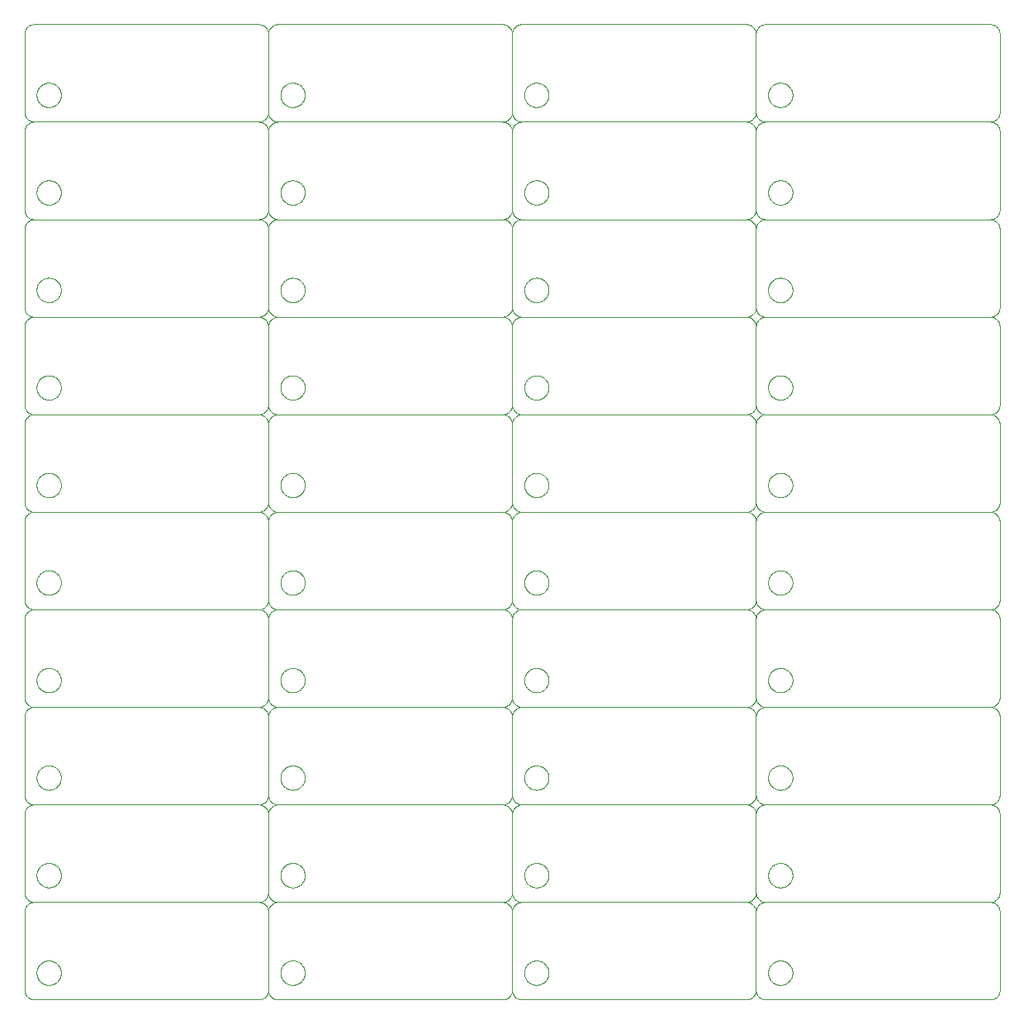
<source format=gtp>
G75*
%MOIN*%
%OFA0B0*%
%FSLAX25Y25*%
%IPPOS*%
%LPD*%
%AMOC8*
5,1,8,0,0,1.08239X$1,22.5*
%
%ADD10C,0.00000*%
%ADD11C,0.00039*%
D10*
X0001000Y0004937D02*
X0001000Y0036433D01*
X0001002Y0036557D01*
X0001008Y0036680D01*
X0001017Y0036804D01*
X0001031Y0036926D01*
X0001048Y0037049D01*
X0001070Y0037171D01*
X0001095Y0037292D01*
X0001124Y0037412D01*
X0001156Y0037531D01*
X0001193Y0037650D01*
X0001233Y0037767D01*
X0001276Y0037882D01*
X0001324Y0037997D01*
X0001375Y0038109D01*
X0001429Y0038220D01*
X0001487Y0038330D01*
X0001548Y0038437D01*
X0001613Y0038543D01*
X0001681Y0038646D01*
X0001752Y0038747D01*
X0001826Y0038846D01*
X0001903Y0038943D01*
X0001984Y0039037D01*
X0002067Y0039128D01*
X0002153Y0039217D01*
X0002242Y0039303D01*
X0002333Y0039386D01*
X0002427Y0039467D01*
X0002524Y0039544D01*
X0002623Y0039618D01*
X0002724Y0039689D01*
X0002827Y0039757D01*
X0002933Y0039822D01*
X0003040Y0039883D01*
X0003150Y0039941D01*
X0003261Y0039995D01*
X0003373Y0040046D01*
X0003488Y0040094D01*
X0003603Y0040137D01*
X0003720Y0040177D01*
X0003839Y0040214D01*
X0003958Y0040246D01*
X0004078Y0040275D01*
X0004199Y0040300D01*
X0004321Y0040322D01*
X0004444Y0040339D01*
X0004566Y0040353D01*
X0004690Y0040362D01*
X0004813Y0040368D01*
X0004937Y0040370D01*
X0095488Y0040370D01*
X0004937Y0040370D01*
X0004813Y0040372D01*
X0004690Y0040378D01*
X0004566Y0040387D01*
X0004444Y0040401D01*
X0004321Y0040418D01*
X0004199Y0040440D01*
X0004078Y0040465D01*
X0003958Y0040494D01*
X0003839Y0040526D01*
X0003720Y0040563D01*
X0003603Y0040603D01*
X0003488Y0040646D01*
X0003373Y0040694D01*
X0003261Y0040745D01*
X0003150Y0040799D01*
X0003040Y0040857D01*
X0002933Y0040918D01*
X0002827Y0040983D01*
X0002724Y0041051D01*
X0002623Y0041122D01*
X0002524Y0041196D01*
X0002427Y0041273D01*
X0002333Y0041354D01*
X0002242Y0041437D01*
X0002153Y0041523D01*
X0002067Y0041612D01*
X0001984Y0041703D01*
X0001903Y0041797D01*
X0001826Y0041894D01*
X0001752Y0041993D01*
X0001681Y0042094D01*
X0001613Y0042197D01*
X0001548Y0042303D01*
X0001487Y0042410D01*
X0001429Y0042520D01*
X0001375Y0042631D01*
X0001324Y0042743D01*
X0001276Y0042858D01*
X0001233Y0042973D01*
X0001193Y0043090D01*
X0001156Y0043209D01*
X0001124Y0043328D01*
X0001095Y0043448D01*
X0001070Y0043569D01*
X0001048Y0043691D01*
X0001031Y0043814D01*
X0001017Y0043936D01*
X0001008Y0044060D01*
X0001002Y0044183D01*
X0001000Y0044307D01*
X0001000Y0075803D01*
X0001002Y0075927D01*
X0001008Y0076050D01*
X0001017Y0076174D01*
X0001031Y0076296D01*
X0001048Y0076419D01*
X0001070Y0076541D01*
X0001095Y0076662D01*
X0001124Y0076782D01*
X0001156Y0076901D01*
X0001193Y0077020D01*
X0001233Y0077137D01*
X0001276Y0077252D01*
X0001324Y0077367D01*
X0001375Y0077479D01*
X0001429Y0077590D01*
X0001487Y0077700D01*
X0001548Y0077807D01*
X0001613Y0077913D01*
X0001681Y0078016D01*
X0001752Y0078117D01*
X0001826Y0078216D01*
X0001903Y0078313D01*
X0001984Y0078407D01*
X0002067Y0078498D01*
X0002153Y0078587D01*
X0002242Y0078673D01*
X0002333Y0078756D01*
X0002427Y0078837D01*
X0002524Y0078914D01*
X0002623Y0078988D01*
X0002724Y0079059D01*
X0002827Y0079127D01*
X0002933Y0079192D01*
X0003040Y0079253D01*
X0003150Y0079311D01*
X0003261Y0079365D01*
X0003373Y0079416D01*
X0003488Y0079464D01*
X0003603Y0079507D01*
X0003720Y0079547D01*
X0003839Y0079584D01*
X0003958Y0079616D01*
X0004078Y0079645D01*
X0004199Y0079670D01*
X0004321Y0079692D01*
X0004444Y0079709D01*
X0004566Y0079723D01*
X0004690Y0079732D01*
X0004813Y0079738D01*
X0004937Y0079740D01*
X0095488Y0079740D01*
X0004937Y0079740D01*
X0004813Y0079742D01*
X0004690Y0079748D01*
X0004566Y0079757D01*
X0004444Y0079771D01*
X0004321Y0079788D01*
X0004199Y0079810D01*
X0004078Y0079835D01*
X0003958Y0079864D01*
X0003839Y0079896D01*
X0003720Y0079933D01*
X0003603Y0079973D01*
X0003488Y0080016D01*
X0003373Y0080064D01*
X0003261Y0080115D01*
X0003150Y0080169D01*
X0003040Y0080227D01*
X0002933Y0080288D01*
X0002827Y0080353D01*
X0002724Y0080421D01*
X0002623Y0080492D01*
X0002524Y0080566D01*
X0002427Y0080643D01*
X0002333Y0080724D01*
X0002242Y0080807D01*
X0002153Y0080893D01*
X0002067Y0080982D01*
X0001984Y0081073D01*
X0001903Y0081167D01*
X0001826Y0081264D01*
X0001752Y0081363D01*
X0001681Y0081464D01*
X0001613Y0081567D01*
X0001548Y0081673D01*
X0001487Y0081780D01*
X0001429Y0081890D01*
X0001375Y0082001D01*
X0001324Y0082113D01*
X0001276Y0082228D01*
X0001233Y0082343D01*
X0001193Y0082460D01*
X0001156Y0082579D01*
X0001124Y0082698D01*
X0001095Y0082818D01*
X0001070Y0082939D01*
X0001048Y0083061D01*
X0001031Y0083184D01*
X0001017Y0083306D01*
X0001008Y0083430D01*
X0001002Y0083553D01*
X0001000Y0083677D01*
X0001000Y0115173D01*
X0001002Y0115297D01*
X0001008Y0115420D01*
X0001017Y0115544D01*
X0001031Y0115666D01*
X0001048Y0115789D01*
X0001070Y0115911D01*
X0001095Y0116032D01*
X0001124Y0116152D01*
X0001156Y0116271D01*
X0001193Y0116390D01*
X0001233Y0116507D01*
X0001276Y0116622D01*
X0001324Y0116737D01*
X0001375Y0116849D01*
X0001429Y0116960D01*
X0001487Y0117070D01*
X0001548Y0117177D01*
X0001613Y0117283D01*
X0001681Y0117386D01*
X0001752Y0117487D01*
X0001826Y0117586D01*
X0001903Y0117683D01*
X0001984Y0117777D01*
X0002067Y0117868D01*
X0002153Y0117957D01*
X0002242Y0118043D01*
X0002333Y0118126D01*
X0002427Y0118207D01*
X0002524Y0118284D01*
X0002623Y0118358D01*
X0002724Y0118429D01*
X0002827Y0118497D01*
X0002933Y0118562D01*
X0003040Y0118623D01*
X0003150Y0118681D01*
X0003261Y0118735D01*
X0003373Y0118786D01*
X0003488Y0118834D01*
X0003603Y0118877D01*
X0003720Y0118917D01*
X0003839Y0118954D01*
X0003958Y0118986D01*
X0004078Y0119015D01*
X0004199Y0119040D01*
X0004321Y0119062D01*
X0004444Y0119079D01*
X0004566Y0119093D01*
X0004690Y0119102D01*
X0004813Y0119108D01*
X0004937Y0119110D01*
X0095488Y0119110D01*
X0004937Y0119110D01*
X0004813Y0119112D01*
X0004690Y0119118D01*
X0004566Y0119127D01*
X0004444Y0119141D01*
X0004321Y0119158D01*
X0004199Y0119180D01*
X0004078Y0119205D01*
X0003958Y0119234D01*
X0003839Y0119266D01*
X0003720Y0119303D01*
X0003603Y0119343D01*
X0003488Y0119386D01*
X0003373Y0119434D01*
X0003261Y0119485D01*
X0003150Y0119539D01*
X0003040Y0119597D01*
X0002933Y0119658D01*
X0002827Y0119723D01*
X0002724Y0119791D01*
X0002623Y0119862D01*
X0002524Y0119936D01*
X0002427Y0120013D01*
X0002333Y0120094D01*
X0002242Y0120177D01*
X0002153Y0120263D01*
X0002067Y0120352D01*
X0001984Y0120443D01*
X0001903Y0120537D01*
X0001826Y0120634D01*
X0001752Y0120733D01*
X0001681Y0120834D01*
X0001613Y0120937D01*
X0001548Y0121043D01*
X0001487Y0121150D01*
X0001429Y0121260D01*
X0001375Y0121371D01*
X0001324Y0121483D01*
X0001276Y0121598D01*
X0001233Y0121713D01*
X0001193Y0121830D01*
X0001156Y0121949D01*
X0001124Y0122068D01*
X0001095Y0122188D01*
X0001070Y0122309D01*
X0001048Y0122431D01*
X0001031Y0122554D01*
X0001017Y0122676D01*
X0001008Y0122800D01*
X0001002Y0122923D01*
X0001000Y0123047D01*
X0001000Y0154543D01*
X0001002Y0154667D01*
X0001008Y0154790D01*
X0001017Y0154914D01*
X0001031Y0155036D01*
X0001048Y0155159D01*
X0001070Y0155281D01*
X0001095Y0155402D01*
X0001124Y0155522D01*
X0001156Y0155641D01*
X0001193Y0155760D01*
X0001233Y0155877D01*
X0001276Y0155992D01*
X0001324Y0156107D01*
X0001375Y0156219D01*
X0001429Y0156330D01*
X0001487Y0156440D01*
X0001548Y0156547D01*
X0001613Y0156653D01*
X0001681Y0156756D01*
X0001752Y0156857D01*
X0001826Y0156956D01*
X0001903Y0157053D01*
X0001984Y0157147D01*
X0002067Y0157238D01*
X0002153Y0157327D01*
X0002242Y0157413D01*
X0002333Y0157496D01*
X0002427Y0157577D01*
X0002524Y0157654D01*
X0002623Y0157728D01*
X0002724Y0157799D01*
X0002827Y0157867D01*
X0002933Y0157932D01*
X0003040Y0157993D01*
X0003150Y0158051D01*
X0003261Y0158105D01*
X0003373Y0158156D01*
X0003488Y0158204D01*
X0003603Y0158247D01*
X0003720Y0158287D01*
X0003839Y0158324D01*
X0003958Y0158356D01*
X0004078Y0158385D01*
X0004199Y0158410D01*
X0004321Y0158432D01*
X0004444Y0158449D01*
X0004566Y0158463D01*
X0004690Y0158472D01*
X0004813Y0158478D01*
X0004937Y0158480D01*
X0095488Y0158480D01*
X0004937Y0158480D01*
X0004813Y0158482D01*
X0004690Y0158488D01*
X0004566Y0158497D01*
X0004444Y0158511D01*
X0004321Y0158528D01*
X0004199Y0158550D01*
X0004078Y0158575D01*
X0003958Y0158604D01*
X0003839Y0158636D01*
X0003720Y0158673D01*
X0003603Y0158713D01*
X0003488Y0158756D01*
X0003373Y0158804D01*
X0003261Y0158855D01*
X0003150Y0158909D01*
X0003040Y0158967D01*
X0002933Y0159028D01*
X0002827Y0159093D01*
X0002724Y0159161D01*
X0002623Y0159232D01*
X0002524Y0159306D01*
X0002427Y0159383D01*
X0002333Y0159464D01*
X0002242Y0159547D01*
X0002153Y0159633D01*
X0002067Y0159722D01*
X0001984Y0159813D01*
X0001903Y0159907D01*
X0001826Y0160004D01*
X0001752Y0160103D01*
X0001681Y0160204D01*
X0001613Y0160307D01*
X0001548Y0160413D01*
X0001487Y0160520D01*
X0001429Y0160630D01*
X0001375Y0160741D01*
X0001324Y0160853D01*
X0001276Y0160968D01*
X0001233Y0161083D01*
X0001193Y0161200D01*
X0001156Y0161319D01*
X0001124Y0161438D01*
X0001095Y0161558D01*
X0001070Y0161679D01*
X0001048Y0161801D01*
X0001031Y0161924D01*
X0001017Y0162046D01*
X0001008Y0162170D01*
X0001002Y0162293D01*
X0001000Y0162417D01*
X0001000Y0193913D01*
X0001002Y0194037D01*
X0001008Y0194160D01*
X0001017Y0194284D01*
X0001031Y0194406D01*
X0001048Y0194529D01*
X0001070Y0194651D01*
X0001095Y0194772D01*
X0001124Y0194892D01*
X0001156Y0195011D01*
X0001193Y0195130D01*
X0001233Y0195247D01*
X0001276Y0195362D01*
X0001324Y0195477D01*
X0001375Y0195589D01*
X0001429Y0195700D01*
X0001487Y0195810D01*
X0001548Y0195917D01*
X0001613Y0196023D01*
X0001681Y0196126D01*
X0001752Y0196227D01*
X0001826Y0196326D01*
X0001903Y0196423D01*
X0001984Y0196517D01*
X0002067Y0196608D01*
X0002153Y0196697D01*
X0002242Y0196783D01*
X0002333Y0196866D01*
X0002427Y0196947D01*
X0002524Y0197024D01*
X0002623Y0197098D01*
X0002724Y0197169D01*
X0002827Y0197237D01*
X0002933Y0197302D01*
X0003040Y0197363D01*
X0003150Y0197421D01*
X0003261Y0197475D01*
X0003373Y0197526D01*
X0003488Y0197574D01*
X0003603Y0197617D01*
X0003720Y0197657D01*
X0003839Y0197694D01*
X0003958Y0197726D01*
X0004078Y0197755D01*
X0004199Y0197780D01*
X0004321Y0197802D01*
X0004444Y0197819D01*
X0004566Y0197833D01*
X0004690Y0197842D01*
X0004813Y0197848D01*
X0004937Y0197850D01*
X0095488Y0197850D01*
X0004937Y0197850D01*
X0004813Y0197852D01*
X0004690Y0197858D01*
X0004566Y0197867D01*
X0004444Y0197881D01*
X0004321Y0197898D01*
X0004199Y0197920D01*
X0004078Y0197945D01*
X0003958Y0197974D01*
X0003839Y0198006D01*
X0003720Y0198043D01*
X0003603Y0198083D01*
X0003488Y0198126D01*
X0003373Y0198174D01*
X0003261Y0198225D01*
X0003150Y0198279D01*
X0003040Y0198337D01*
X0002933Y0198398D01*
X0002827Y0198463D01*
X0002724Y0198531D01*
X0002623Y0198602D01*
X0002524Y0198676D01*
X0002427Y0198753D01*
X0002333Y0198834D01*
X0002242Y0198917D01*
X0002153Y0199003D01*
X0002067Y0199092D01*
X0001984Y0199183D01*
X0001903Y0199277D01*
X0001826Y0199374D01*
X0001752Y0199473D01*
X0001681Y0199574D01*
X0001613Y0199677D01*
X0001548Y0199783D01*
X0001487Y0199890D01*
X0001429Y0200000D01*
X0001375Y0200111D01*
X0001324Y0200223D01*
X0001276Y0200338D01*
X0001233Y0200453D01*
X0001193Y0200570D01*
X0001156Y0200689D01*
X0001124Y0200808D01*
X0001095Y0200928D01*
X0001070Y0201049D01*
X0001048Y0201171D01*
X0001031Y0201294D01*
X0001017Y0201416D01*
X0001008Y0201540D01*
X0001002Y0201663D01*
X0001000Y0201787D01*
X0001000Y0233283D01*
X0001002Y0233407D01*
X0001008Y0233530D01*
X0001017Y0233654D01*
X0001031Y0233776D01*
X0001048Y0233899D01*
X0001070Y0234021D01*
X0001095Y0234142D01*
X0001124Y0234262D01*
X0001156Y0234381D01*
X0001193Y0234500D01*
X0001233Y0234617D01*
X0001276Y0234732D01*
X0001324Y0234847D01*
X0001375Y0234959D01*
X0001429Y0235070D01*
X0001487Y0235180D01*
X0001548Y0235287D01*
X0001613Y0235393D01*
X0001681Y0235496D01*
X0001752Y0235597D01*
X0001826Y0235696D01*
X0001903Y0235793D01*
X0001984Y0235887D01*
X0002067Y0235978D01*
X0002153Y0236067D01*
X0002242Y0236153D01*
X0002333Y0236236D01*
X0002427Y0236317D01*
X0002524Y0236394D01*
X0002623Y0236468D01*
X0002724Y0236539D01*
X0002827Y0236607D01*
X0002933Y0236672D01*
X0003040Y0236733D01*
X0003150Y0236791D01*
X0003261Y0236845D01*
X0003373Y0236896D01*
X0003488Y0236944D01*
X0003603Y0236987D01*
X0003720Y0237027D01*
X0003839Y0237064D01*
X0003958Y0237096D01*
X0004078Y0237125D01*
X0004199Y0237150D01*
X0004321Y0237172D01*
X0004444Y0237189D01*
X0004566Y0237203D01*
X0004690Y0237212D01*
X0004813Y0237218D01*
X0004937Y0237220D01*
X0095488Y0237220D01*
X0004937Y0237220D01*
X0004813Y0237222D01*
X0004690Y0237228D01*
X0004566Y0237237D01*
X0004444Y0237251D01*
X0004321Y0237268D01*
X0004199Y0237290D01*
X0004078Y0237315D01*
X0003958Y0237344D01*
X0003839Y0237376D01*
X0003720Y0237413D01*
X0003603Y0237453D01*
X0003488Y0237496D01*
X0003373Y0237544D01*
X0003261Y0237595D01*
X0003150Y0237649D01*
X0003040Y0237707D01*
X0002933Y0237768D01*
X0002827Y0237833D01*
X0002724Y0237901D01*
X0002623Y0237972D01*
X0002524Y0238046D01*
X0002427Y0238123D01*
X0002333Y0238204D01*
X0002242Y0238287D01*
X0002153Y0238373D01*
X0002067Y0238462D01*
X0001984Y0238553D01*
X0001903Y0238647D01*
X0001826Y0238744D01*
X0001752Y0238843D01*
X0001681Y0238944D01*
X0001613Y0239047D01*
X0001548Y0239153D01*
X0001487Y0239260D01*
X0001429Y0239370D01*
X0001375Y0239481D01*
X0001324Y0239593D01*
X0001276Y0239708D01*
X0001233Y0239823D01*
X0001193Y0239940D01*
X0001156Y0240059D01*
X0001124Y0240178D01*
X0001095Y0240298D01*
X0001070Y0240419D01*
X0001048Y0240541D01*
X0001031Y0240664D01*
X0001017Y0240786D01*
X0001008Y0240910D01*
X0001002Y0241033D01*
X0001000Y0241157D01*
X0001000Y0272654D01*
X0001002Y0272778D01*
X0001008Y0272901D01*
X0001017Y0273025D01*
X0001031Y0273147D01*
X0001048Y0273270D01*
X0001070Y0273392D01*
X0001095Y0273513D01*
X0001124Y0273633D01*
X0001156Y0273752D01*
X0001193Y0273871D01*
X0001233Y0273988D01*
X0001276Y0274103D01*
X0001324Y0274218D01*
X0001375Y0274330D01*
X0001429Y0274441D01*
X0001487Y0274551D01*
X0001548Y0274658D01*
X0001613Y0274764D01*
X0001681Y0274867D01*
X0001752Y0274968D01*
X0001826Y0275067D01*
X0001903Y0275164D01*
X0001984Y0275258D01*
X0002067Y0275349D01*
X0002153Y0275438D01*
X0002242Y0275524D01*
X0002333Y0275607D01*
X0002427Y0275688D01*
X0002524Y0275765D01*
X0002623Y0275839D01*
X0002724Y0275910D01*
X0002827Y0275978D01*
X0002933Y0276043D01*
X0003040Y0276104D01*
X0003150Y0276162D01*
X0003261Y0276216D01*
X0003373Y0276267D01*
X0003488Y0276315D01*
X0003603Y0276358D01*
X0003720Y0276398D01*
X0003839Y0276435D01*
X0003958Y0276467D01*
X0004078Y0276496D01*
X0004199Y0276521D01*
X0004321Y0276543D01*
X0004444Y0276560D01*
X0004566Y0276574D01*
X0004690Y0276583D01*
X0004813Y0276589D01*
X0004937Y0276591D01*
X0095488Y0276591D01*
X0004937Y0276591D01*
X0004813Y0276593D01*
X0004690Y0276599D01*
X0004566Y0276608D01*
X0004444Y0276622D01*
X0004321Y0276639D01*
X0004199Y0276661D01*
X0004078Y0276686D01*
X0003958Y0276715D01*
X0003839Y0276747D01*
X0003720Y0276784D01*
X0003603Y0276824D01*
X0003488Y0276867D01*
X0003373Y0276915D01*
X0003261Y0276966D01*
X0003150Y0277020D01*
X0003040Y0277078D01*
X0002933Y0277139D01*
X0002827Y0277204D01*
X0002724Y0277272D01*
X0002623Y0277343D01*
X0002524Y0277417D01*
X0002427Y0277494D01*
X0002333Y0277575D01*
X0002242Y0277658D01*
X0002153Y0277744D01*
X0002067Y0277833D01*
X0001984Y0277924D01*
X0001903Y0278018D01*
X0001826Y0278115D01*
X0001752Y0278214D01*
X0001681Y0278315D01*
X0001613Y0278418D01*
X0001548Y0278524D01*
X0001487Y0278631D01*
X0001429Y0278741D01*
X0001375Y0278852D01*
X0001324Y0278964D01*
X0001276Y0279079D01*
X0001233Y0279194D01*
X0001193Y0279311D01*
X0001156Y0279430D01*
X0001124Y0279549D01*
X0001095Y0279669D01*
X0001070Y0279790D01*
X0001048Y0279912D01*
X0001031Y0280035D01*
X0001017Y0280157D01*
X0001008Y0280281D01*
X0001002Y0280404D01*
X0001000Y0280528D01*
X0001000Y0312024D01*
X0001002Y0312148D01*
X0001008Y0312271D01*
X0001017Y0312395D01*
X0001031Y0312517D01*
X0001048Y0312640D01*
X0001070Y0312762D01*
X0001095Y0312883D01*
X0001124Y0313003D01*
X0001156Y0313122D01*
X0001193Y0313241D01*
X0001233Y0313358D01*
X0001276Y0313473D01*
X0001324Y0313588D01*
X0001375Y0313700D01*
X0001429Y0313811D01*
X0001487Y0313921D01*
X0001548Y0314028D01*
X0001613Y0314134D01*
X0001681Y0314237D01*
X0001752Y0314338D01*
X0001826Y0314437D01*
X0001903Y0314534D01*
X0001984Y0314628D01*
X0002067Y0314719D01*
X0002153Y0314808D01*
X0002242Y0314894D01*
X0002333Y0314977D01*
X0002427Y0315058D01*
X0002524Y0315135D01*
X0002623Y0315209D01*
X0002724Y0315280D01*
X0002827Y0315348D01*
X0002933Y0315413D01*
X0003040Y0315474D01*
X0003150Y0315532D01*
X0003261Y0315586D01*
X0003373Y0315637D01*
X0003488Y0315685D01*
X0003603Y0315728D01*
X0003720Y0315768D01*
X0003839Y0315805D01*
X0003958Y0315837D01*
X0004078Y0315866D01*
X0004199Y0315891D01*
X0004321Y0315913D01*
X0004444Y0315930D01*
X0004566Y0315944D01*
X0004690Y0315953D01*
X0004813Y0315959D01*
X0004937Y0315961D01*
X0095488Y0315961D01*
X0004937Y0315961D01*
X0004813Y0315963D01*
X0004690Y0315969D01*
X0004566Y0315978D01*
X0004444Y0315992D01*
X0004321Y0316009D01*
X0004199Y0316031D01*
X0004078Y0316056D01*
X0003958Y0316085D01*
X0003839Y0316117D01*
X0003720Y0316154D01*
X0003603Y0316194D01*
X0003488Y0316237D01*
X0003373Y0316285D01*
X0003261Y0316336D01*
X0003150Y0316390D01*
X0003040Y0316448D01*
X0002933Y0316509D01*
X0002827Y0316574D01*
X0002724Y0316642D01*
X0002623Y0316713D01*
X0002524Y0316787D01*
X0002427Y0316864D01*
X0002333Y0316945D01*
X0002242Y0317028D01*
X0002153Y0317114D01*
X0002067Y0317203D01*
X0001984Y0317294D01*
X0001903Y0317388D01*
X0001826Y0317485D01*
X0001752Y0317584D01*
X0001681Y0317685D01*
X0001613Y0317788D01*
X0001548Y0317894D01*
X0001487Y0318001D01*
X0001429Y0318111D01*
X0001375Y0318222D01*
X0001324Y0318334D01*
X0001276Y0318449D01*
X0001233Y0318564D01*
X0001193Y0318681D01*
X0001156Y0318800D01*
X0001124Y0318919D01*
X0001095Y0319039D01*
X0001070Y0319160D01*
X0001048Y0319282D01*
X0001031Y0319405D01*
X0001017Y0319527D01*
X0001008Y0319651D01*
X0001002Y0319774D01*
X0001000Y0319898D01*
X0001000Y0351394D01*
X0001002Y0351518D01*
X0001008Y0351641D01*
X0001017Y0351765D01*
X0001031Y0351887D01*
X0001048Y0352010D01*
X0001070Y0352132D01*
X0001095Y0352253D01*
X0001124Y0352373D01*
X0001156Y0352492D01*
X0001193Y0352611D01*
X0001233Y0352728D01*
X0001276Y0352843D01*
X0001324Y0352958D01*
X0001375Y0353070D01*
X0001429Y0353181D01*
X0001487Y0353291D01*
X0001548Y0353398D01*
X0001613Y0353504D01*
X0001681Y0353607D01*
X0001752Y0353708D01*
X0001826Y0353807D01*
X0001903Y0353904D01*
X0001984Y0353998D01*
X0002067Y0354089D01*
X0002153Y0354178D01*
X0002242Y0354264D01*
X0002333Y0354347D01*
X0002427Y0354428D01*
X0002524Y0354505D01*
X0002623Y0354579D01*
X0002724Y0354650D01*
X0002827Y0354718D01*
X0002933Y0354783D01*
X0003040Y0354844D01*
X0003150Y0354902D01*
X0003261Y0354956D01*
X0003373Y0355007D01*
X0003488Y0355055D01*
X0003603Y0355098D01*
X0003720Y0355138D01*
X0003839Y0355175D01*
X0003958Y0355207D01*
X0004078Y0355236D01*
X0004199Y0355261D01*
X0004321Y0355283D01*
X0004444Y0355300D01*
X0004566Y0355314D01*
X0004690Y0355323D01*
X0004813Y0355329D01*
X0004937Y0355331D01*
X0095488Y0355331D01*
X0004937Y0355331D01*
X0004813Y0355333D01*
X0004690Y0355339D01*
X0004566Y0355348D01*
X0004444Y0355362D01*
X0004321Y0355379D01*
X0004199Y0355401D01*
X0004078Y0355426D01*
X0003958Y0355455D01*
X0003839Y0355487D01*
X0003720Y0355524D01*
X0003603Y0355564D01*
X0003488Y0355607D01*
X0003373Y0355655D01*
X0003261Y0355706D01*
X0003150Y0355760D01*
X0003040Y0355818D01*
X0002933Y0355879D01*
X0002827Y0355944D01*
X0002724Y0356012D01*
X0002623Y0356083D01*
X0002524Y0356157D01*
X0002427Y0356234D01*
X0002333Y0356315D01*
X0002242Y0356398D01*
X0002153Y0356484D01*
X0002067Y0356573D01*
X0001984Y0356664D01*
X0001903Y0356758D01*
X0001826Y0356855D01*
X0001752Y0356954D01*
X0001681Y0357055D01*
X0001613Y0357158D01*
X0001548Y0357264D01*
X0001487Y0357371D01*
X0001429Y0357481D01*
X0001375Y0357592D01*
X0001324Y0357704D01*
X0001276Y0357819D01*
X0001233Y0357934D01*
X0001193Y0358051D01*
X0001156Y0358170D01*
X0001124Y0358289D01*
X0001095Y0358409D01*
X0001070Y0358530D01*
X0001048Y0358652D01*
X0001031Y0358775D01*
X0001017Y0358897D01*
X0001008Y0359021D01*
X0001002Y0359144D01*
X0001000Y0359268D01*
X0001000Y0390764D01*
X0001002Y0390888D01*
X0001008Y0391011D01*
X0001017Y0391135D01*
X0001031Y0391257D01*
X0001048Y0391380D01*
X0001070Y0391502D01*
X0001095Y0391623D01*
X0001124Y0391743D01*
X0001156Y0391862D01*
X0001193Y0391981D01*
X0001233Y0392098D01*
X0001276Y0392213D01*
X0001324Y0392328D01*
X0001375Y0392440D01*
X0001429Y0392551D01*
X0001487Y0392661D01*
X0001548Y0392768D01*
X0001613Y0392874D01*
X0001681Y0392977D01*
X0001752Y0393078D01*
X0001826Y0393177D01*
X0001903Y0393274D01*
X0001984Y0393368D01*
X0002067Y0393459D01*
X0002153Y0393548D01*
X0002242Y0393634D01*
X0002333Y0393717D01*
X0002427Y0393798D01*
X0002524Y0393875D01*
X0002623Y0393949D01*
X0002724Y0394020D01*
X0002827Y0394088D01*
X0002933Y0394153D01*
X0003040Y0394214D01*
X0003150Y0394272D01*
X0003261Y0394326D01*
X0003373Y0394377D01*
X0003488Y0394425D01*
X0003603Y0394468D01*
X0003720Y0394508D01*
X0003839Y0394545D01*
X0003958Y0394577D01*
X0004078Y0394606D01*
X0004199Y0394631D01*
X0004321Y0394653D01*
X0004444Y0394670D01*
X0004566Y0394684D01*
X0004690Y0394693D01*
X0004813Y0394699D01*
X0004937Y0394701D01*
X0095488Y0394701D01*
X0095612Y0394699D01*
X0095735Y0394693D01*
X0095859Y0394684D01*
X0095981Y0394670D01*
X0096104Y0394653D01*
X0096226Y0394631D01*
X0096347Y0394606D01*
X0096467Y0394577D01*
X0096586Y0394545D01*
X0096705Y0394508D01*
X0096822Y0394468D01*
X0096937Y0394425D01*
X0097052Y0394377D01*
X0097164Y0394326D01*
X0097275Y0394272D01*
X0097385Y0394214D01*
X0097492Y0394153D01*
X0097598Y0394088D01*
X0097701Y0394020D01*
X0097802Y0393949D01*
X0097901Y0393875D01*
X0097998Y0393798D01*
X0098092Y0393717D01*
X0098183Y0393634D01*
X0098272Y0393548D01*
X0098358Y0393459D01*
X0098441Y0393368D01*
X0098522Y0393274D01*
X0098599Y0393177D01*
X0098673Y0393078D01*
X0098744Y0392977D01*
X0098812Y0392874D01*
X0098877Y0392768D01*
X0098938Y0392661D01*
X0098996Y0392551D01*
X0099050Y0392440D01*
X0099101Y0392328D01*
X0099149Y0392213D01*
X0099192Y0392098D01*
X0099232Y0391981D01*
X0099269Y0391862D01*
X0099301Y0391743D01*
X0099330Y0391623D01*
X0099355Y0391502D01*
X0099377Y0391380D01*
X0099394Y0391257D01*
X0099408Y0391135D01*
X0099417Y0391011D01*
X0099423Y0390888D01*
X0099425Y0390764D01*
X0099425Y0359268D01*
X0099425Y0390764D01*
X0099427Y0390888D01*
X0099433Y0391011D01*
X0099442Y0391135D01*
X0099456Y0391257D01*
X0099473Y0391380D01*
X0099495Y0391502D01*
X0099520Y0391623D01*
X0099549Y0391743D01*
X0099581Y0391862D01*
X0099618Y0391981D01*
X0099658Y0392098D01*
X0099701Y0392213D01*
X0099749Y0392328D01*
X0099800Y0392440D01*
X0099854Y0392551D01*
X0099912Y0392661D01*
X0099973Y0392768D01*
X0100038Y0392874D01*
X0100106Y0392977D01*
X0100177Y0393078D01*
X0100251Y0393177D01*
X0100328Y0393274D01*
X0100409Y0393368D01*
X0100492Y0393459D01*
X0100578Y0393548D01*
X0100667Y0393634D01*
X0100758Y0393717D01*
X0100852Y0393798D01*
X0100949Y0393875D01*
X0101048Y0393949D01*
X0101149Y0394020D01*
X0101252Y0394088D01*
X0101358Y0394153D01*
X0101465Y0394214D01*
X0101575Y0394272D01*
X0101686Y0394326D01*
X0101798Y0394377D01*
X0101913Y0394425D01*
X0102028Y0394468D01*
X0102145Y0394508D01*
X0102264Y0394545D01*
X0102383Y0394577D01*
X0102503Y0394606D01*
X0102624Y0394631D01*
X0102746Y0394653D01*
X0102869Y0394670D01*
X0102991Y0394684D01*
X0103115Y0394693D01*
X0103238Y0394699D01*
X0103362Y0394701D01*
X0193913Y0394701D01*
X0194037Y0394699D01*
X0194160Y0394693D01*
X0194284Y0394684D01*
X0194406Y0394670D01*
X0194529Y0394653D01*
X0194651Y0394631D01*
X0194772Y0394606D01*
X0194892Y0394577D01*
X0195011Y0394545D01*
X0195130Y0394508D01*
X0195247Y0394468D01*
X0195362Y0394425D01*
X0195477Y0394377D01*
X0195589Y0394326D01*
X0195700Y0394272D01*
X0195810Y0394214D01*
X0195917Y0394153D01*
X0196023Y0394088D01*
X0196126Y0394020D01*
X0196227Y0393949D01*
X0196326Y0393875D01*
X0196423Y0393798D01*
X0196517Y0393717D01*
X0196608Y0393634D01*
X0196697Y0393548D01*
X0196783Y0393459D01*
X0196866Y0393368D01*
X0196947Y0393274D01*
X0197024Y0393177D01*
X0197098Y0393078D01*
X0197169Y0392977D01*
X0197237Y0392874D01*
X0197302Y0392768D01*
X0197363Y0392661D01*
X0197421Y0392551D01*
X0197475Y0392440D01*
X0197526Y0392328D01*
X0197574Y0392213D01*
X0197617Y0392098D01*
X0197657Y0391981D01*
X0197694Y0391862D01*
X0197726Y0391743D01*
X0197755Y0391623D01*
X0197780Y0391502D01*
X0197802Y0391380D01*
X0197819Y0391257D01*
X0197833Y0391135D01*
X0197842Y0391011D01*
X0197848Y0390888D01*
X0197850Y0390764D01*
X0197850Y0359268D01*
X0197850Y0390764D01*
X0197852Y0390888D01*
X0197858Y0391011D01*
X0197867Y0391135D01*
X0197881Y0391257D01*
X0197898Y0391380D01*
X0197920Y0391502D01*
X0197945Y0391623D01*
X0197974Y0391743D01*
X0198006Y0391862D01*
X0198043Y0391981D01*
X0198083Y0392098D01*
X0198126Y0392213D01*
X0198174Y0392328D01*
X0198225Y0392440D01*
X0198279Y0392551D01*
X0198337Y0392661D01*
X0198398Y0392768D01*
X0198463Y0392874D01*
X0198531Y0392977D01*
X0198602Y0393078D01*
X0198676Y0393177D01*
X0198753Y0393274D01*
X0198834Y0393368D01*
X0198917Y0393459D01*
X0199003Y0393548D01*
X0199092Y0393634D01*
X0199183Y0393717D01*
X0199277Y0393798D01*
X0199374Y0393875D01*
X0199473Y0393949D01*
X0199574Y0394020D01*
X0199677Y0394088D01*
X0199783Y0394153D01*
X0199890Y0394214D01*
X0200000Y0394272D01*
X0200111Y0394326D01*
X0200223Y0394377D01*
X0200338Y0394425D01*
X0200453Y0394468D01*
X0200570Y0394508D01*
X0200689Y0394545D01*
X0200808Y0394577D01*
X0200928Y0394606D01*
X0201049Y0394631D01*
X0201171Y0394653D01*
X0201294Y0394670D01*
X0201416Y0394684D01*
X0201540Y0394693D01*
X0201663Y0394699D01*
X0201787Y0394701D01*
X0292339Y0394701D01*
X0292463Y0394699D01*
X0292586Y0394693D01*
X0292710Y0394684D01*
X0292832Y0394670D01*
X0292955Y0394653D01*
X0293077Y0394631D01*
X0293198Y0394606D01*
X0293318Y0394577D01*
X0293437Y0394545D01*
X0293556Y0394508D01*
X0293673Y0394468D01*
X0293788Y0394425D01*
X0293903Y0394377D01*
X0294015Y0394326D01*
X0294126Y0394272D01*
X0294236Y0394214D01*
X0294343Y0394153D01*
X0294449Y0394088D01*
X0294552Y0394020D01*
X0294653Y0393949D01*
X0294752Y0393875D01*
X0294849Y0393798D01*
X0294943Y0393717D01*
X0295034Y0393634D01*
X0295123Y0393548D01*
X0295209Y0393459D01*
X0295292Y0393368D01*
X0295373Y0393274D01*
X0295450Y0393177D01*
X0295524Y0393078D01*
X0295595Y0392977D01*
X0295663Y0392874D01*
X0295728Y0392768D01*
X0295789Y0392661D01*
X0295847Y0392551D01*
X0295901Y0392440D01*
X0295952Y0392328D01*
X0296000Y0392213D01*
X0296043Y0392098D01*
X0296083Y0391981D01*
X0296120Y0391862D01*
X0296152Y0391743D01*
X0296181Y0391623D01*
X0296206Y0391502D01*
X0296228Y0391380D01*
X0296245Y0391257D01*
X0296259Y0391135D01*
X0296268Y0391011D01*
X0296274Y0390888D01*
X0296276Y0390764D01*
X0296276Y0359268D01*
X0296276Y0390764D01*
X0296278Y0390888D01*
X0296284Y0391011D01*
X0296293Y0391135D01*
X0296307Y0391257D01*
X0296324Y0391380D01*
X0296346Y0391502D01*
X0296371Y0391623D01*
X0296400Y0391743D01*
X0296432Y0391862D01*
X0296469Y0391981D01*
X0296509Y0392098D01*
X0296552Y0392213D01*
X0296600Y0392328D01*
X0296651Y0392440D01*
X0296705Y0392551D01*
X0296763Y0392661D01*
X0296824Y0392768D01*
X0296889Y0392874D01*
X0296957Y0392977D01*
X0297028Y0393078D01*
X0297102Y0393177D01*
X0297179Y0393274D01*
X0297260Y0393368D01*
X0297343Y0393459D01*
X0297429Y0393548D01*
X0297518Y0393634D01*
X0297609Y0393717D01*
X0297703Y0393798D01*
X0297800Y0393875D01*
X0297899Y0393949D01*
X0298000Y0394020D01*
X0298103Y0394088D01*
X0298209Y0394153D01*
X0298316Y0394214D01*
X0298426Y0394272D01*
X0298537Y0394326D01*
X0298649Y0394377D01*
X0298764Y0394425D01*
X0298879Y0394468D01*
X0298996Y0394508D01*
X0299115Y0394545D01*
X0299234Y0394577D01*
X0299354Y0394606D01*
X0299475Y0394631D01*
X0299597Y0394653D01*
X0299720Y0394670D01*
X0299842Y0394684D01*
X0299966Y0394693D01*
X0300089Y0394699D01*
X0300213Y0394701D01*
X0390764Y0394701D01*
X0390888Y0394699D01*
X0391011Y0394693D01*
X0391135Y0394684D01*
X0391257Y0394670D01*
X0391380Y0394653D01*
X0391502Y0394631D01*
X0391623Y0394606D01*
X0391743Y0394577D01*
X0391862Y0394545D01*
X0391981Y0394508D01*
X0392098Y0394468D01*
X0392213Y0394425D01*
X0392328Y0394377D01*
X0392440Y0394326D01*
X0392551Y0394272D01*
X0392661Y0394214D01*
X0392768Y0394153D01*
X0392874Y0394088D01*
X0392977Y0394020D01*
X0393078Y0393949D01*
X0393177Y0393875D01*
X0393274Y0393798D01*
X0393368Y0393717D01*
X0393459Y0393634D01*
X0393548Y0393548D01*
X0393634Y0393459D01*
X0393717Y0393368D01*
X0393798Y0393274D01*
X0393875Y0393177D01*
X0393949Y0393078D01*
X0394020Y0392977D01*
X0394088Y0392874D01*
X0394153Y0392768D01*
X0394214Y0392661D01*
X0394272Y0392551D01*
X0394326Y0392440D01*
X0394377Y0392328D01*
X0394425Y0392213D01*
X0394468Y0392098D01*
X0394508Y0391981D01*
X0394545Y0391862D01*
X0394577Y0391743D01*
X0394606Y0391623D01*
X0394631Y0391502D01*
X0394653Y0391380D01*
X0394670Y0391257D01*
X0394684Y0391135D01*
X0394693Y0391011D01*
X0394699Y0390888D01*
X0394701Y0390764D01*
X0394701Y0359268D01*
X0394699Y0359144D01*
X0394693Y0359021D01*
X0394684Y0358897D01*
X0394670Y0358775D01*
X0394653Y0358652D01*
X0394631Y0358530D01*
X0394606Y0358409D01*
X0394577Y0358289D01*
X0394545Y0358170D01*
X0394508Y0358051D01*
X0394468Y0357934D01*
X0394425Y0357819D01*
X0394377Y0357704D01*
X0394326Y0357592D01*
X0394272Y0357481D01*
X0394214Y0357371D01*
X0394153Y0357264D01*
X0394088Y0357158D01*
X0394020Y0357055D01*
X0393949Y0356954D01*
X0393875Y0356855D01*
X0393798Y0356758D01*
X0393717Y0356664D01*
X0393634Y0356573D01*
X0393548Y0356484D01*
X0393459Y0356398D01*
X0393368Y0356315D01*
X0393274Y0356234D01*
X0393177Y0356157D01*
X0393078Y0356083D01*
X0392977Y0356012D01*
X0392874Y0355944D01*
X0392768Y0355879D01*
X0392661Y0355818D01*
X0392551Y0355760D01*
X0392440Y0355706D01*
X0392328Y0355655D01*
X0392213Y0355607D01*
X0392098Y0355564D01*
X0391981Y0355524D01*
X0391862Y0355487D01*
X0391743Y0355455D01*
X0391623Y0355426D01*
X0391502Y0355401D01*
X0391380Y0355379D01*
X0391257Y0355362D01*
X0391135Y0355348D01*
X0391011Y0355339D01*
X0390888Y0355333D01*
X0390764Y0355331D01*
X0300213Y0355331D01*
X0390764Y0355331D01*
X0390888Y0355329D01*
X0391011Y0355323D01*
X0391135Y0355314D01*
X0391257Y0355300D01*
X0391380Y0355283D01*
X0391502Y0355261D01*
X0391623Y0355236D01*
X0391743Y0355207D01*
X0391862Y0355175D01*
X0391981Y0355138D01*
X0392098Y0355098D01*
X0392213Y0355055D01*
X0392328Y0355007D01*
X0392440Y0354956D01*
X0392551Y0354902D01*
X0392661Y0354844D01*
X0392768Y0354783D01*
X0392874Y0354718D01*
X0392977Y0354650D01*
X0393078Y0354579D01*
X0393177Y0354505D01*
X0393274Y0354428D01*
X0393368Y0354347D01*
X0393459Y0354264D01*
X0393548Y0354178D01*
X0393634Y0354089D01*
X0393717Y0353998D01*
X0393798Y0353904D01*
X0393875Y0353807D01*
X0393949Y0353708D01*
X0394020Y0353607D01*
X0394088Y0353504D01*
X0394153Y0353398D01*
X0394214Y0353291D01*
X0394272Y0353181D01*
X0394326Y0353070D01*
X0394377Y0352958D01*
X0394425Y0352843D01*
X0394468Y0352728D01*
X0394508Y0352611D01*
X0394545Y0352492D01*
X0394577Y0352373D01*
X0394606Y0352253D01*
X0394631Y0352132D01*
X0394653Y0352010D01*
X0394670Y0351887D01*
X0394684Y0351765D01*
X0394693Y0351641D01*
X0394699Y0351518D01*
X0394701Y0351394D01*
X0394701Y0319898D01*
X0394699Y0319774D01*
X0394693Y0319651D01*
X0394684Y0319527D01*
X0394670Y0319405D01*
X0394653Y0319282D01*
X0394631Y0319160D01*
X0394606Y0319039D01*
X0394577Y0318919D01*
X0394545Y0318800D01*
X0394508Y0318681D01*
X0394468Y0318564D01*
X0394425Y0318449D01*
X0394377Y0318334D01*
X0394326Y0318222D01*
X0394272Y0318111D01*
X0394214Y0318001D01*
X0394153Y0317894D01*
X0394088Y0317788D01*
X0394020Y0317685D01*
X0393949Y0317584D01*
X0393875Y0317485D01*
X0393798Y0317388D01*
X0393717Y0317294D01*
X0393634Y0317203D01*
X0393548Y0317114D01*
X0393459Y0317028D01*
X0393368Y0316945D01*
X0393274Y0316864D01*
X0393177Y0316787D01*
X0393078Y0316713D01*
X0392977Y0316642D01*
X0392874Y0316574D01*
X0392768Y0316509D01*
X0392661Y0316448D01*
X0392551Y0316390D01*
X0392440Y0316336D01*
X0392328Y0316285D01*
X0392213Y0316237D01*
X0392098Y0316194D01*
X0391981Y0316154D01*
X0391862Y0316117D01*
X0391743Y0316085D01*
X0391623Y0316056D01*
X0391502Y0316031D01*
X0391380Y0316009D01*
X0391257Y0315992D01*
X0391135Y0315978D01*
X0391011Y0315969D01*
X0390888Y0315963D01*
X0390764Y0315961D01*
X0300213Y0315961D01*
X0390764Y0315961D01*
X0390888Y0315959D01*
X0391011Y0315953D01*
X0391135Y0315944D01*
X0391257Y0315930D01*
X0391380Y0315913D01*
X0391502Y0315891D01*
X0391623Y0315866D01*
X0391743Y0315837D01*
X0391862Y0315805D01*
X0391981Y0315768D01*
X0392098Y0315728D01*
X0392213Y0315685D01*
X0392328Y0315637D01*
X0392440Y0315586D01*
X0392551Y0315532D01*
X0392661Y0315474D01*
X0392768Y0315413D01*
X0392874Y0315348D01*
X0392977Y0315280D01*
X0393078Y0315209D01*
X0393177Y0315135D01*
X0393274Y0315058D01*
X0393368Y0314977D01*
X0393459Y0314894D01*
X0393548Y0314808D01*
X0393634Y0314719D01*
X0393717Y0314628D01*
X0393798Y0314534D01*
X0393875Y0314437D01*
X0393949Y0314338D01*
X0394020Y0314237D01*
X0394088Y0314134D01*
X0394153Y0314028D01*
X0394214Y0313921D01*
X0394272Y0313811D01*
X0394326Y0313700D01*
X0394377Y0313588D01*
X0394425Y0313473D01*
X0394468Y0313358D01*
X0394508Y0313241D01*
X0394545Y0313122D01*
X0394577Y0313003D01*
X0394606Y0312883D01*
X0394631Y0312762D01*
X0394653Y0312640D01*
X0394670Y0312517D01*
X0394684Y0312395D01*
X0394693Y0312271D01*
X0394699Y0312148D01*
X0394701Y0312024D01*
X0394701Y0280528D01*
X0394699Y0280404D01*
X0394693Y0280281D01*
X0394684Y0280157D01*
X0394670Y0280035D01*
X0394653Y0279912D01*
X0394631Y0279790D01*
X0394606Y0279669D01*
X0394577Y0279549D01*
X0394545Y0279430D01*
X0394508Y0279311D01*
X0394468Y0279194D01*
X0394425Y0279079D01*
X0394377Y0278964D01*
X0394326Y0278852D01*
X0394272Y0278741D01*
X0394214Y0278631D01*
X0394153Y0278524D01*
X0394088Y0278418D01*
X0394020Y0278315D01*
X0393949Y0278214D01*
X0393875Y0278115D01*
X0393798Y0278018D01*
X0393717Y0277924D01*
X0393634Y0277833D01*
X0393548Y0277744D01*
X0393459Y0277658D01*
X0393368Y0277575D01*
X0393274Y0277494D01*
X0393177Y0277417D01*
X0393078Y0277343D01*
X0392977Y0277272D01*
X0392874Y0277204D01*
X0392768Y0277139D01*
X0392661Y0277078D01*
X0392551Y0277020D01*
X0392440Y0276966D01*
X0392328Y0276915D01*
X0392213Y0276867D01*
X0392098Y0276824D01*
X0391981Y0276784D01*
X0391862Y0276747D01*
X0391743Y0276715D01*
X0391623Y0276686D01*
X0391502Y0276661D01*
X0391380Y0276639D01*
X0391257Y0276622D01*
X0391135Y0276608D01*
X0391011Y0276599D01*
X0390888Y0276593D01*
X0390764Y0276591D01*
X0300213Y0276591D01*
X0390764Y0276591D01*
X0390888Y0276589D01*
X0391011Y0276583D01*
X0391135Y0276574D01*
X0391257Y0276560D01*
X0391380Y0276543D01*
X0391502Y0276521D01*
X0391623Y0276496D01*
X0391743Y0276467D01*
X0391862Y0276435D01*
X0391981Y0276398D01*
X0392098Y0276358D01*
X0392213Y0276315D01*
X0392328Y0276267D01*
X0392440Y0276216D01*
X0392551Y0276162D01*
X0392661Y0276104D01*
X0392768Y0276043D01*
X0392874Y0275978D01*
X0392977Y0275910D01*
X0393078Y0275839D01*
X0393177Y0275765D01*
X0393274Y0275688D01*
X0393368Y0275607D01*
X0393459Y0275524D01*
X0393548Y0275438D01*
X0393634Y0275349D01*
X0393717Y0275258D01*
X0393798Y0275164D01*
X0393875Y0275067D01*
X0393949Y0274968D01*
X0394020Y0274867D01*
X0394088Y0274764D01*
X0394153Y0274658D01*
X0394214Y0274551D01*
X0394272Y0274441D01*
X0394326Y0274330D01*
X0394377Y0274218D01*
X0394425Y0274103D01*
X0394468Y0273988D01*
X0394508Y0273871D01*
X0394545Y0273752D01*
X0394577Y0273633D01*
X0394606Y0273513D01*
X0394631Y0273392D01*
X0394653Y0273270D01*
X0394670Y0273147D01*
X0394684Y0273025D01*
X0394693Y0272901D01*
X0394699Y0272778D01*
X0394701Y0272654D01*
X0394701Y0241157D01*
X0394699Y0241033D01*
X0394693Y0240910D01*
X0394684Y0240786D01*
X0394670Y0240664D01*
X0394653Y0240541D01*
X0394631Y0240419D01*
X0394606Y0240298D01*
X0394577Y0240178D01*
X0394545Y0240059D01*
X0394508Y0239940D01*
X0394468Y0239823D01*
X0394425Y0239708D01*
X0394377Y0239593D01*
X0394326Y0239481D01*
X0394272Y0239370D01*
X0394214Y0239260D01*
X0394153Y0239153D01*
X0394088Y0239047D01*
X0394020Y0238944D01*
X0393949Y0238843D01*
X0393875Y0238744D01*
X0393798Y0238647D01*
X0393717Y0238553D01*
X0393634Y0238462D01*
X0393548Y0238373D01*
X0393459Y0238287D01*
X0393368Y0238204D01*
X0393274Y0238123D01*
X0393177Y0238046D01*
X0393078Y0237972D01*
X0392977Y0237901D01*
X0392874Y0237833D01*
X0392768Y0237768D01*
X0392661Y0237707D01*
X0392551Y0237649D01*
X0392440Y0237595D01*
X0392328Y0237544D01*
X0392213Y0237496D01*
X0392098Y0237453D01*
X0391981Y0237413D01*
X0391862Y0237376D01*
X0391743Y0237344D01*
X0391623Y0237315D01*
X0391502Y0237290D01*
X0391380Y0237268D01*
X0391257Y0237251D01*
X0391135Y0237237D01*
X0391011Y0237228D01*
X0390888Y0237222D01*
X0390764Y0237220D01*
X0300213Y0237220D01*
X0390764Y0237220D01*
X0390888Y0237218D01*
X0391011Y0237212D01*
X0391135Y0237203D01*
X0391257Y0237189D01*
X0391380Y0237172D01*
X0391502Y0237150D01*
X0391623Y0237125D01*
X0391743Y0237096D01*
X0391862Y0237064D01*
X0391981Y0237027D01*
X0392098Y0236987D01*
X0392213Y0236944D01*
X0392328Y0236896D01*
X0392440Y0236845D01*
X0392551Y0236791D01*
X0392661Y0236733D01*
X0392768Y0236672D01*
X0392874Y0236607D01*
X0392977Y0236539D01*
X0393078Y0236468D01*
X0393177Y0236394D01*
X0393274Y0236317D01*
X0393368Y0236236D01*
X0393459Y0236153D01*
X0393548Y0236067D01*
X0393634Y0235978D01*
X0393717Y0235887D01*
X0393798Y0235793D01*
X0393875Y0235696D01*
X0393949Y0235597D01*
X0394020Y0235496D01*
X0394088Y0235393D01*
X0394153Y0235287D01*
X0394214Y0235180D01*
X0394272Y0235070D01*
X0394326Y0234959D01*
X0394377Y0234847D01*
X0394425Y0234732D01*
X0394468Y0234617D01*
X0394508Y0234500D01*
X0394545Y0234381D01*
X0394577Y0234262D01*
X0394606Y0234142D01*
X0394631Y0234021D01*
X0394653Y0233899D01*
X0394670Y0233776D01*
X0394684Y0233654D01*
X0394693Y0233530D01*
X0394699Y0233407D01*
X0394701Y0233283D01*
X0394701Y0201787D01*
X0394699Y0201663D01*
X0394693Y0201540D01*
X0394684Y0201416D01*
X0394670Y0201294D01*
X0394653Y0201171D01*
X0394631Y0201049D01*
X0394606Y0200928D01*
X0394577Y0200808D01*
X0394545Y0200689D01*
X0394508Y0200570D01*
X0394468Y0200453D01*
X0394425Y0200338D01*
X0394377Y0200223D01*
X0394326Y0200111D01*
X0394272Y0200000D01*
X0394214Y0199890D01*
X0394153Y0199783D01*
X0394088Y0199677D01*
X0394020Y0199574D01*
X0393949Y0199473D01*
X0393875Y0199374D01*
X0393798Y0199277D01*
X0393717Y0199183D01*
X0393634Y0199092D01*
X0393548Y0199003D01*
X0393459Y0198917D01*
X0393368Y0198834D01*
X0393274Y0198753D01*
X0393177Y0198676D01*
X0393078Y0198602D01*
X0392977Y0198531D01*
X0392874Y0198463D01*
X0392768Y0198398D01*
X0392661Y0198337D01*
X0392551Y0198279D01*
X0392440Y0198225D01*
X0392328Y0198174D01*
X0392213Y0198126D01*
X0392098Y0198083D01*
X0391981Y0198043D01*
X0391862Y0198006D01*
X0391743Y0197974D01*
X0391623Y0197945D01*
X0391502Y0197920D01*
X0391380Y0197898D01*
X0391257Y0197881D01*
X0391135Y0197867D01*
X0391011Y0197858D01*
X0390888Y0197852D01*
X0390764Y0197850D01*
X0300213Y0197850D01*
X0390764Y0197850D01*
X0390888Y0197848D01*
X0391011Y0197842D01*
X0391135Y0197833D01*
X0391257Y0197819D01*
X0391380Y0197802D01*
X0391502Y0197780D01*
X0391623Y0197755D01*
X0391743Y0197726D01*
X0391862Y0197694D01*
X0391981Y0197657D01*
X0392098Y0197617D01*
X0392213Y0197574D01*
X0392328Y0197526D01*
X0392440Y0197475D01*
X0392551Y0197421D01*
X0392661Y0197363D01*
X0392768Y0197302D01*
X0392874Y0197237D01*
X0392977Y0197169D01*
X0393078Y0197098D01*
X0393177Y0197024D01*
X0393274Y0196947D01*
X0393368Y0196866D01*
X0393459Y0196783D01*
X0393548Y0196697D01*
X0393634Y0196608D01*
X0393717Y0196517D01*
X0393798Y0196423D01*
X0393875Y0196326D01*
X0393949Y0196227D01*
X0394020Y0196126D01*
X0394088Y0196023D01*
X0394153Y0195917D01*
X0394214Y0195810D01*
X0394272Y0195700D01*
X0394326Y0195589D01*
X0394377Y0195477D01*
X0394425Y0195362D01*
X0394468Y0195247D01*
X0394508Y0195130D01*
X0394545Y0195011D01*
X0394577Y0194892D01*
X0394606Y0194772D01*
X0394631Y0194651D01*
X0394653Y0194529D01*
X0394670Y0194406D01*
X0394684Y0194284D01*
X0394693Y0194160D01*
X0394699Y0194037D01*
X0394701Y0193913D01*
X0394701Y0162417D01*
X0394699Y0162293D01*
X0394693Y0162170D01*
X0394684Y0162046D01*
X0394670Y0161924D01*
X0394653Y0161801D01*
X0394631Y0161679D01*
X0394606Y0161558D01*
X0394577Y0161438D01*
X0394545Y0161319D01*
X0394508Y0161200D01*
X0394468Y0161083D01*
X0394425Y0160968D01*
X0394377Y0160853D01*
X0394326Y0160741D01*
X0394272Y0160630D01*
X0394214Y0160520D01*
X0394153Y0160413D01*
X0394088Y0160307D01*
X0394020Y0160204D01*
X0393949Y0160103D01*
X0393875Y0160004D01*
X0393798Y0159907D01*
X0393717Y0159813D01*
X0393634Y0159722D01*
X0393548Y0159633D01*
X0393459Y0159547D01*
X0393368Y0159464D01*
X0393274Y0159383D01*
X0393177Y0159306D01*
X0393078Y0159232D01*
X0392977Y0159161D01*
X0392874Y0159093D01*
X0392768Y0159028D01*
X0392661Y0158967D01*
X0392551Y0158909D01*
X0392440Y0158855D01*
X0392328Y0158804D01*
X0392213Y0158756D01*
X0392098Y0158713D01*
X0391981Y0158673D01*
X0391862Y0158636D01*
X0391743Y0158604D01*
X0391623Y0158575D01*
X0391502Y0158550D01*
X0391380Y0158528D01*
X0391257Y0158511D01*
X0391135Y0158497D01*
X0391011Y0158488D01*
X0390888Y0158482D01*
X0390764Y0158480D01*
X0300213Y0158480D01*
X0390764Y0158480D01*
X0390888Y0158478D01*
X0391011Y0158472D01*
X0391135Y0158463D01*
X0391257Y0158449D01*
X0391380Y0158432D01*
X0391502Y0158410D01*
X0391623Y0158385D01*
X0391743Y0158356D01*
X0391862Y0158324D01*
X0391981Y0158287D01*
X0392098Y0158247D01*
X0392213Y0158204D01*
X0392328Y0158156D01*
X0392440Y0158105D01*
X0392551Y0158051D01*
X0392661Y0157993D01*
X0392768Y0157932D01*
X0392874Y0157867D01*
X0392977Y0157799D01*
X0393078Y0157728D01*
X0393177Y0157654D01*
X0393274Y0157577D01*
X0393368Y0157496D01*
X0393459Y0157413D01*
X0393548Y0157327D01*
X0393634Y0157238D01*
X0393717Y0157147D01*
X0393798Y0157053D01*
X0393875Y0156956D01*
X0393949Y0156857D01*
X0394020Y0156756D01*
X0394088Y0156653D01*
X0394153Y0156547D01*
X0394214Y0156440D01*
X0394272Y0156330D01*
X0394326Y0156219D01*
X0394377Y0156107D01*
X0394425Y0155992D01*
X0394468Y0155877D01*
X0394508Y0155760D01*
X0394545Y0155641D01*
X0394577Y0155522D01*
X0394606Y0155402D01*
X0394631Y0155281D01*
X0394653Y0155159D01*
X0394670Y0155036D01*
X0394684Y0154914D01*
X0394693Y0154790D01*
X0394699Y0154667D01*
X0394701Y0154543D01*
X0394701Y0123047D01*
X0394699Y0122923D01*
X0394693Y0122800D01*
X0394684Y0122676D01*
X0394670Y0122554D01*
X0394653Y0122431D01*
X0394631Y0122309D01*
X0394606Y0122188D01*
X0394577Y0122068D01*
X0394545Y0121949D01*
X0394508Y0121830D01*
X0394468Y0121713D01*
X0394425Y0121598D01*
X0394377Y0121483D01*
X0394326Y0121371D01*
X0394272Y0121260D01*
X0394214Y0121150D01*
X0394153Y0121043D01*
X0394088Y0120937D01*
X0394020Y0120834D01*
X0393949Y0120733D01*
X0393875Y0120634D01*
X0393798Y0120537D01*
X0393717Y0120443D01*
X0393634Y0120352D01*
X0393548Y0120263D01*
X0393459Y0120177D01*
X0393368Y0120094D01*
X0393274Y0120013D01*
X0393177Y0119936D01*
X0393078Y0119862D01*
X0392977Y0119791D01*
X0392874Y0119723D01*
X0392768Y0119658D01*
X0392661Y0119597D01*
X0392551Y0119539D01*
X0392440Y0119485D01*
X0392328Y0119434D01*
X0392213Y0119386D01*
X0392098Y0119343D01*
X0391981Y0119303D01*
X0391862Y0119266D01*
X0391743Y0119234D01*
X0391623Y0119205D01*
X0391502Y0119180D01*
X0391380Y0119158D01*
X0391257Y0119141D01*
X0391135Y0119127D01*
X0391011Y0119118D01*
X0390888Y0119112D01*
X0390764Y0119110D01*
X0300213Y0119110D01*
X0390764Y0119110D01*
X0390888Y0119108D01*
X0391011Y0119102D01*
X0391135Y0119093D01*
X0391257Y0119079D01*
X0391380Y0119062D01*
X0391502Y0119040D01*
X0391623Y0119015D01*
X0391743Y0118986D01*
X0391862Y0118954D01*
X0391981Y0118917D01*
X0392098Y0118877D01*
X0392213Y0118834D01*
X0392328Y0118786D01*
X0392440Y0118735D01*
X0392551Y0118681D01*
X0392661Y0118623D01*
X0392768Y0118562D01*
X0392874Y0118497D01*
X0392977Y0118429D01*
X0393078Y0118358D01*
X0393177Y0118284D01*
X0393274Y0118207D01*
X0393368Y0118126D01*
X0393459Y0118043D01*
X0393548Y0117957D01*
X0393634Y0117868D01*
X0393717Y0117777D01*
X0393798Y0117683D01*
X0393875Y0117586D01*
X0393949Y0117487D01*
X0394020Y0117386D01*
X0394088Y0117283D01*
X0394153Y0117177D01*
X0394214Y0117070D01*
X0394272Y0116960D01*
X0394326Y0116849D01*
X0394377Y0116737D01*
X0394425Y0116622D01*
X0394468Y0116507D01*
X0394508Y0116390D01*
X0394545Y0116271D01*
X0394577Y0116152D01*
X0394606Y0116032D01*
X0394631Y0115911D01*
X0394653Y0115789D01*
X0394670Y0115666D01*
X0394684Y0115544D01*
X0394693Y0115420D01*
X0394699Y0115297D01*
X0394701Y0115173D01*
X0394701Y0083677D01*
X0394699Y0083553D01*
X0394693Y0083430D01*
X0394684Y0083306D01*
X0394670Y0083184D01*
X0394653Y0083061D01*
X0394631Y0082939D01*
X0394606Y0082818D01*
X0394577Y0082698D01*
X0394545Y0082579D01*
X0394508Y0082460D01*
X0394468Y0082343D01*
X0394425Y0082228D01*
X0394377Y0082113D01*
X0394326Y0082001D01*
X0394272Y0081890D01*
X0394214Y0081780D01*
X0394153Y0081673D01*
X0394088Y0081567D01*
X0394020Y0081464D01*
X0393949Y0081363D01*
X0393875Y0081264D01*
X0393798Y0081167D01*
X0393717Y0081073D01*
X0393634Y0080982D01*
X0393548Y0080893D01*
X0393459Y0080807D01*
X0393368Y0080724D01*
X0393274Y0080643D01*
X0393177Y0080566D01*
X0393078Y0080492D01*
X0392977Y0080421D01*
X0392874Y0080353D01*
X0392768Y0080288D01*
X0392661Y0080227D01*
X0392551Y0080169D01*
X0392440Y0080115D01*
X0392328Y0080064D01*
X0392213Y0080016D01*
X0392098Y0079973D01*
X0391981Y0079933D01*
X0391862Y0079896D01*
X0391743Y0079864D01*
X0391623Y0079835D01*
X0391502Y0079810D01*
X0391380Y0079788D01*
X0391257Y0079771D01*
X0391135Y0079757D01*
X0391011Y0079748D01*
X0390888Y0079742D01*
X0390764Y0079740D01*
X0300213Y0079740D01*
X0390764Y0079740D01*
X0390888Y0079738D01*
X0391011Y0079732D01*
X0391135Y0079723D01*
X0391257Y0079709D01*
X0391380Y0079692D01*
X0391502Y0079670D01*
X0391623Y0079645D01*
X0391743Y0079616D01*
X0391862Y0079584D01*
X0391981Y0079547D01*
X0392098Y0079507D01*
X0392213Y0079464D01*
X0392328Y0079416D01*
X0392440Y0079365D01*
X0392551Y0079311D01*
X0392661Y0079253D01*
X0392768Y0079192D01*
X0392874Y0079127D01*
X0392977Y0079059D01*
X0393078Y0078988D01*
X0393177Y0078914D01*
X0393274Y0078837D01*
X0393368Y0078756D01*
X0393459Y0078673D01*
X0393548Y0078587D01*
X0393634Y0078498D01*
X0393717Y0078407D01*
X0393798Y0078313D01*
X0393875Y0078216D01*
X0393949Y0078117D01*
X0394020Y0078016D01*
X0394088Y0077913D01*
X0394153Y0077807D01*
X0394214Y0077700D01*
X0394272Y0077590D01*
X0394326Y0077479D01*
X0394377Y0077367D01*
X0394425Y0077252D01*
X0394468Y0077137D01*
X0394508Y0077020D01*
X0394545Y0076901D01*
X0394577Y0076782D01*
X0394606Y0076662D01*
X0394631Y0076541D01*
X0394653Y0076419D01*
X0394670Y0076296D01*
X0394684Y0076174D01*
X0394693Y0076050D01*
X0394699Y0075927D01*
X0394701Y0075803D01*
X0394701Y0044307D01*
X0394699Y0044183D01*
X0394693Y0044060D01*
X0394684Y0043936D01*
X0394670Y0043814D01*
X0394653Y0043691D01*
X0394631Y0043569D01*
X0394606Y0043448D01*
X0394577Y0043328D01*
X0394545Y0043209D01*
X0394508Y0043090D01*
X0394468Y0042973D01*
X0394425Y0042858D01*
X0394377Y0042743D01*
X0394326Y0042631D01*
X0394272Y0042520D01*
X0394214Y0042410D01*
X0394153Y0042303D01*
X0394088Y0042197D01*
X0394020Y0042094D01*
X0393949Y0041993D01*
X0393875Y0041894D01*
X0393798Y0041797D01*
X0393717Y0041703D01*
X0393634Y0041612D01*
X0393548Y0041523D01*
X0393459Y0041437D01*
X0393368Y0041354D01*
X0393274Y0041273D01*
X0393177Y0041196D01*
X0393078Y0041122D01*
X0392977Y0041051D01*
X0392874Y0040983D01*
X0392768Y0040918D01*
X0392661Y0040857D01*
X0392551Y0040799D01*
X0392440Y0040745D01*
X0392328Y0040694D01*
X0392213Y0040646D01*
X0392098Y0040603D01*
X0391981Y0040563D01*
X0391862Y0040526D01*
X0391743Y0040494D01*
X0391623Y0040465D01*
X0391502Y0040440D01*
X0391380Y0040418D01*
X0391257Y0040401D01*
X0391135Y0040387D01*
X0391011Y0040378D01*
X0390888Y0040372D01*
X0390764Y0040370D01*
X0300213Y0040370D01*
X0390764Y0040370D01*
X0390888Y0040368D01*
X0391011Y0040362D01*
X0391135Y0040353D01*
X0391257Y0040339D01*
X0391380Y0040322D01*
X0391502Y0040300D01*
X0391623Y0040275D01*
X0391743Y0040246D01*
X0391862Y0040214D01*
X0391981Y0040177D01*
X0392098Y0040137D01*
X0392213Y0040094D01*
X0392328Y0040046D01*
X0392440Y0039995D01*
X0392551Y0039941D01*
X0392661Y0039883D01*
X0392768Y0039822D01*
X0392874Y0039757D01*
X0392977Y0039689D01*
X0393078Y0039618D01*
X0393177Y0039544D01*
X0393274Y0039467D01*
X0393368Y0039386D01*
X0393459Y0039303D01*
X0393548Y0039217D01*
X0393634Y0039128D01*
X0393717Y0039037D01*
X0393798Y0038943D01*
X0393875Y0038846D01*
X0393949Y0038747D01*
X0394020Y0038646D01*
X0394088Y0038543D01*
X0394153Y0038437D01*
X0394214Y0038330D01*
X0394272Y0038220D01*
X0394326Y0038109D01*
X0394377Y0037997D01*
X0394425Y0037882D01*
X0394468Y0037767D01*
X0394508Y0037650D01*
X0394545Y0037531D01*
X0394577Y0037412D01*
X0394606Y0037292D01*
X0394631Y0037171D01*
X0394653Y0037049D01*
X0394670Y0036926D01*
X0394684Y0036804D01*
X0394693Y0036680D01*
X0394699Y0036557D01*
X0394701Y0036433D01*
X0394701Y0004937D01*
X0394699Y0004813D01*
X0394693Y0004690D01*
X0394684Y0004566D01*
X0394670Y0004444D01*
X0394653Y0004321D01*
X0394631Y0004199D01*
X0394606Y0004078D01*
X0394577Y0003958D01*
X0394545Y0003839D01*
X0394508Y0003720D01*
X0394468Y0003603D01*
X0394425Y0003488D01*
X0394377Y0003373D01*
X0394326Y0003261D01*
X0394272Y0003150D01*
X0394214Y0003040D01*
X0394153Y0002933D01*
X0394088Y0002827D01*
X0394020Y0002724D01*
X0393949Y0002623D01*
X0393875Y0002524D01*
X0393798Y0002427D01*
X0393717Y0002333D01*
X0393634Y0002242D01*
X0393548Y0002153D01*
X0393459Y0002067D01*
X0393368Y0001984D01*
X0393274Y0001903D01*
X0393177Y0001826D01*
X0393078Y0001752D01*
X0392977Y0001681D01*
X0392874Y0001613D01*
X0392768Y0001548D01*
X0392661Y0001487D01*
X0392551Y0001429D01*
X0392440Y0001375D01*
X0392328Y0001324D01*
X0392213Y0001276D01*
X0392098Y0001233D01*
X0391981Y0001193D01*
X0391862Y0001156D01*
X0391743Y0001124D01*
X0391623Y0001095D01*
X0391502Y0001070D01*
X0391380Y0001048D01*
X0391257Y0001031D01*
X0391135Y0001017D01*
X0391011Y0001008D01*
X0390888Y0001002D01*
X0390764Y0001000D01*
X0300213Y0001000D01*
X0300089Y0001002D01*
X0299966Y0001008D01*
X0299842Y0001017D01*
X0299720Y0001031D01*
X0299597Y0001048D01*
X0299475Y0001070D01*
X0299354Y0001095D01*
X0299234Y0001124D01*
X0299115Y0001156D01*
X0298996Y0001193D01*
X0298879Y0001233D01*
X0298764Y0001276D01*
X0298649Y0001324D01*
X0298537Y0001375D01*
X0298426Y0001429D01*
X0298316Y0001487D01*
X0298209Y0001548D01*
X0298103Y0001613D01*
X0298000Y0001681D01*
X0297899Y0001752D01*
X0297800Y0001826D01*
X0297703Y0001903D01*
X0297609Y0001984D01*
X0297518Y0002067D01*
X0297429Y0002153D01*
X0297343Y0002242D01*
X0297260Y0002333D01*
X0297179Y0002427D01*
X0297102Y0002524D01*
X0297028Y0002623D01*
X0296957Y0002724D01*
X0296889Y0002827D01*
X0296824Y0002933D01*
X0296763Y0003040D01*
X0296705Y0003150D01*
X0296651Y0003261D01*
X0296600Y0003373D01*
X0296552Y0003488D01*
X0296509Y0003603D01*
X0296469Y0003720D01*
X0296432Y0003839D01*
X0296400Y0003958D01*
X0296371Y0004078D01*
X0296346Y0004199D01*
X0296324Y0004321D01*
X0296307Y0004444D01*
X0296293Y0004566D01*
X0296284Y0004690D01*
X0296278Y0004813D01*
X0296276Y0004937D01*
X0296276Y0036433D01*
X0296276Y0004937D01*
X0296274Y0004813D01*
X0296268Y0004690D01*
X0296259Y0004566D01*
X0296245Y0004444D01*
X0296228Y0004321D01*
X0296206Y0004199D01*
X0296181Y0004078D01*
X0296152Y0003958D01*
X0296120Y0003839D01*
X0296083Y0003720D01*
X0296043Y0003603D01*
X0296000Y0003488D01*
X0295952Y0003373D01*
X0295901Y0003261D01*
X0295847Y0003150D01*
X0295789Y0003040D01*
X0295728Y0002933D01*
X0295663Y0002827D01*
X0295595Y0002724D01*
X0295524Y0002623D01*
X0295450Y0002524D01*
X0295373Y0002427D01*
X0295292Y0002333D01*
X0295209Y0002242D01*
X0295123Y0002153D01*
X0295034Y0002067D01*
X0294943Y0001984D01*
X0294849Y0001903D01*
X0294752Y0001826D01*
X0294653Y0001752D01*
X0294552Y0001681D01*
X0294449Y0001613D01*
X0294343Y0001548D01*
X0294236Y0001487D01*
X0294126Y0001429D01*
X0294015Y0001375D01*
X0293903Y0001324D01*
X0293788Y0001276D01*
X0293673Y0001233D01*
X0293556Y0001193D01*
X0293437Y0001156D01*
X0293318Y0001124D01*
X0293198Y0001095D01*
X0293077Y0001070D01*
X0292955Y0001048D01*
X0292832Y0001031D01*
X0292710Y0001017D01*
X0292586Y0001008D01*
X0292463Y0001002D01*
X0292339Y0001000D01*
X0201787Y0001000D01*
X0201663Y0001002D01*
X0201540Y0001008D01*
X0201416Y0001017D01*
X0201294Y0001031D01*
X0201171Y0001048D01*
X0201049Y0001070D01*
X0200928Y0001095D01*
X0200808Y0001124D01*
X0200689Y0001156D01*
X0200570Y0001193D01*
X0200453Y0001233D01*
X0200338Y0001276D01*
X0200223Y0001324D01*
X0200111Y0001375D01*
X0200000Y0001429D01*
X0199890Y0001487D01*
X0199783Y0001548D01*
X0199677Y0001613D01*
X0199574Y0001681D01*
X0199473Y0001752D01*
X0199374Y0001826D01*
X0199277Y0001903D01*
X0199183Y0001984D01*
X0199092Y0002067D01*
X0199003Y0002153D01*
X0198917Y0002242D01*
X0198834Y0002333D01*
X0198753Y0002427D01*
X0198676Y0002524D01*
X0198602Y0002623D01*
X0198531Y0002724D01*
X0198463Y0002827D01*
X0198398Y0002933D01*
X0198337Y0003040D01*
X0198279Y0003150D01*
X0198225Y0003261D01*
X0198174Y0003373D01*
X0198126Y0003488D01*
X0198083Y0003603D01*
X0198043Y0003720D01*
X0198006Y0003839D01*
X0197974Y0003958D01*
X0197945Y0004078D01*
X0197920Y0004199D01*
X0197898Y0004321D01*
X0197881Y0004444D01*
X0197867Y0004566D01*
X0197858Y0004690D01*
X0197852Y0004813D01*
X0197850Y0004937D01*
X0197850Y0036433D01*
X0197850Y0004937D01*
X0197848Y0004813D01*
X0197842Y0004690D01*
X0197833Y0004566D01*
X0197819Y0004444D01*
X0197802Y0004321D01*
X0197780Y0004199D01*
X0197755Y0004078D01*
X0197726Y0003958D01*
X0197694Y0003839D01*
X0197657Y0003720D01*
X0197617Y0003603D01*
X0197574Y0003488D01*
X0197526Y0003373D01*
X0197475Y0003261D01*
X0197421Y0003150D01*
X0197363Y0003040D01*
X0197302Y0002933D01*
X0197237Y0002827D01*
X0197169Y0002724D01*
X0197098Y0002623D01*
X0197024Y0002524D01*
X0196947Y0002427D01*
X0196866Y0002333D01*
X0196783Y0002242D01*
X0196697Y0002153D01*
X0196608Y0002067D01*
X0196517Y0001984D01*
X0196423Y0001903D01*
X0196326Y0001826D01*
X0196227Y0001752D01*
X0196126Y0001681D01*
X0196023Y0001613D01*
X0195917Y0001548D01*
X0195810Y0001487D01*
X0195700Y0001429D01*
X0195589Y0001375D01*
X0195477Y0001324D01*
X0195362Y0001276D01*
X0195247Y0001233D01*
X0195130Y0001193D01*
X0195011Y0001156D01*
X0194892Y0001124D01*
X0194772Y0001095D01*
X0194651Y0001070D01*
X0194529Y0001048D01*
X0194406Y0001031D01*
X0194284Y0001017D01*
X0194160Y0001008D01*
X0194037Y0001002D01*
X0193913Y0001000D01*
X0103362Y0001000D01*
X0103238Y0001002D01*
X0103115Y0001008D01*
X0102991Y0001017D01*
X0102869Y0001031D01*
X0102746Y0001048D01*
X0102624Y0001070D01*
X0102503Y0001095D01*
X0102383Y0001124D01*
X0102264Y0001156D01*
X0102145Y0001193D01*
X0102028Y0001233D01*
X0101913Y0001276D01*
X0101798Y0001324D01*
X0101686Y0001375D01*
X0101575Y0001429D01*
X0101465Y0001487D01*
X0101358Y0001548D01*
X0101252Y0001613D01*
X0101149Y0001681D01*
X0101048Y0001752D01*
X0100949Y0001826D01*
X0100852Y0001903D01*
X0100758Y0001984D01*
X0100667Y0002067D01*
X0100578Y0002153D01*
X0100492Y0002242D01*
X0100409Y0002333D01*
X0100328Y0002427D01*
X0100251Y0002524D01*
X0100177Y0002623D01*
X0100106Y0002724D01*
X0100038Y0002827D01*
X0099973Y0002933D01*
X0099912Y0003040D01*
X0099854Y0003150D01*
X0099800Y0003261D01*
X0099749Y0003373D01*
X0099701Y0003488D01*
X0099658Y0003603D01*
X0099618Y0003720D01*
X0099581Y0003839D01*
X0099549Y0003958D01*
X0099520Y0004078D01*
X0099495Y0004199D01*
X0099473Y0004321D01*
X0099456Y0004444D01*
X0099442Y0004566D01*
X0099433Y0004690D01*
X0099427Y0004813D01*
X0099425Y0004937D01*
X0099425Y0036433D01*
X0099425Y0004937D01*
X0099423Y0004813D01*
X0099417Y0004690D01*
X0099408Y0004566D01*
X0099394Y0004444D01*
X0099377Y0004321D01*
X0099355Y0004199D01*
X0099330Y0004078D01*
X0099301Y0003958D01*
X0099269Y0003839D01*
X0099232Y0003720D01*
X0099192Y0003603D01*
X0099149Y0003488D01*
X0099101Y0003373D01*
X0099050Y0003261D01*
X0098996Y0003150D01*
X0098938Y0003040D01*
X0098877Y0002933D01*
X0098812Y0002827D01*
X0098744Y0002724D01*
X0098673Y0002623D01*
X0098599Y0002524D01*
X0098522Y0002427D01*
X0098441Y0002333D01*
X0098358Y0002242D01*
X0098272Y0002153D01*
X0098183Y0002067D01*
X0098092Y0001984D01*
X0097998Y0001903D01*
X0097901Y0001826D01*
X0097802Y0001752D01*
X0097701Y0001681D01*
X0097598Y0001613D01*
X0097492Y0001548D01*
X0097385Y0001487D01*
X0097275Y0001429D01*
X0097164Y0001375D01*
X0097052Y0001324D01*
X0096937Y0001276D01*
X0096822Y0001233D01*
X0096705Y0001193D01*
X0096586Y0001156D01*
X0096467Y0001124D01*
X0096347Y0001095D01*
X0096226Y0001070D01*
X0096104Y0001048D01*
X0095981Y0001031D01*
X0095859Y0001017D01*
X0095735Y0001008D01*
X0095612Y0001002D01*
X0095488Y0001000D01*
X0004937Y0001000D01*
X0004813Y0001002D01*
X0004690Y0001008D01*
X0004566Y0001017D01*
X0004444Y0001031D01*
X0004321Y0001048D01*
X0004199Y0001070D01*
X0004078Y0001095D01*
X0003958Y0001124D01*
X0003839Y0001156D01*
X0003720Y0001193D01*
X0003603Y0001233D01*
X0003488Y0001276D01*
X0003373Y0001324D01*
X0003261Y0001375D01*
X0003150Y0001429D01*
X0003040Y0001487D01*
X0002933Y0001548D01*
X0002827Y0001613D01*
X0002724Y0001681D01*
X0002623Y0001752D01*
X0002524Y0001826D01*
X0002427Y0001903D01*
X0002333Y0001984D01*
X0002242Y0002067D01*
X0002153Y0002153D01*
X0002067Y0002242D01*
X0001984Y0002333D01*
X0001903Y0002427D01*
X0001826Y0002524D01*
X0001752Y0002623D01*
X0001681Y0002724D01*
X0001613Y0002827D01*
X0001548Y0002933D01*
X0001487Y0003040D01*
X0001429Y0003150D01*
X0001375Y0003261D01*
X0001324Y0003373D01*
X0001276Y0003488D01*
X0001233Y0003603D01*
X0001193Y0003720D01*
X0001156Y0003839D01*
X0001124Y0003958D01*
X0001095Y0004078D01*
X0001070Y0004199D01*
X0001048Y0004321D01*
X0001031Y0004444D01*
X0001017Y0004566D01*
X0001008Y0004690D01*
X0001002Y0004813D01*
X0001000Y0004937D01*
X0095488Y0040370D02*
X0095612Y0040368D01*
X0095735Y0040362D01*
X0095859Y0040353D01*
X0095981Y0040339D01*
X0096104Y0040322D01*
X0096226Y0040300D01*
X0096347Y0040275D01*
X0096467Y0040246D01*
X0096586Y0040214D01*
X0096705Y0040177D01*
X0096822Y0040137D01*
X0096937Y0040094D01*
X0097052Y0040046D01*
X0097164Y0039995D01*
X0097275Y0039941D01*
X0097385Y0039883D01*
X0097492Y0039822D01*
X0097598Y0039757D01*
X0097701Y0039689D01*
X0097802Y0039618D01*
X0097901Y0039544D01*
X0097998Y0039467D01*
X0098092Y0039386D01*
X0098183Y0039303D01*
X0098272Y0039217D01*
X0098358Y0039128D01*
X0098441Y0039037D01*
X0098522Y0038943D01*
X0098599Y0038846D01*
X0098673Y0038747D01*
X0098744Y0038646D01*
X0098812Y0038543D01*
X0098877Y0038437D01*
X0098938Y0038330D01*
X0098996Y0038220D01*
X0099050Y0038109D01*
X0099101Y0037997D01*
X0099149Y0037882D01*
X0099192Y0037767D01*
X0099232Y0037650D01*
X0099269Y0037531D01*
X0099301Y0037412D01*
X0099330Y0037292D01*
X0099355Y0037171D01*
X0099377Y0037049D01*
X0099394Y0036926D01*
X0099408Y0036804D01*
X0099417Y0036680D01*
X0099423Y0036557D01*
X0099425Y0036433D01*
X0099427Y0036557D01*
X0099433Y0036680D01*
X0099442Y0036804D01*
X0099456Y0036926D01*
X0099473Y0037049D01*
X0099495Y0037171D01*
X0099520Y0037292D01*
X0099549Y0037412D01*
X0099581Y0037531D01*
X0099618Y0037650D01*
X0099658Y0037767D01*
X0099701Y0037882D01*
X0099749Y0037997D01*
X0099800Y0038109D01*
X0099854Y0038220D01*
X0099912Y0038330D01*
X0099973Y0038437D01*
X0100038Y0038543D01*
X0100106Y0038646D01*
X0100177Y0038747D01*
X0100251Y0038846D01*
X0100328Y0038943D01*
X0100409Y0039037D01*
X0100492Y0039128D01*
X0100578Y0039217D01*
X0100667Y0039303D01*
X0100758Y0039386D01*
X0100852Y0039467D01*
X0100949Y0039544D01*
X0101048Y0039618D01*
X0101149Y0039689D01*
X0101252Y0039757D01*
X0101358Y0039822D01*
X0101465Y0039883D01*
X0101575Y0039941D01*
X0101686Y0039995D01*
X0101798Y0040046D01*
X0101913Y0040094D01*
X0102028Y0040137D01*
X0102145Y0040177D01*
X0102264Y0040214D01*
X0102383Y0040246D01*
X0102503Y0040275D01*
X0102624Y0040300D01*
X0102746Y0040322D01*
X0102869Y0040339D01*
X0102991Y0040353D01*
X0103115Y0040362D01*
X0103238Y0040368D01*
X0103362Y0040370D01*
X0193913Y0040370D01*
X0103362Y0040370D01*
X0103238Y0040372D01*
X0103115Y0040378D01*
X0102991Y0040387D01*
X0102869Y0040401D01*
X0102746Y0040418D01*
X0102624Y0040440D01*
X0102503Y0040465D01*
X0102383Y0040494D01*
X0102264Y0040526D01*
X0102145Y0040563D01*
X0102028Y0040603D01*
X0101913Y0040646D01*
X0101798Y0040694D01*
X0101686Y0040745D01*
X0101575Y0040799D01*
X0101465Y0040857D01*
X0101358Y0040918D01*
X0101252Y0040983D01*
X0101149Y0041051D01*
X0101048Y0041122D01*
X0100949Y0041196D01*
X0100852Y0041273D01*
X0100758Y0041354D01*
X0100667Y0041437D01*
X0100578Y0041523D01*
X0100492Y0041612D01*
X0100409Y0041703D01*
X0100328Y0041797D01*
X0100251Y0041894D01*
X0100177Y0041993D01*
X0100106Y0042094D01*
X0100038Y0042197D01*
X0099973Y0042303D01*
X0099912Y0042410D01*
X0099854Y0042520D01*
X0099800Y0042631D01*
X0099749Y0042743D01*
X0099701Y0042858D01*
X0099658Y0042973D01*
X0099618Y0043090D01*
X0099581Y0043209D01*
X0099549Y0043328D01*
X0099520Y0043448D01*
X0099495Y0043569D01*
X0099473Y0043691D01*
X0099456Y0043814D01*
X0099442Y0043936D01*
X0099433Y0044060D01*
X0099427Y0044183D01*
X0099425Y0044307D01*
X0099425Y0075803D01*
X0099425Y0044307D01*
X0099423Y0044183D01*
X0099417Y0044060D01*
X0099408Y0043936D01*
X0099394Y0043814D01*
X0099377Y0043691D01*
X0099355Y0043569D01*
X0099330Y0043448D01*
X0099301Y0043328D01*
X0099269Y0043209D01*
X0099232Y0043090D01*
X0099192Y0042973D01*
X0099149Y0042858D01*
X0099101Y0042743D01*
X0099050Y0042631D01*
X0098996Y0042520D01*
X0098938Y0042410D01*
X0098877Y0042303D01*
X0098812Y0042197D01*
X0098744Y0042094D01*
X0098673Y0041993D01*
X0098599Y0041894D01*
X0098522Y0041797D01*
X0098441Y0041703D01*
X0098358Y0041612D01*
X0098272Y0041523D01*
X0098183Y0041437D01*
X0098092Y0041354D01*
X0097998Y0041273D01*
X0097901Y0041196D01*
X0097802Y0041122D01*
X0097701Y0041051D01*
X0097598Y0040983D01*
X0097492Y0040918D01*
X0097385Y0040857D01*
X0097275Y0040799D01*
X0097164Y0040745D01*
X0097052Y0040694D01*
X0096937Y0040646D01*
X0096822Y0040603D01*
X0096705Y0040563D01*
X0096586Y0040526D01*
X0096467Y0040494D01*
X0096347Y0040465D01*
X0096226Y0040440D01*
X0096104Y0040418D01*
X0095981Y0040401D01*
X0095859Y0040387D01*
X0095735Y0040378D01*
X0095612Y0040372D01*
X0095488Y0040370D01*
X0099425Y0075803D02*
X0099423Y0075927D01*
X0099417Y0076050D01*
X0099408Y0076174D01*
X0099394Y0076296D01*
X0099377Y0076419D01*
X0099355Y0076541D01*
X0099330Y0076662D01*
X0099301Y0076782D01*
X0099269Y0076901D01*
X0099232Y0077020D01*
X0099192Y0077137D01*
X0099149Y0077252D01*
X0099101Y0077367D01*
X0099050Y0077479D01*
X0098996Y0077590D01*
X0098938Y0077700D01*
X0098877Y0077807D01*
X0098812Y0077913D01*
X0098744Y0078016D01*
X0098673Y0078117D01*
X0098599Y0078216D01*
X0098522Y0078313D01*
X0098441Y0078407D01*
X0098358Y0078498D01*
X0098272Y0078587D01*
X0098183Y0078673D01*
X0098092Y0078756D01*
X0097998Y0078837D01*
X0097901Y0078914D01*
X0097802Y0078988D01*
X0097701Y0079059D01*
X0097598Y0079127D01*
X0097492Y0079192D01*
X0097385Y0079253D01*
X0097275Y0079311D01*
X0097164Y0079365D01*
X0097052Y0079416D01*
X0096937Y0079464D01*
X0096822Y0079507D01*
X0096705Y0079547D01*
X0096586Y0079584D01*
X0096467Y0079616D01*
X0096347Y0079645D01*
X0096226Y0079670D01*
X0096104Y0079692D01*
X0095981Y0079709D01*
X0095859Y0079723D01*
X0095735Y0079732D01*
X0095612Y0079738D01*
X0095488Y0079740D01*
X0095612Y0079742D01*
X0095735Y0079748D01*
X0095859Y0079757D01*
X0095981Y0079771D01*
X0096104Y0079788D01*
X0096226Y0079810D01*
X0096347Y0079835D01*
X0096467Y0079864D01*
X0096586Y0079896D01*
X0096705Y0079933D01*
X0096822Y0079973D01*
X0096937Y0080016D01*
X0097052Y0080064D01*
X0097164Y0080115D01*
X0097275Y0080169D01*
X0097385Y0080227D01*
X0097492Y0080288D01*
X0097598Y0080353D01*
X0097701Y0080421D01*
X0097802Y0080492D01*
X0097901Y0080566D01*
X0097998Y0080643D01*
X0098092Y0080724D01*
X0098183Y0080807D01*
X0098272Y0080893D01*
X0098358Y0080982D01*
X0098441Y0081073D01*
X0098522Y0081167D01*
X0098599Y0081264D01*
X0098673Y0081363D01*
X0098744Y0081464D01*
X0098812Y0081567D01*
X0098877Y0081673D01*
X0098938Y0081780D01*
X0098996Y0081890D01*
X0099050Y0082001D01*
X0099101Y0082113D01*
X0099149Y0082228D01*
X0099192Y0082343D01*
X0099232Y0082460D01*
X0099269Y0082579D01*
X0099301Y0082698D01*
X0099330Y0082818D01*
X0099355Y0082939D01*
X0099377Y0083061D01*
X0099394Y0083184D01*
X0099408Y0083306D01*
X0099417Y0083430D01*
X0099423Y0083553D01*
X0099425Y0083677D01*
X0099425Y0115173D01*
X0099425Y0083677D01*
X0099427Y0083553D01*
X0099433Y0083430D01*
X0099442Y0083306D01*
X0099456Y0083184D01*
X0099473Y0083061D01*
X0099495Y0082939D01*
X0099520Y0082818D01*
X0099549Y0082698D01*
X0099581Y0082579D01*
X0099618Y0082460D01*
X0099658Y0082343D01*
X0099701Y0082228D01*
X0099749Y0082113D01*
X0099800Y0082001D01*
X0099854Y0081890D01*
X0099912Y0081780D01*
X0099973Y0081673D01*
X0100038Y0081567D01*
X0100106Y0081464D01*
X0100177Y0081363D01*
X0100251Y0081264D01*
X0100328Y0081167D01*
X0100409Y0081073D01*
X0100492Y0080982D01*
X0100578Y0080893D01*
X0100667Y0080807D01*
X0100758Y0080724D01*
X0100852Y0080643D01*
X0100949Y0080566D01*
X0101048Y0080492D01*
X0101149Y0080421D01*
X0101252Y0080353D01*
X0101358Y0080288D01*
X0101465Y0080227D01*
X0101575Y0080169D01*
X0101686Y0080115D01*
X0101798Y0080064D01*
X0101913Y0080016D01*
X0102028Y0079973D01*
X0102145Y0079933D01*
X0102264Y0079896D01*
X0102383Y0079864D01*
X0102503Y0079835D01*
X0102624Y0079810D01*
X0102746Y0079788D01*
X0102869Y0079771D01*
X0102991Y0079757D01*
X0103115Y0079748D01*
X0103238Y0079742D01*
X0103362Y0079740D01*
X0193913Y0079740D01*
X0103362Y0079740D01*
X0103238Y0079738D01*
X0103115Y0079732D01*
X0102991Y0079723D01*
X0102869Y0079709D01*
X0102746Y0079692D01*
X0102624Y0079670D01*
X0102503Y0079645D01*
X0102383Y0079616D01*
X0102264Y0079584D01*
X0102145Y0079547D01*
X0102028Y0079507D01*
X0101913Y0079464D01*
X0101798Y0079416D01*
X0101686Y0079365D01*
X0101575Y0079311D01*
X0101465Y0079253D01*
X0101358Y0079192D01*
X0101252Y0079127D01*
X0101149Y0079059D01*
X0101048Y0078988D01*
X0100949Y0078914D01*
X0100852Y0078837D01*
X0100758Y0078756D01*
X0100667Y0078673D01*
X0100578Y0078587D01*
X0100492Y0078498D01*
X0100409Y0078407D01*
X0100328Y0078313D01*
X0100251Y0078216D01*
X0100177Y0078117D01*
X0100106Y0078016D01*
X0100038Y0077913D01*
X0099973Y0077807D01*
X0099912Y0077700D01*
X0099854Y0077590D01*
X0099800Y0077479D01*
X0099749Y0077367D01*
X0099701Y0077252D01*
X0099658Y0077137D01*
X0099618Y0077020D01*
X0099581Y0076901D01*
X0099549Y0076782D01*
X0099520Y0076662D01*
X0099495Y0076541D01*
X0099473Y0076419D01*
X0099456Y0076296D01*
X0099442Y0076174D01*
X0099433Y0076050D01*
X0099427Y0075927D01*
X0099425Y0075803D01*
X0099425Y0115173D02*
X0099423Y0115297D01*
X0099417Y0115420D01*
X0099408Y0115544D01*
X0099394Y0115666D01*
X0099377Y0115789D01*
X0099355Y0115911D01*
X0099330Y0116032D01*
X0099301Y0116152D01*
X0099269Y0116271D01*
X0099232Y0116390D01*
X0099192Y0116507D01*
X0099149Y0116622D01*
X0099101Y0116737D01*
X0099050Y0116849D01*
X0098996Y0116960D01*
X0098938Y0117070D01*
X0098877Y0117177D01*
X0098812Y0117283D01*
X0098744Y0117386D01*
X0098673Y0117487D01*
X0098599Y0117586D01*
X0098522Y0117683D01*
X0098441Y0117777D01*
X0098358Y0117868D01*
X0098272Y0117957D01*
X0098183Y0118043D01*
X0098092Y0118126D01*
X0097998Y0118207D01*
X0097901Y0118284D01*
X0097802Y0118358D01*
X0097701Y0118429D01*
X0097598Y0118497D01*
X0097492Y0118562D01*
X0097385Y0118623D01*
X0097275Y0118681D01*
X0097164Y0118735D01*
X0097052Y0118786D01*
X0096937Y0118834D01*
X0096822Y0118877D01*
X0096705Y0118917D01*
X0096586Y0118954D01*
X0096467Y0118986D01*
X0096347Y0119015D01*
X0096226Y0119040D01*
X0096104Y0119062D01*
X0095981Y0119079D01*
X0095859Y0119093D01*
X0095735Y0119102D01*
X0095612Y0119108D01*
X0095488Y0119110D01*
X0095612Y0119112D01*
X0095735Y0119118D01*
X0095859Y0119127D01*
X0095981Y0119141D01*
X0096104Y0119158D01*
X0096226Y0119180D01*
X0096347Y0119205D01*
X0096467Y0119234D01*
X0096586Y0119266D01*
X0096705Y0119303D01*
X0096822Y0119343D01*
X0096937Y0119386D01*
X0097052Y0119434D01*
X0097164Y0119485D01*
X0097275Y0119539D01*
X0097385Y0119597D01*
X0097492Y0119658D01*
X0097598Y0119723D01*
X0097701Y0119791D01*
X0097802Y0119862D01*
X0097901Y0119936D01*
X0097998Y0120013D01*
X0098092Y0120094D01*
X0098183Y0120177D01*
X0098272Y0120263D01*
X0098358Y0120352D01*
X0098441Y0120443D01*
X0098522Y0120537D01*
X0098599Y0120634D01*
X0098673Y0120733D01*
X0098744Y0120834D01*
X0098812Y0120937D01*
X0098877Y0121043D01*
X0098938Y0121150D01*
X0098996Y0121260D01*
X0099050Y0121371D01*
X0099101Y0121483D01*
X0099149Y0121598D01*
X0099192Y0121713D01*
X0099232Y0121830D01*
X0099269Y0121949D01*
X0099301Y0122068D01*
X0099330Y0122188D01*
X0099355Y0122309D01*
X0099377Y0122431D01*
X0099394Y0122554D01*
X0099408Y0122676D01*
X0099417Y0122800D01*
X0099423Y0122923D01*
X0099425Y0123047D01*
X0099425Y0154543D01*
X0099425Y0123047D01*
X0099427Y0122923D01*
X0099433Y0122800D01*
X0099442Y0122676D01*
X0099456Y0122554D01*
X0099473Y0122431D01*
X0099495Y0122309D01*
X0099520Y0122188D01*
X0099549Y0122068D01*
X0099581Y0121949D01*
X0099618Y0121830D01*
X0099658Y0121713D01*
X0099701Y0121598D01*
X0099749Y0121483D01*
X0099800Y0121371D01*
X0099854Y0121260D01*
X0099912Y0121150D01*
X0099973Y0121043D01*
X0100038Y0120937D01*
X0100106Y0120834D01*
X0100177Y0120733D01*
X0100251Y0120634D01*
X0100328Y0120537D01*
X0100409Y0120443D01*
X0100492Y0120352D01*
X0100578Y0120263D01*
X0100667Y0120177D01*
X0100758Y0120094D01*
X0100852Y0120013D01*
X0100949Y0119936D01*
X0101048Y0119862D01*
X0101149Y0119791D01*
X0101252Y0119723D01*
X0101358Y0119658D01*
X0101465Y0119597D01*
X0101575Y0119539D01*
X0101686Y0119485D01*
X0101798Y0119434D01*
X0101913Y0119386D01*
X0102028Y0119343D01*
X0102145Y0119303D01*
X0102264Y0119266D01*
X0102383Y0119234D01*
X0102503Y0119205D01*
X0102624Y0119180D01*
X0102746Y0119158D01*
X0102869Y0119141D01*
X0102991Y0119127D01*
X0103115Y0119118D01*
X0103238Y0119112D01*
X0103362Y0119110D01*
X0193913Y0119110D01*
X0103362Y0119110D01*
X0103238Y0119108D01*
X0103115Y0119102D01*
X0102991Y0119093D01*
X0102869Y0119079D01*
X0102746Y0119062D01*
X0102624Y0119040D01*
X0102503Y0119015D01*
X0102383Y0118986D01*
X0102264Y0118954D01*
X0102145Y0118917D01*
X0102028Y0118877D01*
X0101913Y0118834D01*
X0101798Y0118786D01*
X0101686Y0118735D01*
X0101575Y0118681D01*
X0101465Y0118623D01*
X0101358Y0118562D01*
X0101252Y0118497D01*
X0101149Y0118429D01*
X0101048Y0118358D01*
X0100949Y0118284D01*
X0100852Y0118207D01*
X0100758Y0118126D01*
X0100667Y0118043D01*
X0100578Y0117957D01*
X0100492Y0117868D01*
X0100409Y0117777D01*
X0100328Y0117683D01*
X0100251Y0117586D01*
X0100177Y0117487D01*
X0100106Y0117386D01*
X0100038Y0117283D01*
X0099973Y0117177D01*
X0099912Y0117070D01*
X0099854Y0116960D01*
X0099800Y0116849D01*
X0099749Y0116737D01*
X0099701Y0116622D01*
X0099658Y0116507D01*
X0099618Y0116390D01*
X0099581Y0116271D01*
X0099549Y0116152D01*
X0099520Y0116032D01*
X0099495Y0115911D01*
X0099473Y0115789D01*
X0099456Y0115666D01*
X0099442Y0115544D01*
X0099433Y0115420D01*
X0099427Y0115297D01*
X0099425Y0115173D01*
X0099425Y0154543D02*
X0099423Y0154667D01*
X0099417Y0154790D01*
X0099408Y0154914D01*
X0099394Y0155036D01*
X0099377Y0155159D01*
X0099355Y0155281D01*
X0099330Y0155402D01*
X0099301Y0155522D01*
X0099269Y0155641D01*
X0099232Y0155760D01*
X0099192Y0155877D01*
X0099149Y0155992D01*
X0099101Y0156107D01*
X0099050Y0156219D01*
X0098996Y0156330D01*
X0098938Y0156440D01*
X0098877Y0156547D01*
X0098812Y0156653D01*
X0098744Y0156756D01*
X0098673Y0156857D01*
X0098599Y0156956D01*
X0098522Y0157053D01*
X0098441Y0157147D01*
X0098358Y0157238D01*
X0098272Y0157327D01*
X0098183Y0157413D01*
X0098092Y0157496D01*
X0097998Y0157577D01*
X0097901Y0157654D01*
X0097802Y0157728D01*
X0097701Y0157799D01*
X0097598Y0157867D01*
X0097492Y0157932D01*
X0097385Y0157993D01*
X0097275Y0158051D01*
X0097164Y0158105D01*
X0097052Y0158156D01*
X0096937Y0158204D01*
X0096822Y0158247D01*
X0096705Y0158287D01*
X0096586Y0158324D01*
X0096467Y0158356D01*
X0096347Y0158385D01*
X0096226Y0158410D01*
X0096104Y0158432D01*
X0095981Y0158449D01*
X0095859Y0158463D01*
X0095735Y0158472D01*
X0095612Y0158478D01*
X0095488Y0158480D01*
X0095612Y0158482D01*
X0095735Y0158488D01*
X0095859Y0158497D01*
X0095981Y0158511D01*
X0096104Y0158528D01*
X0096226Y0158550D01*
X0096347Y0158575D01*
X0096467Y0158604D01*
X0096586Y0158636D01*
X0096705Y0158673D01*
X0096822Y0158713D01*
X0096937Y0158756D01*
X0097052Y0158804D01*
X0097164Y0158855D01*
X0097275Y0158909D01*
X0097385Y0158967D01*
X0097492Y0159028D01*
X0097598Y0159093D01*
X0097701Y0159161D01*
X0097802Y0159232D01*
X0097901Y0159306D01*
X0097998Y0159383D01*
X0098092Y0159464D01*
X0098183Y0159547D01*
X0098272Y0159633D01*
X0098358Y0159722D01*
X0098441Y0159813D01*
X0098522Y0159907D01*
X0098599Y0160004D01*
X0098673Y0160103D01*
X0098744Y0160204D01*
X0098812Y0160307D01*
X0098877Y0160413D01*
X0098938Y0160520D01*
X0098996Y0160630D01*
X0099050Y0160741D01*
X0099101Y0160853D01*
X0099149Y0160968D01*
X0099192Y0161083D01*
X0099232Y0161200D01*
X0099269Y0161319D01*
X0099301Y0161438D01*
X0099330Y0161558D01*
X0099355Y0161679D01*
X0099377Y0161801D01*
X0099394Y0161924D01*
X0099408Y0162046D01*
X0099417Y0162170D01*
X0099423Y0162293D01*
X0099425Y0162417D01*
X0099425Y0193913D01*
X0099425Y0162417D01*
X0099427Y0162293D01*
X0099433Y0162170D01*
X0099442Y0162046D01*
X0099456Y0161924D01*
X0099473Y0161801D01*
X0099495Y0161679D01*
X0099520Y0161558D01*
X0099549Y0161438D01*
X0099581Y0161319D01*
X0099618Y0161200D01*
X0099658Y0161083D01*
X0099701Y0160968D01*
X0099749Y0160853D01*
X0099800Y0160741D01*
X0099854Y0160630D01*
X0099912Y0160520D01*
X0099973Y0160413D01*
X0100038Y0160307D01*
X0100106Y0160204D01*
X0100177Y0160103D01*
X0100251Y0160004D01*
X0100328Y0159907D01*
X0100409Y0159813D01*
X0100492Y0159722D01*
X0100578Y0159633D01*
X0100667Y0159547D01*
X0100758Y0159464D01*
X0100852Y0159383D01*
X0100949Y0159306D01*
X0101048Y0159232D01*
X0101149Y0159161D01*
X0101252Y0159093D01*
X0101358Y0159028D01*
X0101465Y0158967D01*
X0101575Y0158909D01*
X0101686Y0158855D01*
X0101798Y0158804D01*
X0101913Y0158756D01*
X0102028Y0158713D01*
X0102145Y0158673D01*
X0102264Y0158636D01*
X0102383Y0158604D01*
X0102503Y0158575D01*
X0102624Y0158550D01*
X0102746Y0158528D01*
X0102869Y0158511D01*
X0102991Y0158497D01*
X0103115Y0158488D01*
X0103238Y0158482D01*
X0103362Y0158480D01*
X0193913Y0158480D01*
X0103362Y0158480D01*
X0103238Y0158478D01*
X0103115Y0158472D01*
X0102991Y0158463D01*
X0102869Y0158449D01*
X0102746Y0158432D01*
X0102624Y0158410D01*
X0102503Y0158385D01*
X0102383Y0158356D01*
X0102264Y0158324D01*
X0102145Y0158287D01*
X0102028Y0158247D01*
X0101913Y0158204D01*
X0101798Y0158156D01*
X0101686Y0158105D01*
X0101575Y0158051D01*
X0101465Y0157993D01*
X0101358Y0157932D01*
X0101252Y0157867D01*
X0101149Y0157799D01*
X0101048Y0157728D01*
X0100949Y0157654D01*
X0100852Y0157577D01*
X0100758Y0157496D01*
X0100667Y0157413D01*
X0100578Y0157327D01*
X0100492Y0157238D01*
X0100409Y0157147D01*
X0100328Y0157053D01*
X0100251Y0156956D01*
X0100177Y0156857D01*
X0100106Y0156756D01*
X0100038Y0156653D01*
X0099973Y0156547D01*
X0099912Y0156440D01*
X0099854Y0156330D01*
X0099800Y0156219D01*
X0099749Y0156107D01*
X0099701Y0155992D01*
X0099658Y0155877D01*
X0099618Y0155760D01*
X0099581Y0155641D01*
X0099549Y0155522D01*
X0099520Y0155402D01*
X0099495Y0155281D01*
X0099473Y0155159D01*
X0099456Y0155036D01*
X0099442Y0154914D01*
X0099433Y0154790D01*
X0099427Y0154667D01*
X0099425Y0154543D01*
X0099425Y0193913D02*
X0099423Y0194037D01*
X0099417Y0194160D01*
X0099408Y0194284D01*
X0099394Y0194406D01*
X0099377Y0194529D01*
X0099355Y0194651D01*
X0099330Y0194772D01*
X0099301Y0194892D01*
X0099269Y0195011D01*
X0099232Y0195130D01*
X0099192Y0195247D01*
X0099149Y0195362D01*
X0099101Y0195477D01*
X0099050Y0195589D01*
X0098996Y0195700D01*
X0098938Y0195810D01*
X0098877Y0195917D01*
X0098812Y0196023D01*
X0098744Y0196126D01*
X0098673Y0196227D01*
X0098599Y0196326D01*
X0098522Y0196423D01*
X0098441Y0196517D01*
X0098358Y0196608D01*
X0098272Y0196697D01*
X0098183Y0196783D01*
X0098092Y0196866D01*
X0097998Y0196947D01*
X0097901Y0197024D01*
X0097802Y0197098D01*
X0097701Y0197169D01*
X0097598Y0197237D01*
X0097492Y0197302D01*
X0097385Y0197363D01*
X0097275Y0197421D01*
X0097164Y0197475D01*
X0097052Y0197526D01*
X0096937Y0197574D01*
X0096822Y0197617D01*
X0096705Y0197657D01*
X0096586Y0197694D01*
X0096467Y0197726D01*
X0096347Y0197755D01*
X0096226Y0197780D01*
X0096104Y0197802D01*
X0095981Y0197819D01*
X0095859Y0197833D01*
X0095735Y0197842D01*
X0095612Y0197848D01*
X0095488Y0197850D01*
X0095612Y0197852D01*
X0095735Y0197858D01*
X0095859Y0197867D01*
X0095981Y0197881D01*
X0096104Y0197898D01*
X0096226Y0197920D01*
X0096347Y0197945D01*
X0096467Y0197974D01*
X0096586Y0198006D01*
X0096705Y0198043D01*
X0096822Y0198083D01*
X0096937Y0198126D01*
X0097052Y0198174D01*
X0097164Y0198225D01*
X0097275Y0198279D01*
X0097385Y0198337D01*
X0097492Y0198398D01*
X0097598Y0198463D01*
X0097701Y0198531D01*
X0097802Y0198602D01*
X0097901Y0198676D01*
X0097998Y0198753D01*
X0098092Y0198834D01*
X0098183Y0198917D01*
X0098272Y0199003D01*
X0098358Y0199092D01*
X0098441Y0199183D01*
X0098522Y0199277D01*
X0098599Y0199374D01*
X0098673Y0199473D01*
X0098744Y0199574D01*
X0098812Y0199677D01*
X0098877Y0199783D01*
X0098938Y0199890D01*
X0098996Y0200000D01*
X0099050Y0200111D01*
X0099101Y0200223D01*
X0099149Y0200338D01*
X0099192Y0200453D01*
X0099232Y0200570D01*
X0099269Y0200689D01*
X0099301Y0200808D01*
X0099330Y0200928D01*
X0099355Y0201049D01*
X0099377Y0201171D01*
X0099394Y0201294D01*
X0099408Y0201416D01*
X0099417Y0201540D01*
X0099423Y0201663D01*
X0099425Y0201787D01*
X0099425Y0233283D01*
X0099425Y0201787D01*
X0099427Y0201663D01*
X0099433Y0201540D01*
X0099442Y0201416D01*
X0099456Y0201294D01*
X0099473Y0201171D01*
X0099495Y0201049D01*
X0099520Y0200928D01*
X0099549Y0200808D01*
X0099581Y0200689D01*
X0099618Y0200570D01*
X0099658Y0200453D01*
X0099701Y0200338D01*
X0099749Y0200223D01*
X0099800Y0200111D01*
X0099854Y0200000D01*
X0099912Y0199890D01*
X0099973Y0199783D01*
X0100038Y0199677D01*
X0100106Y0199574D01*
X0100177Y0199473D01*
X0100251Y0199374D01*
X0100328Y0199277D01*
X0100409Y0199183D01*
X0100492Y0199092D01*
X0100578Y0199003D01*
X0100667Y0198917D01*
X0100758Y0198834D01*
X0100852Y0198753D01*
X0100949Y0198676D01*
X0101048Y0198602D01*
X0101149Y0198531D01*
X0101252Y0198463D01*
X0101358Y0198398D01*
X0101465Y0198337D01*
X0101575Y0198279D01*
X0101686Y0198225D01*
X0101798Y0198174D01*
X0101913Y0198126D01*
X0102028Y0198083D01*
X0102145Y0198043D01*
X0102264Y0198006D01*
X0102383Y0197974D01*
X0102503Y0197945D01*
X0102624Y0197920D01*
X0102746Y0197898D01*
X0102869Y0197881D01*
X0102991Y0197867D01*
X0103115Y0197858D01*
X0103238Y0197852D01*
X0103362Y0197850D01*
X0193913Y0197850D01*
X0103362Y0197850D01*
X0103238Y0197848D01*
X0103115Y0197842D01*
X0102991Y0197833D01*
X0102869Y0197819D01*
X0102746Y0197802D01*
X0102624Y0197780D01*
X0102503Y0197755D01*
X0102383Y0197726D01*
X0102264Y0197694D01*
X0102145Y0197657D01*
X0102028Y0197617D01*
X0101913Y0197574D01*
X0101798Y0197526D01*
X0101686Y0197475D01*
X0101575Y0197421D01*
X0101465Y0197363D01*
X0101358Y0197302D01*
X0101252Y0197237D01*
X0101149Y0197169D01*
X0101048Y0197098D01*
X0100949Y0197024D01*
X0100852Y0196947D01*
X0100758Y0196866D01*
X0100667Y0196783D01*
X0100578Y0196697D01*
X0100492Y0196608D01*
X0100409Y0196517D01*
X0100328Y0196423D01*
X0100251Y0196326D01*
X0100177Y0196227D01*
X0100106Y0196126D01*
X0100038Y0196023D01*
X0099973Y0195917D01*
X0099912Y0195810D01*
X0099854Y0195700D01*
X0099800Y0195589D01*
X0099749Y0195477D01*
X0099701Y0195362D01*
X0099658Y0195247D01*
X0099618Y0195130D01*
X0099581Y0195011D01*
X0099549Y0194892D01*
X0099520Y0194772D01*
X0099495Y0194651D01*
X0099473Y0194529D01*
X0099456Y0194406D01*
X0099442Y0194284D01*
X0099433Y0194160D01*
X0099427Y0194037D01*
X0099425Y0193913D01*
X0099425Y0233283D02*
X0099423Y0233407D01*
X0099417Y0233530D01*
X0099408Y0233654D01*
X0099394Y0233776D01*
X0099377Y0233899D01*
X0099355Y0234021D01*
X0099330Y0234142D01*
X0099301Y0234262D01*
X0099269Y0234381D01*
X0099232Y0234500D01*
X0099192Y0234617D01*
X0099149Y0234732D01*
X0099101Y0234847D01*
X0099050Y0234959D01*
X0098996Y0235070D01*
X0098938Y0235180D01*
X0098877Y0235287D01*
X0098812Y0235393D01*
X0098744Y0235496D01*
X0098673Y0235597D01*
X0098599Y0235696D01*
X0098522Y0235793D01*
X0098441Y0235887D01*
X0098358Y0235978D01*
X0098272Y0236067D01*
X0098183Y0236153D01*
X0098092Y0236236D01*
X0097998Y0236317D01*
X0097901Y0236394D01*
X0097802Y0236468D01*
X0097701Y0236539D01*
X0097598Y0236607D01*
X0097492Y0236672D01*
X0097385Y0236733D01*
X0097275Y0236791D01*
X0097164Y0236845D01*
X0097052Y0236896D01*
X0096937Y0236944D01*
X0096822Y0236987D01*
X0096705Y0237027D01*
X0096586Y0237064D01*
X0096467Y0237096D01*
X0096347Y0237125D01*
X0096226Y0237150D01*
X0096104Y0237172D01*
X0095981Y0237189D01*
X0095859Y0237203D01*
X0095735Y0237212D01*
X0095612Y0237218D01*
X0095488Y0237220D01*
X0095612Y0237222D01*
X0095735Y0237228D01*
X0095859Y0237237D01*
X0095981Y0237251D01*
X0096104Y0237268D01*
X0096226Y0237290D01*
X0096347Y0237315D01*
X0096467Y0237344D01*
X0096586Y0237376D01*
X0096705Y0237413D01*
X0096822Y0237453D01*
X0096937Y0237496D01*
X0097052Y0237544D01*
X0097164Y0237595D01*
X0097275Y0237649D01*
X0097385Y0237707D01*
X0097492Y0237768D01*
X0097598Y0237833D01*
X0097701Y0237901D01*
X0097802Y0237972D01*
X0097901Y0238046D01*
X0097998Y0238123D01*
X0098092Y0238204D01*
X0098183Y0238287D01*
X0098272Y0238373D01*
X0098358Y0238462D01*
X0098441Y0238553D01*
X0098522Y0238647D01*
X0098599Y0238744D01*
X0098673Y0238843D01*
X0098744Y0238944D01*
X0098812Y0239047D01*
X0098877Y0239153D01*
X0098938Y0239260D01*
X0098996Y0239370D01*
X0099050Y0239481D01*
X0099101Y0239593D01*
X0099149Y0239708D01*
X0099192Y0239823D01*
X0099232Y0239940D01*
X0099269Y0240059D01*
X0099301Y0240178D01*
X0099330Y0240298D01*
X0099355Y0240419D01*
X0099377Y0240541D01*
X0099394Y0240664D01*
X0099408Y0240786D01*
X0099417Y0240910D01*
X0099423Y0241033D01*
X0099425Y0241157D01*
X0099425Y0272654D01*
X0099425Y0241157D01*
X0099427Y0241033D01*
X0099433Y0240910D01*
X0099442Y0240786D01*
X0099456Y0240664D01*
X0099473Y0240541D01*
X0099495Y0240419D01*
X0099520Y0240298D01*
X0099549Y0240178D01*
X0099581Y0240059D01*
X0099618Y0239940D01*
X0099658Y0239823D01*
X0099701Y0239708D01*
X0099749Y0239593D01*
X0099800Y0239481D01*
X0099854Y0239370D01*
X0099912Y0239260D01*
X0099973Y0239153D01*
X0100038Y0239047D01*
X0100106Y0238944D01*
X0100177Y0238843D01*
X0100251Y0238744D01*
X0100328Y0238647D01*
X0100409Y0238553D01*
X0100492Y0238462D01*
X0100578Y0238373D01*
X0100667Y0238287D01*
X0100758Y0238204D01*
X0100852Y0238123D01*
X0100949Y0238046D01*
X0101048Y0237972D01*
X0101149Y0237901D01*
X0101252Y0237833D01*
X0101358Y0237768D01*
X0101465Y0237707D01*
X0101575Y0237649D01*
X0101686Y0237595D01*
X0101798Y0237544D01*
X0101913Y0237496D01*
X0102028Y0237453D01*
X0102145Y0237413D01*
X0102264Y0237376D01*
X0102383Y0237344D01*
X0102503Y0237315D01*
X0102624Y0237290D01*
X0102746Y0237268D01*
X0102869Y0237251D01*
X0102991Y0237237D01*
X0103115Y0237228D01*
X0103238Y0237222D01*
X0103362Y0237220D01*
X0193913Y0237220D01*
X0103362Y0237220D01*
X0103238Y0237218D01*
X0103115Y0237212D01*
X0102991Y0237203D01*
X0102869Y0237189D01*
X0102746Y0237172D01*
X0102624Y0237150D01*
X0102503Y0237125D01*
X0102383Y0237096D01*
X0102264Y0237064D01*
X0102145Y0237027D01*
X0102028Y0236987D01*
X0101913Y0236944D01*
X0101798Y0236896D01*
X0101686Y0236845D01*
X0101575Y0236791D01*
X0101465Y0236733D01*
X0101358Y0236672D01*
X0101252Y0236607D01*
X0101149Y0236539D01*
X0101048Y0236468D01*
X0100949Y0236394D01*
X0100852Y0236317D01*
X0100758Y0236236D01*
X0100667Y0236153D01*
X0100578Y0236067D01*
X0100492Y0235978D01*
X0100409Y0235887D01*
X0100328Y0235793D01*
X0100251Y0235696D01*
X0100177Y0235597D01*
X0100106Y0235496D01*
X0100038Y0235393D01*
X0099973Y0235287D01*
X0099912Y0235180D01*
X0099854Y0235070D01*
X0099800Y0234959D01*
X0099749Y0234847D01*
X0099701Y0234732D01*
X0099658Y0234617D01*
X0099618Y0234500D01*
X0099581Y0234381D01*
X0099549Y0234262D01*
X0099520Y0234142D01*
X0099495Y0234021D01*
X0099473Y0233899D01*
X0099456Y0233776D01*
X0099442Y0233654D01*
X0099433Y0233530D01*
X0099427Y0233407D01*
X0099425Y0233283D01*
X0099425Y0272654D02*
X0099423Y0272778D01*
X0099417Y0272901D01*
X0099408Y0273025D01*
X0099394Y0273147D01*
X0099377Y0273270D01*
X0099355Y0273392D01*
X0099330Y0273513D01*
X0099301Y0273633D01*
X0099269Y0273752D01*
X0099232Y0273871D01*
X0099192Y0273988D01*
X0099149Y0274103D01*
X0099101Y0274218D01*
X0099050Y0274330D01*
X0098996Y0274441D01*
X0098938Y0274551D01*
X0098877Y0274658D01*
X0098812Y0274764D01*
X0098744Y0274867D01*
X0098673Y0274968D01*
X0098599Y0275067D01*
X0098522Y0275164D01*
X0098441Y0275258D01*
X0098358Y0275349D01*
X0098272Y0275438D01*
X0098183Y0275524D01*
X0098092Y0275607D01*
X0097998Y0275688D01*
X0097901Y0275765D01*
X0097802Y0275839D01*
X0097701Y0275910D01*
X0097598Y0275978D01*
X0097492Y0276043D01*
X0097385Y0276104D01*
X0097275Y0276162D01*
X0097164Y0276216D01*
X0097052Y0276267D01*
X0096937Y0276315D01*
X0096822Y0276358D01*
X0096705Y0276398D01*
X0096586Y0276435D01*
X0096467Y0276467D01*
X0096347Y0276496D01*
X0096226Y0276521D01*
X0096104Y0276543D01*
X0095981Y0276560D01*
X0095859Y0276574D01*
X0095735Y0276583D01*
X0095612Y0276589D01*
X0095488Y0276591D01*
X0095612Y0276593D01*
X0095735Y0276599D01*
X0095859Y0276608D01*
X0095981Y0276622D01*
X0096104Y0276639D01*
X0096226Y0276661D01*
X0096347Y0276686D01*
X0096467Y0276715D01*
X0096586Y0276747D01*
X0096705Y0276784D01*
X0096822Y0276824D01*
X0096937Y0276867D01*
X0097052Y0276915D01*
X0097164Y0276966D01*
X0097275Y0277020D01*
X0097385Y0277078D01*
X0097492Y0277139D01*
X0097598Y0277204D01*
X0097701Y0277272D01*
X0097802Y0277343D01*
X0097901Y0277417D01*
X0097998Y0277494D01*
X0098092Y0277575D01*
X0098183Y0277658D01*
X0098272Y0277744D01*
X0098358Y0277833D01*
X0098441Y0277924D01*
X0098522Y0278018D01*
X0098599Y0278115D01*
X0098673Y0278214D01*
X0098744Y0278315D01*
X0098812Y0278418D01*
X0098877Y0278524D01*
X0098938Y0278631D01*
X0098996Y0278741D01*
X0099050Y0278852D01*
X0099101Y0278964D01*
X0099149Y0279079D01*
X0099192Y0279194D01*
X0099232Y0279311D01*
X0099269Y0279430D01*
X0099301Y0279549D01*
X0099330Y0279669D01*
X0099355Y0279790D01*
X0099377Y0279912D01*
X0099394Y0280035D01*
X0099408Y0280157D01*
X0099417Y0280281D01*
X0099423Y0280404D01*
X0099425Y0280528D01*
X0099425Y0312024D01*
X0099425Y0280528D01*
X0099427Y0280404D01*
X0099433Y0280281D01*
X0099442Y0280157D01*
X0099456Y0280035D01*
X0099473Y0279912D01*
X0099495Y0279790D01*
X0099520Y0279669D01*
X0099549Y0279549D01*
X0099581Y0279430D01*
X0099618Y0279311D01*
X0099658Y0279194D01*
X0099701Y0279079D01*
X0099749Y0278964D01*
X0099800Y0278852D01*
X0099854Y0278741D01*
X0099912Y0278631D01*
X0099973Y0278524D01*
X0100038Y0278418D01*
X0100106Y0278315D01*
X0100177Y0278214D01*
X0100251Y0278115D01*
X0100328Y0278018D01*
X0100409Y0277924D01*
X0100492Y0277833D01*
X0100578Y0277744D01*
X0100667Y0277658D01*
X0100758Y0277575D01*
X0100852Y0277494D01*
X0100949Y0277417D01*
X0101048Y0277343D01*
X0101149Y0277272D01*
X0101252Y0277204D01*
X0101358Y0277139D01*
X0101465Y0277078D01*
X0101575Y0277020D01*
X0101686Y0276966D01*
X0101798Y0276915D01*
X0101913Y0276867D01*
X0102028Y0276824D01*
X0102145Y0276784D01*
X0102264Y0276747D01*
X0102383Y0276715D01*
X0102503Y0276686D01*
X0102624Y0276661D01*
X0102746Y0276639D01*
X0102869Y0276622D01*
X0102991Y0276608D01*
X0103115Y0276599D01*
X0103238Y0276593D01*
X0103362Y0276591D01*
X0193913Y0276591D01*
X0103362Y0276591D01*
X0103238Y0276589D01*
X0103115Y0276583D01*
X0102991Y0276574D01*
X0102869Y0276560D01*
X0102746Y0276543D01*
X0102624Y0276521D01*
X0102503Y0276496D01*
X0102383Y0276467D01*
X0102264Y0276435D01*
X0102145Y0276398D01*
X0102028Y0276358D01*
X0101913Y0276315D01*
X0101798Y0276267D01*
X0101686Y0276216D01*
X0101575Y0276162D01*
X0101465Y0276104D01*
X0101358Y0276043D01*
X0101252Y0275978D01*
X0101149Y0275910D01*
X0101048Y0275839D01*
X0100949Y0275765D01*
X0100852Y0275688D01*
X0100758Y0275607D01*
X0100667Y0275524D01*
X0100578Y0275438D01*
X0100492Y0275349D01*
X0100409Y0275258D01*
X0100328Y0275164D01*
X0100251Y0275067D01*
X0100177Y0274968D01*
X0100106Y0274867D01*
X0100038Y0274764D01*
X0099973Y0274658D01*
X0099912Y0274551D01*
X0099854Y0274441D01*
X0099800Y0274330D01*
X0099749Y0274218D01*
X0099701Y0274103D01*
X0099658Y0273988D01*
X0099618Y0273871D01*
X0099581Y0273752D01*
X0099549Y0273633D01*
X0099520Y0273513D01*
X0099495Y0273392D01*
X0099473Y0273270D01*
X0099456Y0273147D01*
X0099442Y0273025D01*
X0099433Y0272901D01*
X0099427Y0272778D01*
X0099425Y0272654D01*
X0099425Y0312024D02*
X0099423Y0312148D01*
X0099417Y0312271D01*
X0099408Y0312395D01*
X0099394Y0312517D01*
X0099377Y0312640D01*
X0099355Y0312762D01*
X0099330Y0312883D01*
X0099301Y0313003D01*
X0099269Y0313122D01*
X0099232Y0313241D01*
X0099192Y0313358D01*
X0099149Y0313473D01*
X0099101Y0313588D01*
X0099050Y0313700D01*
X0098996Y0313811D01*
X0098938Y0313921D01*
X0098877Y0314028D01*
X0098812Y0314134D01*
X0098744Y0314237D01*
X0098673Y0314338D01*
X0098599Y0314437D01*
X0098522Y0314534D01*
X0098441Y0314628D01*
X0098358Y0314719D01*
X0098272Y0314808D01*
X0098183Y0314894D01*
X0098092Y0314977D01*
X0097998Y0315058D01*
X0097901Y0315135D01*
X0097802Y0315209D01*
X0097701Y0315280D01*
X0097598Y0315348D01*
X0097492Y0315413D01*
X0097385Y0315474D01*
X0097275Y0315532D01*
X0097164Y0315586D01*
X0097052Y0315637D01*
X0096937Y0315685D01*
X0096822Y0315728D01*
X0096705Y0315768D01*
X0096586Y0315805D01*
X0096467Y0315837D01*
X0096347Y0315866D01*
X0096226Y0315891D01*
X0096104Y0315913D01*
X0095981Y0315930D01*
X0095859Y0315944D01*
X0095735Y0315953D01*
X0095612Y0315959D01*
X0095488Y0315961D01*
X0095612Y0315963D01*
X0095735Y0315969D01*
X0095859Y0315978D01*
X0095981Y0315992D01*
X0096104Y0316009D01*
X0096226Y0316031D01*
X0096347Y0316056D01*
X0096467Y0316085D01*
X0096586Y0316117D01*
X0096705Y0316154D01*
X0096822Y0316194D01*
X0096937Y0316237D01*
X0097052Y0316285D01*
X0097164Y0316336D01*
X0097275Y0316390D01*
X0097385Y0316448D01*
X0097492Y0316509D01*
X0097598Y0316574D01*
X0097701Y0316642D01*
X0097802Y0316713D01*
X0097901Y0316787D01*
X0097998Y0316864D01*
X0098092Y0316945D01*
X0098183Y0317028D01*
X0098272Y0317114D01*
X0098358Y0317203D01*
X0098441Y0317294D01*
X0098522Y0317388D01*
X0098599Y0317485D01*
X0098673Y0317584D01*
X0098744Y0317685D01*
X0098812Y0317788D01*
X0098877Y0317894D01*
X0098938Y0318001D01*
X0098996Y0318111D01*
X0099050Y0318222D01*
X0099101Y0318334D01*
X0099149Y0318449D01*
X0099192Y0318564D01*
X0099232Y0318681D01*
X0099269Y0318800D01*
X0099301Y0318919D01*
X0099330Y0319039D01*
X0099355Y0319160D01*
X0099377Y0319282D01*
X0099394Y0319405D01*
X0099408Y0319527D01*
X0099417Y0319651D01*
X0099423Y0319774D01*
X0099425Y0319898D01*
X0099425Y0351394D01*
X0099425Y0319898D01*
X0099427Y0319774D01*
X0099433Y0319651D01*
X0099442Y0319527D01*
X0099456Y0319405D01*
X0099473Y0319282D01*
X0099495Y0319160D01*
X0099520Y0319039D01*
X0099549Y0318919D01*
X0099581Y0318800D01*
X0099618Y0318681D01*
X0099658Y0318564D01*
X0099701Y0318449D01*
X0099749Y0318334D01*
X0099800Y0318222D01*
X0099854Y0318111D01*
X0099912Y0318001D01*
X0099973Y0317894D01*
X0100038Y0317788D01*
X0100106Y0317685D01*
X0100177Y0317584D01*
X0100251Y0317485D01*
X0100328Y0317388D01*
X0100409Y0317294D01*
X0100492Y0317203D01*
X0100578Y0317114D01*
X0100667Y0317028D01*
X0100758Y0316945D01*
X0100852Y0316864D01*
X0100949Y0316787D01*
X0101048Y0316713D01*
X0101149Y0316642D01*
X0101252Y0316574D01*
X0101358Y0316509D01*
X0101465Y0316448D01*
X0101575Y0316390D01*
X0101686Y0316336D01*
X0101798Y0316285D01*
X0101913Y0316237D01*
X0102028Y0316194D01*
X0102145Y0316154D01*
X0102264Y0316117D01*
X0102383Y0316085D01*
X0102503Y0316056D01*
X0102624Y0316031D01*
X0102746Y0316009D01*
X0102869Y0315992D01*
X0102991Y0315978D01*
X0103115Y0315969D01*
X0103238Y0315963D01*
X0103362Y0315961D01*
X0193913Y0315961D01*
X0103362Y0315961D01*
X0103238Y0315959D01*
X0103115Y0315953D01*
X0102991Y0315944D01*
X0102869Y0315930D01*
X0102746Y0315913D01*
X0102624Y0315891D01*
X0102503Y0315866D01*
X0102383Y0315837D01*
X0102264Y0315805D01*
X0102145Y0315768D01*
X0102028Y0315728D01*
X0101913Y0315685D01*
X0101798Y0315637D01*
X0101686Y0315586D01*
X0101575Y0315532D01*
X0101465Y0315474D01*
X0101358Y0315413D01*
X0101252Y0315348D01*
X0101149Y0315280D01*
X0101048Y0315209D01*
X0100949Y0315135D01*
X0100852Y0315058D01*
X0100758Y0314977D01*
X0100667Y0314894D01*
X0100578Y0314808D01*
X0100492Y0314719D01*
X0100409Y0314628D01*
X0100328Y0314534D01*
X0100251Y0314437D01*
X0100177Y0314338D01*
X0100106Y0314237D01*
X0100038Y0314134D01*
X0099973Y0314028D01*
X0099912Y0313921D01*
X0099854Y0313811D01*
X0099800Y0313700D01*
X0099749Y0313588D01*
X0099701Y0313473D01*
X0099658Y0313358D01*
X0099618Y0313241D01*
X0099581Y0313122D01*
X0099549Y0313003D01*
X0099520Y0312883D01*
X0099495Y0312762D01*
X0099473Y0312640D01*
X0099456Y0312517D01*
X0099442Y0312395D01*
X0099433Y0312271D01*
X0099427Y0312148D01*
X0099425Y0312024D01*
X0099425Y0351394D02*
X0099423Y0351518D01*
X0099417Y0351641D01*
X0099408Y0351765D01*
X0099394Y0351887D01*
X0099377Y0352010D01*
X0099355Y0352132D01*
X0099330Y0352253D01*
X0099301Y0352373D01*
X0099269Y0352492D01*
X0099232Y0352611D01*
X0099192Y0352728D01*
X0099149Y0352843D01*
X0099101Y0352958D01*
X0099050Y0353070D01*
X0098996Y0353181D01*
X0098938Y0353291D01*
X0098877Y0353398D01*
X0098812Y0353504D01*
X0098744Y0353607D01*
X0098673Y0353708D01*
X0098599Y0353807D01*
X0098522Y0353904D01*
X0098441Y0353998D01*
X0098358Y0354089D01*
X0098272Y0354178D01*
X0098183Y0354264D01*
X0098092Y0354347D01*
X0097998Y0354428D01*
X0097901Y0354505D01*
X0097802Y0354579D01*
X0097701Y0354650D01*
X0097598Y0354718D01*
X0097492Y0354783D01*
X0097385Y0354844D01*
X0097275Y0354902D01*
X0097164Y0354956D01*
X0097052Y0355007D01*
X0096937Y0355055D01*
X0096822Y0355098D01*
X0096705Y0355138D01*
X0096586Y0355175D01*
X0096467Y0355207D01*
X0096347Y0355236D01*
X0096226Y0355261D01*
X0096104Y0355283D01*
X0095981Y0355300D01*
X0095859Y0355314D01*
X0095735Y0355323D01*
X0095612Y0355329D01*
X0095488Y0355331D01*
X0095612Y0355333D01*
X0095735Y0355339D01*
X0095859Y0355348D01*
X0095981Y0355362D01*
X0096104Y0355379D01*
X0096226Y0355401D01*
X0096347Y0355426D01*
X0096467Y0355455D01*
X0096586Y0355487D01*
X0096705Y0355524D01*
X0096822Y0355564D01*
X0096937Y0355607D01*
X0097052Y0355655D01*
X0097164Y0355706D01*
X0097275Y0355760D01*
X0097385Y0355818D01*
X0097492Y0355879D01*
X0097598Y0355944D01*
X0097701Y0356012D01*
X0097802Y0356083D01*
X0097901Y0356157D01*
X0097998Y0356234D01*
X0098092Y0356315D01*
X0098183Y0356398D01*
X0098272Y0356484D01*
X0098358Y0356573D01*
X0098441Y0356664D01*
X0098522Y0356758D01*
X0098599Y0356855D01*
X0098673Y0356954D01*
X0098744Y0357055D01*
X0098812Y0357158D01*
X0098877Y0357264D01*
X0098938Y0357371D01*
X0098996Y0357481D01*
X0099050Y0357592D01*
X0099101Y0357704D01*
X0099149Y0357819D01*
X0099192Y0357934D01*
X0099232Y0358051D01*
X0099269Y0358170D01*
X0099301Y0358289D01*
X0099330Y0358409D01*
X0099355Y0358530D01*
X0099377Y0358652D01*
X0099394Y0358775D01*
X0099408Y0358897D01*
X0099417Y0359021D01*
X0099423Y0359144D01*
X0099425Y0359268D01*
X0099427Y0359144D01*
X0099433Y0359021D01*
X0099442Y0358897D01*
X0099456Y0358775D01*
X0099473Y0358652D01*
X0099495Y0358530D01*
X0099520Y0358409D01*
X0099549Y0358289D01*
X0099581Y0358170D01*
X0099618Y0358051D01*
X0099658Y0357934D01*
X0099701Y0357819D01*
X0099749Y0357704D01*
X0099800Y0357592D01*
X0099854Y0357481D01*
X0099912Y0357371D01*
X0099973Y0357264D01*
X0100038Y0357158D01*
X0100106Y0357055D01*
X0100177Y0356954D01*
X0100251Y0356855D01*
X0100328Y0356758D01*
X0100409Y0356664D01*
X0100492Y0356573D01*
X0100578Y0356484D01*
X0100667Y0356398D01*
X0100758Y0356315D01*
X0100852Y0356234D01*
X0100949Y0356157D01*
X0101048Y0356083D01*
X0101149Y0356012D01*
X0101252Y0355944D01*
X0101358Y0355879D01*
X0101465Y0355818D01*
X0101575Y0355760D01*
X0101686Y0355706D01*
X0101798Y0355655D01*
X0101913Y0355607D01*
X0102028Y0355564D01*
X0102145Y0355524D01*
X0102264Y0355487D01*
X0102383Y0355455D01*
X0102503Y0355426D01*
X0102624Y0355401D01*
X0102746Y0355379D01*
X0102869Y0355362D01*
X0102991Y0355348D01*
X0103115Y0355339D01*
X0103238Y0355333D01*
X0103362Y0355331D01*
X0193913Y0355331D01*
X0103362Y0355331D01*
X0103238Y0355329D01*
X0103115Y0355323D01*
X0102991Y0355314D01*
X0102869Y0355300D01*
X0102746Y0355283D01*
X0102624Y0355261D01*
X0102503Y0355236D01*
X0102383Y0355207D01*
X0102264Y0355175D01*
X0102145Y0355138D01*
X0102028Y0355098D01*
X0101913Y0355055D01*
X0101798Y0355007D01*
X0101686Y0354956D01*
X0101575Y0354902D01*
X0101465Y0354844D01*
X0101358Y0354783D01*
X0101252Y0354718D01*
X0101149Y0354650D01*
X0101048Y0354579D01*
X0100949Y0354505D01*
X0100852Y0354428D01*
X0100758Y0354347D01*
X0100667Y0354264D01*
X0100578Y0354178D01*
X0100492Y0354089D01*
X0100409Y0353998D01*
X0100328Y0353904D01*
X0100251Y0353807D01*
X0100177Y0353708D01*
X0100106Y0353607D01*
X0100038Y0353504D01*
X0099973Y0353398D01*
X0099912Y0353291D01*
X0099854Y0353181D01*
X0099800Y0353070D01*
X0099749Y0352958D01*
X0099701Y0352843D01*
X0099658Y0352728D01*
X0099618Y0352611D01*
X0099581Y0352492D01*
X0099549Y0352373D01*
X0099520Y0352253D01*
X0099495Y0352132D01*
X0099473Y0352010D01*
X0099456Y0351887D01*
X0099442Y0351765D01*
X0099433Y0351641D01*
X0099427Y0351518D01*
X0099425Y0351394D01*
X0193913Y0355331D02*
X0194037Y0355329D01*
X0194160Y0355323D01*
X0194284Y0355314D01*
X0194406Y0355300D01*
X0194529Y0355283D01*
X0194651Y0355261D01*
X0194772Y0355236D01*
X0194892Y0355207D01*
X0195011Y0355175D01*
X0195130Y0355138D01*
X0195247Y0355098D01*
X0195362Y0355055D01*
X0195477Y0355007D01*
X0195589Y0354956D01*
X0195700Y0354902D01*
X0195810Y0354844D01*
X0195917Y0354783D01*
X0196023Y0354718D01*
X0196126Y0354650D01*
X0196227Y0354579D01*
X0196326Y0354505D01*
X0196423Y0354428D01*
X0196517Y0354347D01*
X0196608Y0354264D01*
X0196697Y0354178D01*
X0196783Y0354089D01*
X0196866Y0353998D01*
X0196947Y0353904D01*
X0197024Y0353807D01*
X0197098Y0353708D01*
X0197169Y0353607D01*
X0197237Y0353504D01*
X0197302Y0353398D01*
X0197363Y0353291D01*
X0197421Y0353181D01*
X0197475Y0353070D01*
X0197526Y0352958D01*
X0197574Y0352843D01*
X0197617Y0352728D01*
X0197657Y0352611D01*
X0197694Y0352492D01*
X0197726Y0352373D01*
X0197755Y0352253D01*
X0197780Y0352132D01*
X0197802Y0352010D01*
X0197819Y0351887D01*
X0197833Y0351765D01*
X0197842Y0351641D01*
X0197848Y0351518D01*
X0197850Y0351394D01*
X0197850Y0319898D01*
X0197850Y0351394D01*
X0197852Y0351518D01*
X0197858Y0351641D01*
X0197867Y0351765D01*
X0197881Y0351887D01*
X0197898Y0352010D01*
X0197920Y0352132D01*
X0197945Y0352253D01*
X0197974Y0352373D01*
X0198006Y0352492D01*
X0198043Y0352611D01*
X0198083Y0352728D01*
X0198126Y0352843D01*
X0198174Y0352958D01*
X0198225Y0353070D01*
X0198279Y0353181D01*
X0198337Y0353291D01*
X0198398Y0353398D01*
X0198463Y0353504D01*
X0198531Y0353607D01*
X0198602Y0353708D01*
X0198676Y0353807D01*
X0198753Y0353904D01*
X0198834Y0353998D01*
X0198917Y0354089D01*
X0199003Y0354178D01*
X0199092Y0354264D01*
X0199183Y0354347D01*
X0199277Y0354428D01*
X0199374Y0354505D01*
X0199473Y0354579D01*
X0199574Y0354650D01*
X0199677Y0354718D01*
X0199783Y0354783D01*
X0199890Y0354844D01*
X0200000Y0354902D01*
X0200111Y0354956D01*
X0200223Y0355007D01*
X0200338Y0355055D01*
X0200453Y0355098D01*
X0200570Y0355138D01*
X0200689Y0355175D01*
X0200808Y0355207D01*
X0200928Y0355236D01*
X0201049Y0355261D01*
X0201171Y0355283D01*
X0201294Y0355300D01*
X0201416Y0355314D01*
X0201540Y0355323D01*
X0201663Y0355329D01*
X0201787Y0355331D01*
X0292339Y0355331D01*
X0201787Y0355331D01*
X0201663Y0355333D01*
X0201540Y0355339D01*
X0201416Y0355348D01*
X0201294Y0355362D01*
X0201171Y0355379D01*
X0201049Y0355401D01*
X0200928Y0355426D01*
X0200808Y0355455D01*
X0200689Y0355487D01*
X0200570Y0355524D01*
X0200453Y0355564D01*
X0200338Y0355607D01*
X0200223Y0355655D01*
X0200111Y0355706D01*
X0200000Y0355760D01*
X0199890Y0355818D01*
X0199783Y0355879D01*
X0199677Y0355944D01*
X0199574Y0356012D01*
X0199473Y0356083D01*
X0199374Y0356157D01*
X0199277Y0356234D01*
X0199183Y0356315D01*
X0199092Y0356398D01*
X0199003Y0356484D01*
X0198917Y0356573D01*
X0198834Y0356664D01*
X0198753Y0356758D01*
X0198676Y0356855D01*
X0198602Y0356954D01*
X0198531Y0357055D01*
X0198463Y0357158D01*
X0198398Y0357264D01*
X0198337Y0357371D01*
X0198279Y0357481D01*
X0198225Y0357592D01*
X0198174Y0357704D01*
X0198126Y0357819D01*
X0198083Y0357934D01*
X0198043Y0358051D01*
X0198006Y0358170D01*
X0197974Y0358289D01*
X0197945Y0358409D01*
X0197920Y0358530D01*
X0197898Y0358652D01*
X0197881Y0358775D01*
X0197867Y0358897D01*
X0197858Y0359021D01*
X0197852Y0359144D01*
X0197850Y0359268D01*
X0197848Y0359144D01*
X0197842Y0359021D01*
X0197833Y0358897D01*
X0197819Y0358775D01*
X0197802Y0358652D01*
X0197780Y0358530D01*
X0197755Y0358409D01*
X0197726Y0358289D01*
X0197694Y0358170D01*
X0197657Y0358051D01*
X0197617Y0357934D01*
X0197574Y0357819D01*
X0197526Y0357704D01*
X0197475Y0357592D01*
X0197421Y0357481D01*
X0197363Y0357371D01*
X0197302Y0357264D01*
X0197237Y0357158D01*
X0197169Y0357055D01*
X0197098Y0356954D01*
X0197024Y0356855D01*
X0196947Y0356758D01*
X0196866Y0356664D01*
X0196783Y0356573D01*
X0196697Y0356484D01*
X0196608Y0356398D01*
X0196517Y0356315D01*
X0196423Y0356234D01*
X0196326Y0356157D01*
X0196227Y0356083D01*
X0196126Y0356012D01*
X0196023Y0355944D01*
X0195917Y0355879D01*
X0195810Y0355818D01*
X0195700Y0355760D01*
X0195589Y0355706D01*
X0195477Y0355655D01*
X0195362Y0355607D01*
X0195247Y0355564D01*
X0195130Y0355524D01*
X0195011Y0355487D01*
X0194892Y0355455D01*
X0194772Y0355426D01*
X0194651Y0355401D01*
X0194529Y0355379D01*
X0194406Y0355362D01*
X0194284Y0355348D01*
X0194160Y0355339D01*
X0194037Y0355333D01*
X0193913Y0355331D01*
X0197850Y0319898D02*
X0197848Y0319774D01*
X0197842Y0319651D01*
X0197833Y0319527D01*
X0197819Y0319405D01*
X0197802Y0319282D01*
X0197780Y0319160D01*
X0197755Y0319039D01*
X0197726Y0318919D01*
X0197694Y0318800D01*
X0197657Y0318681D01*
X0197617Y0318564D01*
X0197574Y0318449D01*
X0197526Y0318334D01*
X0197475Y0318222D01*
X0197421Y0318111D01*
X0197363Y0318001D01*
X0197302Y0317894D01*
X0197237Y0317788D01*
X0197169Y0317685D01*
X0197098Y0317584D01*
X0197024Y0317485D01*
X0196947Y0317388D01*
X0196866Y0317294D01*
X0196783Y0317203D01*
X0196697Y0317114D01*
X0196608Y0317028D01*
X0196517Y0316945D01*
X0196423Y0316864D01*
X0196326Y0316787D01*
X0196227Y0316713D01*
X0196126Y0316642D01*
X0196023Y0316574D01*
X0195917Y0316509D01*
X0195810Y0316448D01*
X0195700Y0316390D01*
X0195589Y0316336D01*
X0195477Y0316285D01*
X0195362Y0316237D01*
X0195247Y0316194D01*
X0195130Y0316154D01*
X0195011Y0316117D01*
X0194892Y0316085D01*
X0194772Y0316056D01*
X0194651Y0316031D01*
X0194529Y0316009D01*
X0194406Y0315992D01*
X0194284Y0315978D01*
X0194160Y0315969D01*
X0194037Y0315963D01*
X0193913Y0315961D01*
X0194037Y0315959D01*
X0194160Y0315953D01*
X0194284Y0315944D01*
X0194406Y0315930D01*
X0194529Y0315913D01*
X0194651Y0315891D01*
X0194772Y0315866D01*
X0194892Y0315837D01*
X0195011Y0315805D01*
X0195130Y0315768D01*
X0195247Y0315728D01*
X0195362Y0315685D01*
X0195477Y0315637D01*
X0195589Y0315586D01*
X0195700Y0315532D01*
X0195810Y0315474D01*
X0195917Y0315413D01*
X0196023Y0315348D01*
X0196126Y0315280D01*
X0196227Y0315209D01*
X0196326Y0315135D01*
X0196423Y0315058D01*
X0196517Y0314977D01*
X0196608Y0314894D01*
X0196697Y0314808D01*
X0196783Y0314719D01*
X0196866Y0314628D01*
X0196947Y0314534D01*
X0197024Y0314437D01*
X0197098Y0314338D01*
X0197169Y0314237D01*
X0197237Y0314134D01*
X0197302Y0314028D01*
X0197363Y0313921D01*
X0197421Y0313811D01*
X0197475Y0313700D01*
X0197526Y0313588D01*
X0197574Y0313473D01*
X0197617Y0313358D01*
X0197657Y0313241D01*
X0197694Y0313122D01*
X0197726Y0313003D01*
X0197755Y0312883D01*
X0197780Y0312762D01*
X0197802Y0312640D01*
X0197819Y0312517D01*
X0197833Y0312395D01*
X0197842Y0312271D01*
X0197848Y0312148D01*
X0197850Y0312024D01*
X0197850Y0280528D01*
X0197850Y0312024D01*
X0197852Y0312148D01*
X0197858Y0312271D01*
X0197867Y0312395D01*
X0197881Y0312517D01*
X0197898Y0312640D01*
X0197920Y0312762D01*
X0197945Y0312883D01*
X0197974Y0313003D01*
X0198006Y0313122D01*
X0198043Y0313241D01*
X0198083Y0313358D01*
X0198126Y0313473D01*
X0198174Y0313588D01*
X0198225Y0313700D01*
X0198279Y0313811D01*
X0198337Y0313921D01*
X0198398Y0314028D01*
X0198463Y0314134D01*
X0198531Y0314237D01*
X0198602Y0314338D01*
X0198676Y0314437D01*
X0198753Y0314534D01*
X0198834Y0314628D01*
X0198917Y0314719D01*
X0199003Y0314808D01*
X0199092Y0314894D01*
X0199183Y0314977D01*
X0199277Y0315058D01*
X0199374Y0315135D01*
X0199473Y0315209D01*
X0199574Y0315280D01*
X0199677Y0315348D01*
X0199783Y0315413D01*
X0199890Y0315474D01*
X0200000Y0315532D01*
X0200111Y0315586D01*
X0200223Y0315637D01*
X0200338Y0315685D01*
X0200453Y0315728D01*
X0200570Y0315768D01*
X0200689Y0315805D01*
X0200808Y0315837D01*
X0200928Y0315866D01*
X0201049Y0315891D01*
X0201171Y0315913D01*
X0201294Y0315930D01*
X0201416Y0315944D01*
X0201540Y0315953D01*
X0201663Y0315959D01*
X0201787Y0315961D01*
X0292339Y0315961D01*
X0201787Y0315961D01*
X0201663Y0315963D01*
X0201540Y0315969D01*
X0201416Y0315978D01*
X0201294Y0315992D01*
X0201171Y0316009D01*
X0201049Y0316031D01*
X0200928Y0316056D01*
X0200808Y0316085D01*
X0200689Y0316117D01*
X0200570Y0316154D01*
X0200453Y0316194D01*
X0200338Y0316237D01*
X0200223Y0316285D01*
X0200111Y0316336D01*
X0200000Y0316390D01*
X0199890Y0316448D01*
X0199783Y0316509D01*
X0199677Y0316574D01*
X0199574Y0316642D01*
X0199473Y0316713D01*
X0199374Y0316787D01*
X0199277Y0316864D01*
X0199183Y0316945D01*
X0199092Y0317028D01*
X0199003Y0317114D01*
X0198917Y0317203D01*
X0198834Y0317294D01*
X0198753Y0317388D01*
X0198676Y0317485D01*
X0198602Y0317584D01*
X0198531Y0317685D01*
X0198463Y0317788D01*
X0198398Y0317894D01*
X0198337Y0318001D01*
X0198279Y0318111D01*
X0198225Y0318222D01*
X0198174Y0318334D01*
X0198126Y0318449D01*
X0198083Y0318564D01*
X0198043Y0318681D01*
X0198006Y0318800D01*
X0197974Y0318919D01*
X0197945Y0319039D01*
X0197920Y0319160D01*
X0197898Y0319282D01*
X0197881Y0319405D01*
X0197867Y0319527D01*
X0197858Y0319651D01*
X0197852Y0319774D01*
X0197850Y0319898D01*
X0197850Y0280528D02*
X0197848Y0280404D01*
X0197842Y0280281D01*
X0197833Y0280157D01*
X0197819Y0280035D01*
X0197802Y0279912D01*
X0197780Y0279790D01*
X0197755Y0279669D01*
X0197726Y0279549D01*
X0197694Y0279430D01*
X0197657Y0279311D01*
X0197617Y0279194D01*
X0197574Y0279079D01*
X0197526Y0278964D01*
X0197475Y0278852D01*
X0197421Y0278741D01*
X0197363Y0278631D01*
X0197302Y0278524D01*
X0197237Y0278418D01*
X0197169Y0278315D01*
X0197098Y0278214D01*
X0197024Y0278115D01*
X0196947Y0278018D01*
X0196866Y0277924D01*
X0196783Y0277833D01*
X0196697Y0277744D01*
X0196608Y0277658D01*
X0196517Y0277575D01*
X0196423Y0277494D01*
X0196326Y0277417D01*
X0196227Y0277343D01*
X0196126Y0277272D01*
X0196023Y0277204D01*
X0195917Y0277139D01*
X0195810Y0277078D01*
X0195700Y0277020D01*
X0195589Y0276966D01*
X0195477Y0276915D01*
X0195362Y0276867D01*
X0195247Y0276824D01*
X0195130Y0276784D01*
X0195011Y0276747D01*
X0194892Y0276715D01*
X0194772Y0276686D01*
X0194651Y0276661D01*
X0194529Y0276639D01*
X0194406Y0276622D01*
X0194284Y0276608D01*
X0194160Y0276599D01*
X0194037Y0276593D01*
X0193913Y0276591D01*
X0194037Y0276589D01*
X0194160Y0276583D01*
X0194284Y0276574D01*
X0194406Y0276560D01*
X0194529Y0276543D01*
X0194651Y0276521D01*
X0194772Y0276496D01*
X0194892Y0276467D01*
X0195011Y0276435D01*
X0195130Y0276398D01*
X0195247Y0276358D01*
X0195362Y0276315D01*
X0195477Y0276267D01*
X0195589Y0276216D01*
X0195700Y0276162D01*
X0195810Y0276104D01*
X0195917Y0276043D01*
X0196023Y0275978D01*
X0196126Y0275910D01*
X0196227Y0275839D01*
X0196326Y0275765D01*
X0196423Y0275688D01*
X0196517Y0275607D01*
X0196608Y0275524D01*
X0196697Y0275438D01*
X0196783Y0275349D01*
X0196866Y0275258D01*
X0196947Y0275164D01*
X0197024Y0275067D01*
X0197098Y0274968D01*
X0197169Y0274867D01*
X0197237Y0274764D01*
X0197302Y0274658D01*
X0197363Y0274551D01*
X0197421Y0274441D01*
X0197475Y0274330D01*
X0197526Y0274218D01*
X0197574Y0274103D01*
X0197617Y0273988D01*
X0197657Y0273871D01*
X0197694Y0273752D01*
X0197726Y0273633D01*
X0197755Y0273513D01*
X0197780Y0273392D01*
X0197802Y0273270D01*
X0197819Y0273147D01*
X0197833Y0273025D01*
X0197842Y0272901D01*
X0197848Y0272778D01*
X0197850Y0272654D01*
X0197850Y0241157D01*
X0197850Y0272654D01*
X0197852Y0272778D01*
X0197858Y0272901D01*
X0197867Y0273025D01*
X0197881Y0273147D01*
X0197898Y0273270D01*
X0197920Y0273392D01*
X0197945Y0273513D01*
X0197974Y0273633D01*
X0198006Y0273752D01*
X0198043Y0273871D01*
X0198083Y0273988D01*
X0198126Y0274103D01*
X0198174Y0274218D01*
X0198225Y0274330D01*
X0198279Y0274441D01*
X0198337Y0274551D01*
X0198398Y0274658D01*
X0198463Y0274764D01*
X0198531Y0274867D01*
X0198602Y0274968D01*
X0198676Y0275067D01*
X0198753Y0275164D01*
X0198834Y0275258D01*
X0198917Y0275349D01*
X0199003Y0275438D01*
X0199092Y0275524D01*
X0199183Y0275607D01*
X0199277Y0275688D01*
X0199374Y0275765D01*
X0199473Y0275839D01*
X0199574Y0275910D01*
X0199677Y0275978D01*
X0199783Y0276043D01*
X0199890Y0276104D01*
X0200000Y0276162D01*
X0200111Y0276216D01*
X0200223Y0276267D01*
X0200338Y0276315D01*
X0200453Y0276358D01*
X0200570Y0276398D01*
X0200689Y0276435D01*
X0200808Y0276467D01*
X0200928Y0276496D01*
X0201049Y0276521D01*
X0201171Y0276543D01*
X0201294Y0276560D01*
X0201416Y0276574D01*
X0201540Y0276583D01*
X0201663Y0276589D01*
X0201787Y0276591D01*
X0292339Y0276591D01*
X0201787Y0276591D01*
X0201663Y0276593D01*
X0201540Y0276599D01*
X0201416Y0276608D01*
X0201294Y0276622D01*
X0201171Y0276639D01*
X0201049Y0276661D01*
X0200928Y0276686D01*
X0200808Y0276715D01*
X0200689Y0276747D01*
X0200570Y0276784D01*
X0200453Y0276824D01*
X0200338Y0276867D01*
X0200223Y0276915D01*
X0200111Y0276966D01*
X0200000Y0277020D01*
X0199890Y0277078D01*
X0199783Y0277139D01*
X0199677Y0277204D01*
X0199574Y0277272D01*
X0199473Y0277343D01*
X0199374Y0277417D01*
X0199277Y0277494D01*
X0199183Y0277575D01*
X0199092Y0277658D01*
X0199003Y0277744D01*
X0198917Y0277833D01*
X0198834Y0277924D01*
X0198753Y0278018D01*
X0198676Y0278115D01*
X0198602Y0278214D01*
X0198531Y0278315D01*
X0198463Y0278418D01*
X0198398Y0278524D01*
X0198337Y0278631D01*
X0198279Y0278741D01*
X0198225Y0278852D01*
X0198174Y0278964D01*
X0198126Y0279079D01*
X0198083Y0279194D01*
X0198043Y0279311D01*
X0198006Y0279430D01*
X0197974Y0279549D01*
X0197945Y0279669D01*
X0197920Y0279790D01*
X0197898Y0279912D01*
X0197881Y0280035D01*
X0197867Y0280157D01*
X0197858Y0280281D01*
X0197852Y0280404D01*
X0197850Y0280528D01*
X0197850Y0241157D02*
X0197848Y0241033D01*
X0197842Y0240910D01*
X0197833Y0240786D01*
X0197819Y0240664D01*
X0197802Y0240541D01*
X0197780Y0240419D01*
X0197755Y0240298D01*
X0197726Y0240178D01*
X0197694Y0240059D01*
X0197657Y0239940D01*
X0197617Y0239823D01*
X0197574Y0239708D01*
X0197526Y0239593D01*
X0197475Y0239481D01*
X0197421Y0239370D01*
X0197363Y0239260D01*
X0197302Y0239153D01*
X0197237Y0239047D01*
X0197169Y0238944D01*
X0197098Y0238843D01*
X0197024Y0238744D01*
X0196947Y0238647D01*
X0196866Y0238553D01*
X0196783Y0238462D01*
X0196697Y0238373D01*
X0196608Y0238287D01*
X0196517Y0238204D01*
X0196423Y0238123D01*
X0196326Y0238046D01*
X0196227Y0237972D01*
X0196126Y0237901D01*
X0196023Y0237833D01*
X0195917Y0237768D01*
X0195810Y0237707D01*
X0195700Y0237649D01*
X0195589Y0237595D01*
X0195477Y0237544D01*
X0195362Y0237496D01*
X0195247Y0237453D01*
X0195130Y0237413D01*
X0195011Y0237376D01*
X0194892Y0237344D01*
X0194772Y0237315D01*
X0194651Y0237290D01*
X0194529Y0237268D01*
X0194406Y0237251D01*
X0194284Y0237237D01*
X0194160Y0237228D01*
X0194037Y0237222D01*
X0193913Y0237220D01*
X0194037Y0237218D01*
X0194160Y0237212D01*
X0194284Y0237203D01*
X0194406Y0237189D01*
X0194529Y0237172D01*
X0194651Y0237150D01*
X0194772Y0237125D01*
X0194892Y0237096D01*
X0195011Y0237064D01*
X0195130Y0237027D01*
X0195247Y0236987D01*
X0195362Y0236944D01*
X0195477Y0236896D01*
X0195589Y0236845D01*
X0195700Y0236791D01*
X0195810Y0236733D01*
X0195917Y0236672D01*
X0196023Y0236607D01*
X0196126Y0236539D01*
X0196227Y0236468D01*
X0196326Y0236394D01*
X0196423Y0236317D01*
X0196517Y0236236D01*
X0196608Y0236153D01*
X0196697Y0236067D01*
X0196783Y0235978D01*
X0196866Y0235887D01*
X0196947Y0235793D01*
X0197024Y0235696D01*
X0197098Y0235597D01*
X0197169Y0235496D01*
X0197237Y0235393D01*
X0197302Y0235287D01*
X0197363Y0235180D01*
X0197421Y0235070D01*
X0197475Y0234959D01*
X0197526Y0234847D01*
X0197574Y0234732D01*
X0197617Y0234617D01*
X0197657Y0234500D01*
X0197694Y0234381D01*
X0197726Y0234262D01*
X0197755Y0234142D01*
X0197780Y0234021D01*
X0197802Y0233899D01*
X0197819Y0233776D01*
X0197833Y0233654D01*
X0197842Y0233530D01*
X0197848Y0233407D01*
X0197850Y0233283D01*
X0197850Y0201787D01*
X0197850Y0233283D01*
X0197852Y0233407D01*
X0197858Y0233530D01*
X0197867Y0233654D01*
X0197881Y0233776D01*
X0197898Y0233899D01*
X0197920Y0234021D01*
X0197945Y0234142D01*
X0197974Y0234262D01*
X0198006Y0234381D01*
X0198043Y0234500D01*
X0198083Y0234617D01*
X0198126Y0234732D01*
X0198174Y0234847D01*
X0198225Y0234959D01*
X0198279Y0235070D01*
X0198337Y0235180D01*
X0198398Y0235287D01*
X0198463Y0235393D01*
X0198531Y0235496D01*
X0198602Y0235597D01*
X0198676Y0235696D01*
X0198753Y0235793D01*
X0198834Y0235887D01*
X0198917Y0235978D01*
X0199003Y0236067D01*
X0199092Y0236153D01*
X0199183Y0236236D01*
X0199277Y0236317D01*
X0199374Y0236394D01*
X0199473Y0236468D01*
X0199574Y0236539D01*
X0199677Y0236607D01*
X0199783Y0236672D01*
X0199890Y0236733D01*
X0200000Y0236791D01*
X0200111Y0236845D01*
X0200223Y0236896D01*
X0200338Y0236944D01*
X0200453Y0236987D01*
X0200570Y0237027D01*
X0200689Y0237064D01*
X0200808Y0237096D01*
X0200928Y0237125D01*
X0201049Y0237150D01*
X0201171Y0237172D01*
X0201294Y0237189D01*
X0201416Y0237203D01*
X0201540Y0237212D01*
X0201663Y0237218D01*
X0201787Y0237220D01*
X0292339Y0237220D01*
X0201787Y0237220D01*
X0201663Y0237222D01*
X0201540Y0237228D01*
X0201416Y0237237D01*
X0201294Y0237251D01*
X0201171Y0237268D01*
X0201049Y0237290D01*
X0200928Y0237315D01*
X0200808Y0237344D01*
X0200689Y0237376D01*
X0200570Y0237413D01*
X0200453Y0237453D01*
X0200338Y0237496D01*
X0200223Y0237544D01*
X0200111Y0237595D01*
X0200000Y0237649D01*
X0199890Y0237707D01*
X0199783Y0237768D01*
X0199677Y0237833D01*
X0199574Y0237901D01*
X0199473Y0237972D01*
X0199374Y0238046D01*
X0199277Y0238123D01*
X0199183Y0238204D01*
X0199092Y0238287D01*
X0199003Y0238373D01*
X0198917Y0238462D01*
X0198834Y0238553D01*
X0198753Y0238647D01*
X0198676Y0238744D01*
X0198602Y0238843D01*
X0198531Y0238944D01*
X0198463Y0239047D01*
X0198398Y0239153D01*
X0198337Y0239260D01*
X0198279Y0239370D01*
X0198225Y0239481D01*
X0198174Y0239593D01*
X0198126Y0239708D01*
X0198083Y0239823D01*
X0198043Y0239940D01*
X0198006Y0240059D01*
X0197974Y0240178D01*
X0197945Y0240298D01*
X0197920Y0240419D01*
X0197898Y0240541D01*
X0197881Y0240664D01*
X0197867Y0240786D01*
X0197858Y0240910D01*
X0197852Y0241033D01*
X0197850Y0241157D01*
X0197850Y0201787D02*
X0197848Y0201663D01*
X0197842Y0201540D01*
X0197833Y0201416D01*
X0197819Y0201294D01*
X0197802Y0201171D01*
X0197780Y0201049D01*
X0197755Y0200928D01*
X0197726Y0200808D01*
X0197694Y0200689D01*
X0197657Y0200570D01*
X0197617Y0200453D01*
X0197574Y0200338D01*
X0197526Y0200223D01*
X0197475Y0200111D01*
X0197421Y0200000D01*
X0197363Y0199890D01*
X0197302Y0199783D01*
X0197237Y0199677D01*
X0197169Y0199574D01*
X0197098Y0199473D01*
X0197024Y0199374D01*
X0196947Y0199277D01*
X0196866Y0199183D01*
X0196783Y0199092D01*
X0196697Y0199003D01*
X0196608Y0198917D01*
X0196517Y0198834D01*
X0196423Y0198753D01*
X0196326Y0198676D01*
X0196227Y0198602D01*
X0196126Y0198531D01*
X0196023Y0198463D01*
X0195917Y0198398D01*
X0195810Y0198337D01*
X0195700Y0198279D01*
X0195589Y0198225D01*
X0195477Y0198174D01*
X0195362Y0198126D01*
X0195247Y0198083D01*
X0195130Y0198043D01*
X0195011Y0198006D01*
X0194892Y0197974D01*
X0194772Y0197945D01*
X0194651Y0197920D01*
X0194529Y0197898D01*
X0194406Y0197881D01*
X0194284Y0197867D01*
X0194160Y0197858D01*
X0194037Y0197852D01*
X0193913Y0197850D01*
X0194037Y0197848D01*
X0194160Y0197842D01*
X0194284Y0197833D01*
X0194406Y0197819D01*
X0194529Y0197802D01*
X0194651Y0197780D01*
X0194772Y0197755D01*
X0194892Y0197726D01*
X0195011Y0197694D01*
X0195130Y0197657D01*
X0195247Y0197617D01*
X0195362Y0197574D01*
X0195477Y0197526D01*
X0195589Y0197475D01*
X0195700Y0197421D01*
X0195810Y0197363D01*
X0195917Y0197302D01*
X0196023Y0197237D01*
X0196126Y0197169D01*
X0196227Y0197098D01*
X0196326Y0197024D01*
X0196423Y0196947D01*
X0196517Y0196866D01*
X0196608Y0196783D01*
X0196697Y0196697D01*
X0196783Y0196608D01*
X0196866Y0196517D01*
X0196947Y0196423D01*
X0197024Y0196326D01*
X0197098Y0196227D01*
X0197169Y0196126D01*
X0197237Y0196023D01*
X0197302Y0195917D01*
X0197363Y0195810D01*
X0197421Y0195700D01*
X0197475Y0195589D01*
X0197526Y0195477D01*
X0197574Y0195362D01*
X0197617Y0195247D01*
X0197657Y0195130D01*
X0197694Y0195011D01*
X0197726Y0194892D01*
X0197755Y0194772D01*
X0197780Y0194651D01*
X0197802Y0194529D01*
X0197819Y0194406D01*
X0197833Y0194284D01*
X0197842Y0194160D01*
X0197848Y0194037D01*
X0197850Y0193913D01*
X0197850Y0162417D01*
X0197850Y0193913D01*
X0197852Y0194037D01*
X0197858Y0194160D01*
X0197867Y0194284D01*
X0197881Y0194406D01*
X0197898Y0194529D01*
X0197920Y0194651D01*
X0197945Y0194772D01*
X0197974Y0194892D01*
X0198006Y0195011D01*
X0198043Y0195130D01*
X0198083Y0195247D01*
X0198126Y0195362D01*
X0198174Y0195477D01*
X0198225Y0195589D01*
X0198279Y0195700D01*
X0198337Y0195810D01*
X0198398Y0195917D01*
X0198463Y0196023D01*
X0198531Y0196126D01*
X0198602Y0196227D01*
X0198676Y0196326D01*
X0198753Y0196423D01*
X0198834Y0196517D01*
X0198917Y0196608D01*
X0199003Y0196697D01*
X0199092Y0196783D01*
X0199183Y0196866D01*
X0199277Y0196947D01*
X0199374Y0197024D01*
X0199473Y0197098D01*
X0199574Y0197169D01*
X0199677Y0197237D01*
X0199783Y0197302D01*
X0199890Y0197363D01*
X0200000Y0197421D01*
X0200111Y0197475D01*
X0200223Y0197526D01*
X0200338Y0197574D01*
X0200453Y0197617D01*
X0200570Y0197657D01*
X0200689Y0197694D01*
X0200808Y0197726D01*
X0200928Y0197755D01*
X0201049Y0197780D01*
X0201171Y0197802D01*
X0201294Y0197819D01*
X0201416Y0197833D01*
X0201540Y0197842D01*
X0201663Y0197848D01*
X0201787Y0197850D01*
X0292339Y0197850D01*
X0201787Y0197850D01*
X0201663Y0197852D01*
X0201540Y0197858D01*
X0201416Y0197867D01*
X0201294Y0197881D01*
X0201171Y0197898D01*
X0201049Y0197920D01*
X0200928Y0197945D01*
X0200808Y0197974D01*
X0200689Y0198006D01*
X0200570Y0198043D01*
X0200453Y0198083D01*
X0200338Y0198126D01*
X0200223Y0198174D01*
X0200111Y0198225D01*
X0200000Y0198279D01*
X0199890Y0198337D01*
X0199783Y0198398D01*
X0199677Y0198463D01*
X0199574Y0198531D01*
X0199473Y0198602D01*
X0199374Y0198676D01*
X0199277Y0198753D01*
X0199183Y0198834D01*
X0199092Y0198917D01*
X0199003Y0199003D01*
X0198917Y0199092D01*
X0198834Y0199183D01*
X0198753Y0199277D01*
X0198676Y0199374D01*
X0198602Y0199473D01*
X0198531Y0199574D01*
X0198463Y0199677D01*
X0198398Y0199783D01*
X0198337Y0199890D01*
X0198279Y0200000D01*
X0198225Y0200111D01*
X0198174Y0200223D01*
X0198126Y0200338D01*
X0198083Y0200453D01*
X0198043Y0200570D01*
X0198006Y0200689D01*
X0197974Y0200808D01*
X0197945Y0200928D01*
X0197920Y0201049D01*
X0197898Y0201171D01*
X0197881Y0201294D01*
X0197867Y0201416D01*
X0197858Y0201540D01*
X0197852Y0201663D01*
X0197850Y0201787D01*
X0197850Y0162417D02*
X0197848Y0162293D01*
X0197842Y0162170D01*
X0197833Y0162046D01*
X0197819Y0161924D01*
X0197802Y0161801D01*
X0197780Y0161679D01*
X0197755Y0161558D01*
X0197726Y0161438D01*
X0197694Y0161319D01*
X0197657Y0161200D01*
X0197617Y0161083D01*
X0197574Y0160968D01*
X0197526Y0160853D01*
X0197475Y0160741D01*
X0197421Y0160630D01*
X0197363Y0160520D01*
X0197302Y0160413D01*
X0197237Y0160307D01*
X0197169Y0160204D01*
X0197098Y0160103D01*
X0197024Y0160004D01*
X0196947Y0159907D01*
X0196866Y0159813D01*
X0196783Y0159722D01*
X0196697Y0159633D01*
X0196608Y0159547D01*
X0196517Y0159464D01*
X0196423Y0159383D01*
X0196326Y0159306D01*
X0196227Y0159232D01*
X0196126Y0159161D01*
X0196023Y0159093D01*
X0195917Y0159028D01*
X0195810Y0158967D01*
X0195700Y0158909D01*
X0195589Y0158855D01*
X0195477Y0158804D01*
X0195362Y0158756D01*
X0195247Y0158713D01*
X0195130Y0158673D01*
X0195011Y0158636D01*
X0194892Y0158604D01*
X0194772Y0158575D01*
X0194651Y0158550D01*
X0194529Y0158528D01*
X0194406Y0158511D01*
X0194284Y0158497D01*
X0194160Y0158488D01*
X0194037Y0158482D01*
X0193913Y0158480D01*
X0194037Y0158478D01*
X0194160Y0158472D01*
X0194284Y0158463D01*
X0194406Y0158449D01*
X0194529Y0158432D01*
X0194651Y0158410D01*
X0194772Y0158385D01*
X0194892Y0158356D01*
X0195011Y0158324D01*
X0195130Y0158287D01*
X0195247Y0158247D01*
X0195362Y0158204D01*
X0195477Y0158156D01*
X0195589Y0158105D01*
X0195700Y0158051D01*
X0195810Y0157993D01*
X0195917Y0157932D01*
X0196023Y0157867D01*
X0196126Y0157799D01*
X0196227Y0157728D01*
X0196326Y0157654D01*
X0196423Y0157577D01*
X0196517Y0157496D01*
X0196608Y0157413D01*
X0196697Y0157327D01*
X0196783Y0157238D01*
X0196866Y0157147D01*
X0196947Y0157053D01*
X0197024Y0156956D01*
X0197098Y0156857D01*
X0197169Y0156756D01*
X0197237Y0156653D01*
X0197302Y0156547D01*
X0197363Y0156440D01*
X0197421Y0156330D01*
X0197475Y0156219D01*
X0197526Y0156107D01*
X0197574Y0155992D01*
X0197617Y0155877D01*
X0197657Y0155760D01*
X0197694Y0155641D01*
X0197726Y0155522D01*
X0197755Y0155402D01*
X0197780Y0155281D01*
X0197802Y0155159D01*
X0197819Y0155036D01*
X0197833Y0154914D01*
X0197842Y0154790D01*
X0197848Y0154667D01*
X0197850Y0154543D01*
X0197850Y0123047D01*
X0197850Y0154543D01*
X0197852Y0154667D01*
X0197858Y0154790D01*
X0197867Y0154914D01*
X0197881Y0155036D01*
X0197898Y0155159D01*
X0197920Y0155281D01*
X0197945Y0155402D01*
X0197974Y0155522D01*
X0198006Y0155641D01*
X0198043Y0155760D01*
X0198083Y0155877D01*
X0198126Y0155992D01*
X0198174Y0156107D01*
X0198225Y0156219D01*
X0198279Y0156330D01*
X0198337Y0156440D01*
X0198398Y0156547D01*
X0198463Y0156653D01*
X0198531Y0156756D01*
X0198602Y0156857D01*
X0198676Y0156956D01*
X0198753Y0157053D01*
X0198834Y0157147D01*
X0198917Y0157238D01*
X0199003Y0157327D01*
X0199092Y0157413D01*
X0199183Y0157496D01*
X0199277Y0157577D01*
X0199374Y0157654D01*
X0199473Y0157728D01*
X0199574Y0157799D01*
X0199677Y0157867D01*
X0199783Y0157932D01*
X0199890Y0157993D01*
X0200000Y0158051D01*
X0200111Y0158105D01*
X0200223Y0158156D01*
X0200338Y0158204D01*
X0200453Y0158247D01*
X0200570Y0158287D01*
X0200689Y0158324D01*
X0200808Y0158356D01*
X0200928Y0158385D01*
X0201049Y0158410D01*
X0201171Y0158432D01*
X0201294Y0158449D01*
X0201416Y0158463D01*
X0201540Y0158472D01*
X0201663Y0158478D01*
X0201787Y0158480D01*
X0292339Y0158480D01*
X0201787Y0158480D01*
X0201663Y0158482D01*
X0201540Y0158488D01*
X0201416Y0158497D01*
X0201294Y0158511D01*
X0201171Y0158528D01*
X0201049Y0158550D01*
X0200928Y0158575D01*
X0200808Y0158604D01*
X0200689Y0158636D01*
X0200570Y0158673D01*
X0200453Y0158713D01*
X0200338Y0158756D01*
X0200223Y0158804D01*
X0200111Y0158855D01*
X0200000Y0158909D01*
X0199890Y0158967D01*
X0199783Y0159028D01*
X0199677Y0159093D01*
X0199574Y0159161D01*
X0199473Y0159232D01*
X0199374Y0159306D01*
X0199277Y0159383D01*
X0199183Y0159464D01*
X0199092Y0159547D01*
X0199003Y0159633D01*
X0198917Y0159722D01*
X0198834Y0159813D01*
X0198753Y0159907D01*
X0198676Y0160004D01*
X0198602Y0160103D01*
X0198531Y0160204D01*
X0198463Y0160307D01*
X0198398Y0160413D01*
X0198337Y0160520D01*
X0198279Y0160630D01*
X0198225Y0160741D01*
X0198174Y0160853D01*
X0198126Y0160968D01*
X0198083Y0161083D01*
X0198043Y0161200D01*
X0198006Y0161319D01*
X0197974Y0161438D01*
X0197945Y0161558D01*
X0197920Y0161679D01*
X0197898Y0161801D01*
X0197881Y0161924D01*
X0197867Y0162046D01*
X0197858Y0162170D01*
X0197852Y0162293D01*
X0197850Y0162417D01*
X0197850Y0123047D02*
X0197848Y0122923D01*
X0197842Y0122800D01*
X0197833Y0122676D01*
X0197819Y0122554D01*
X0197802Y0122431D01*
X0197780Y0122309D01*
X0197755Y0122188D01*
X0197726Y0122068D01*
X0197694Y0121949D01*
X0197657Y0121830D01*
X0197617Y0121713D01*
X0197574Y0121598D01*
X0197526Y0121483D01*
X0197475Y0121371D01*
X0197421Y0121260D01*
X0197363Y0121150D01*
X0197302Y0121043D01*
X0197237Y0120937D01*
X0197169Y0120834D01*
X0197098Y0120733D01*
X0197024Y0120634D01*
X0196947Y0120537D01*
X0196866Y0120443D01*
X0196783Y0120352D01*
X0196697Y0120263D01*
X0196608Y0120177D01*
X0196517Y0120094D01*
X0196423Y0120013D01*
X0196326Y0119936D01*
X0196227Y0119862D01*
X0196126Y0119791D01*
X0196023Y0119723D01*
X0195917Y0119658D01*
X0195810Y0119597D01*
X0195700Y0119539D01*
X0195589Y0119485D01*
X0195477Y0119434D01*
X0195362Y0119386D01*
X0195247Y0119343D01*
X0195130Y0119303D01*
X0195011Y0119266D01*
X0194892Y0119234D01*
X0194772Y0119205D01*
X0194651Y0119180D01*
X0194529Y0119158D01*
X0194406Y0119141D01*
X0194284Y0119127D01*
X0194160Y0119118D01*
X0194037Y0119112D01*
X0193913Y0119110D01*
X0194037Y0119108D01*
X0194160Y0119102D01*
X0194284Y0119093D01*
X0194406Y0119079D01*
X0194529Y0119062D01*
X0194651Y0119040D01*
X0194772Y0119015D01*
X0194892Y0118986D01*
X0195011Y0118954D01*
X0195130Y0118917D01*
X0195247Y0118877D01*
X0195362Y0118834D01*
X0195477Y0118786D01*
X0195589Y0118735D01*
X0195700Y0118681D01*
X0195810Y0118623D01*
X0195917Y0118562D01*
X0196023Y0118497D01*
X0196126Y0118429D01*
X0196227Y0118358D01*
X0196326Y0118284D01*
X0196423Y0118207D01*
X0196517Y0118126D01*
X0196608Y0118043D01*
X0196697Y0117957D01*
X0196783Y0117868D01*
X0196866Y0117777D01*
X0196947Y0117683D01*
X0197024Y0117586D01*
X0197098Y0117487D01*
X0197169Y0117386D01*
X0197237Y0117283D01*
X0197302Y0117177D01*
X0197363Y0117070D01*
X0197421Y0116960D01*
X0197475Y0116849D01*
X0197526Y0116737D01*
X0197574Y0116622D01*
X0197617Y0116507D01*
X0197657Y0116390D01*
X0197694Y0116271D01*
X0197726Y0116152D01*
X0197755Y0116032D01*
X0197780Y0115911D01*
X0197802Y0115789D01*
X0197819Y0115666D01*
X0197833Y0115544D01*
X0197842Y0115420D01*
X0197848Y0115297D01*
X0197850Y0115173D01*
X0197850Y0083677D01*
X0197850Y0115173D01*
X0197852Y0115297D01*
X0197858Y0115420D01*
X0197867Y0115544D01*
X0197881Y0115666D01*
X0197898Y0115789D01*
X0197920Y0115911D01*
X0197945Y0116032D01*
X0197974Y0116152D01*
X0198006Y0116271D01*
X0198043Y0116390D01*
X0198083Y0116507D01*
X0198126Y0116622D01*
X0198174Y0116737D01*
X0198225Y0116849D01*
X0198279Y0116960D01*
X0198337Y0117070D01*
X0198398Y0117177D01*
X0198463Y0117283D01*
X0198531Y0117386D01*
X0198602Y0117487D01*
X0198676Y0117586D01*
X0198753Y0117683D01*
X0198834Y0117777D01*
X0198917Y0117868D01*
X0199003Y0117957D01*
X0199092Y0118043D01*
X0199183Y0118126D01*
X0199277Y0118207D01*
X0199374Y0118284D01*
X0199473Y0118358D01*
X0199574Y0118429D01*
X0199677Y0118497D01*
X0199783Y0118562D01*
X0199890Y0118623D01*
X0200000Y0118681D01*
X0200111Y0118735D01*
X0200223Y0118786D01*
X0200338Y0118834D01*
X0200453Y0118877D01*
X0200570Y0118917D01*
X0200689Y0118954D01*
X0200808Y0118986D01*
X0200928Y0119015D01*
X0201049Y0119040D01*
X0201171Y0119062D01*
X0201294Y0119079D01*
X0201416Y0119093D01*
X0201540Y0119102D01*
X0201663Y0119108D01*
X0201787Y0119110D01*
X0292339Y0119110D01*
X0201787Y0119110D01*
X0201663Y0119112D01*
X0201540Y0119118D01*
X0201416Y0119127D01*
X0201294Y0119141D01*
X0201171Y0119158D01*
X0201049Y0119180D01*
X0200928Y0119205D01*
X0200808Y0119234D01*
X0200689Y0119266D01*
X0200570Y0119303D01*
X0200453Y0119343D01*
X0200338Y0119386D01*
X0200223Y0119434D01*
X0200111Y0119485D01*
X0200000Y0119539D01*
X0199890Y0119597D01*
X0199783Y0119658D01*
X0199677Y0119723D01*
X0199574Y0119791D01*
X0199473Y0119862D01*
X0199374Y0119936D01*
X0199277Y0120013D01*
X0199183Y0120094D01*
X0199092Y0120177D01*
X0199003Y0120263D01*
X0198917Y0120352D01*
X0198834Y0120443D01*
X0198753Y0120537D01*
X0198676Y0120634D01*
X0198602Y0120733D01*
X0198531Y0120834D01*
X0198463Y0120937D01*
X0198398Y0121043D01*
X0198337Y0121150D01*
X0198279Y0121260D01*
X0198225Y0121371D01*
X0198174Y0121483D01*
X0198126Y0121598D01*
X0198083Y0121713D01*
X0198043Y0121830D01*
X0198006Y0121949D01*
X0197974Y0122068D01*
X0197945Y0122188D01*
X0197920Y0122309D01*
X0197898Y0122431D01*
X0197881Y0122554D01*
X0197867Y0122676D01*
X0197858Y0122800D01*
X0197852Y0122923D01*
X0197850Y0123047D01*
X0197850Y0083677D02*
X0197848Y0083553D01*
X0197842Y0083430D01*
X0197833Y0083306D01*
X0197819Y0083184D01*
X0197802Y0083061D01*
X0197780Y0082939D01*
X0197755Y0082818D01*
X0197726Y0082698D01*
X0197694Y0082579D01*
X0197657Y0082460D01*
X0197617Y0082343D01*
X0197574Y0082228D01*
X0197526Y0082113D01*
X0197475Y0082001D01*
X0197421Y0081890D01*
X0197363Y0081780D01*
X0197302Y0081673D01*
X0197237Y0081567D01*
X0197169Y0081464D01*
X0197098Y0081363D01*
X0197024Y0081264D01*
X0196947Y0081167D01*
X0196866Y0081073D01*
X0196783Y0080982D01*
X0196697Y0080893D01*
X0196608Y0080807D01*
X0196517Y0080724D01*
X0196423Y0080643D01*
X0196326Y0080566D01*
X0196227Y0080492D01*
X0196126Y0080421D01*
X0196023Y0080353D01*
X0195917Y0080288D01*
X0195810Y0080227D01*
X0195700Y0080169D01*
X0195589Y0080115D01*
X0195477Y0080064D01*
X0195362Y0080016D01*
X0195247Y0079973D01*
X0195130Y0079933D01*
X0195011Y0079896D01*
X0194892Y0079864D01*
X0194772Y0079835D01*
X0194651Y0079810D01*
X0194529Y0079788D01*
X0194406Y0079771D01*
X0194284Y0079757D01*
X0194160Y0079748D01*
X0194037Y0079742D01*
X0193913Y0079740D01*
X0194037Y0079738D01*
X0194160Y0079732D01*
X0194284Y0079723D01*
X0194406Y0079709D01*
X0194529Y0079692D01*
X0194651Y0079670D01*
X0194772Y0079645D01*
X0194892Y0079616D01*
X0195011Y0079584D01*
X0195130Y0079547D01*
X0195247Y0079507D01*
X0195362Y0079464D01*
X0195477Y0079416D01*
X0195589Y0079365D01*
X0195700Y0079311D01*
X0195810Y0079253D01*
X0195917Y0079192D01*
X0196023Y0079127D01*
X0196126Y0079059D01*
X0196227Y0078988D01*
X0196326Y0078914D01*
X0196423Y0078837D01*
X0196517Y0078756D01*
X0196608Y0078673D01*
X0196697Y0078587D01*
X0196783Y0078498D01*
X0196866Y0078407D01*
X0196947Y0078313D01*
X0197024Y0078216D01*
X0197098Y0078117D01*
X0197169Y0078016D01*
X0197237Y0077913D01*
X0197302Y0077807D01*
X0197363Y0077700D01*
X0197421Y0077590D01*
X0197475Y0077479D01*
X0197526Y0077367D01*
X0197574Y0077252D01*
X0197617Y0077137D01*
X0197657Y0077020D01*
X0197694Y0076901D01*
X0197726Y0076782D01*
X0197755Y0076662D01*
X0197780Y0076541D01*
X0197802Y0076419D01*
X0197819Y0076296D01*
X0197833Y0076174D01*
X0197842Y0076050D01*
X0197848Y0075927D01*
X0197850Y0075803D01*
X0197850Y0044307D01*
X0197850Y0075803D01*
X0197852Y0075927D01*
X0197858Y0076050D01*
X0197867Y0076174D01*
X0197881Y0076296D01*
X0197898Y0076419D01*
X0197920Y0076541D01*
X0197945Y0076662D01*
X0197974Y0076782D01*
X0198006Y0076901D01*
X0198043Y0077020D01*
X0198083Y0077137D01*
X0198126Y0077252D01*
X0198174Y0077367D01*
X0198225Y0077479D01*
X0198279Y0077590D01*
X0198337Y0077700D01*
X0198398Y0077807D01*
X0198463Y0077913D01*
X0198531Y0078016D01*
X0198602Y0078117D01*
X0198676Y0078216D01*
X0198753Y0078313D01*
X0198834Y0078407D01*
X0198917Y0078498D01*
X0199003Y0078587D01*
X0199092Y0078673D01*
X0199183Y0078756D01*
X0199277Y0078837D01*
X0199374Y0078914D01*
X0199473Y0078988D01*
X0199574Y0079059D01*
X0199677Y0079127D01*
X0199783Y0079192D01*
X0199890Y0079253D01*
X0200000Y0079311D01*
X0200111Y0079365D01*
X0200223Y0079416D01*
X0200338Y0079464D01*
X0200453Y0079507D01*
X0200570Y0079547D01*
X0200689Y0079584D01*
X0200808Y0079616D01*
X0200928Y0079645D01*
X0201049Y0079670D01*
X0201171Y0079692D01*
X0201294Y0079709D01*
X0201416Y0079723D01*
X0201540Y0079732D01*
X0201663Y0079738D01*
X0201787Y0079740D01*
X0292339Y0079740D01*
X0201787Y0079740D01*
X0201663Y0079742D01*
X0201540Y0079748D01*
X0201416Y0079757D01*
X0201294Y0079771D01*
X0201171Y0079788D01*
X0201049Y0079810D01*
X0200928Y0079835D01*
X0200808Y0079864D01*
X0200689Y0079896D01*
X0200570Y0079933D01*
X0200453Y0079973D01*
X0200338Y0080016D01*
X0200223Y0080064D01*
X0200111Y0080115D01*
X0200000Y0080169D01*
X0199890Y0080227D01*
X0199783Y0080288D01*
X0199677Y0080353D01*
X0199574Y0080421D01*
X0199473Y0080492D01*
X0199374Y0080566D01*
X0199277Y0080643D01*
X0199183Y0080724D01*
X0199092Y0080807D01*
X0199003Y0080893D01*
X0198917Y0080982D01*
X0198834Y0081073D01*
X0198753Y0081167D01*
X0198676Y0081264D01*
X0198602Y0081363D01*
X0198531Y0081464D01*
X0198463Y0081567D01*
X0198398Y0081673D01*
X0198337Y0081780D01*
X0198279Y0081890D01*
X0198225Y0082001D01*
X0198174Y0082113D01*
X0198126Y0082228D01*
X0198083Y0082343D01*
X0198043Y0082460D01*
X0198006Y0082579D01*
X0197974Y0082698D01*
X0197945Y0082818D01*
X0197920Y0082939D01*
X0197898Y0083061D01*
X0197881Y0083184D01*
X0197867Y0083306D01*
X0197858Y0083430D01*
X0197852Y0083553D01*
X0197850Y0083677D01*
X0197850Y0044307D02*
X0197848Y0044183D01*
X0197842Y0044060D01*
X0197833Y0043936D01*
X0197819Y0043814D01*
X0197802Y0043691D01*
X0197780Y0043569D01*
X0197755Y0043448D01*
X0197726Y0043328D01*
X0197694Y0043209D01*
X0197657Y0043090D01*
X0197617Y0042973D01*
X0197574Y0042858D01*
X0197526Y0042743D01*
X0197475Y0042631D01*
X0197421Y0042520D01*
X0197363Y0042410D01*
X0197302Y0042303D01*
X0197237Y0042197D01*
X0197169Y0042094D01*
X0197098Y0041993D01*
X0197024Y0041894D01*
X0196947Y0041797D01*
X0196866Y0041703D01*
X0196783Y0041612D01*
X0196697Y0041523D01*
X0196608Y0041437D01*
X0196517Y0041354D01*
X0196423Y0041273D01*
X0196326Y0041196D01*
X0196227Y0041122D01*
X0196126Y0041051D01*
X0196023Y0040983D01*
X0195917Y0040918D01*
X0195810Y0040857D01*
X0195700Y0040799D01*
X0195589Y0040745D01*
X0195477Y0040694D01*
X0195362Y0040646D01*
X0195247Y0040603D01*
X0195130Y0040563D01*
X0195011Y0040526D01*
X0194892Y0040494D01*
X0194772Y0040465D01*
X0194651Y0040440D01*
X0194529Y0040418D01*
X0194406Y0040401D01*
X0194284Y0040387D01*
X0194160Y0040378D01*
X0194037Y0040372D01*
X0193913Y0040370D01*
X0194037Y0040368D01*
X0194160Y0040362D01*
X0194284Y0040353D01*
X0194406Y0040339D01*
X0194529Y0040322D01*
X0194651Y0040300D01*
X0194772Y0040275D01*
X0194892Y0040246D01*
X0195011Y0040214D01*
X0195130Y0040177D01*
X0195247Y0040137D01*
X0195362Y0040094D01*
X0195477Y0040046D01*
X0195589Y0039995D01*
X0195700Y0039941D01*
X0195810Y0039883D01*
X0195917Y0039822D01*
X0196023Y0039757D01*
X0196126Y0039689D01*
X0196227Y0039618D01*
X0196326Y0039544D01*
X0196423Y0039467D01*
X0196517Y0039386D01*
X0196608Y0039303D01*
X0196697Y0039217D01*
X0196783Y0039128D01*
X0196866Y0039037D01*
X0196947Y0038943D01*
X0197024Y0038846D01*
X0197098Y0038747D01*
X0197169Y0038646D01*
X0197237Y0038543D01*
X0197302Y0038437D01*
X0197363Y0038330D01*
X0197421Y0038220D01*
X0197475Y0038109D01*
X0197526Y0037997D01*
X0197574Y0037882D01*
X0197617Y0037767D01*
X0197657Y0037650D01*
X0197694Y0037531D01*
X0197726Y0037412D01*
X0197755Y0037292D01*
X0197780Y0037171D01*
X0197802Y0037049D01*
X0197819Y0036926D01*
X0197833Y0036804D01*
X0197842Y0036680D01*
X0197848Y0036557D01*
X0197850Y0036433D01*
X0197852Y0036557D01*
X0197858Y0036680D01*
X0197867Y0036804D01*
X0197881Y0036926D01*
X0197898Y0037049D01*
X0197920Y0037171D01*
X0197945Y0037292D01*
X0197974Y0037412D01*
X0198006Y0037531D01*
X0198043Y0037650D01*
X0198083Y0037767D01*
X0198126Y0037882D01*
X0198174Y0037997D01*
X0198225Y0038109D01*
X0198279Y0038220D01*
X0198337Y0038330D01*
X0198398Y0038437D01*
X0198463Y0038543D01*
X0198531Y0038646D01*
X0198602Y0038747D01*
X0198676Y0038846D01*
X0198753Y0038943D01*
X0198834Y0039037D01*
X0198917Y0039128D01*
X0199003Y0039217D01*
X0199092Y0039303D01*
X0199183Y0039386D01*
X0199277Y0039467D01*
X0199374Y0039544D01*
X0199473Y0039618D01*
X0199574Y0039689D01*
X0199677Y0039757D01*
X0199783Y0039822D01*
X0199890Y0039883D01*
X0200000Y0039941D01*
X0200111Y0039995D01*
X0200223Y0040046D01*
X0200338Y0040094D01*
X0200453Y0040137D01*
X0200570Y0040177D01*
X0200689Y0040214D01*
X0200808Y0040246D01*
X0200928Y0040275D01*
X0201049Y0040300D01*
X0201171Y0040322D01*
X0201294Y0040339D01*
X0201416Y0040353D01*
X0201540Y0040362D01*
X0201663Y0040368D01*
X0201787Y0040370D01*
X0292339Y0040370D01*
X0201787Y0040370D01*
X0201663Y0040372D01*
X0201540Y0040378D01*
X0201416Y0040387D01*
X0201294Y0040401D01*
X0201171Y0040418D01*
X0201049Y0040440D01*
X0200928Y0040465D01*
X0200808Y0040494D01*
X0200689Y0040526D01*
X0200570Y0040563D01*
X0200453Y0040603D01*
X0200338Y0040646D01*
X0200223Y0040694D01*
X0200111Y0040745D01*
X0200000Y0040799D01*
X0199890Y0040857D01*
X0199783Y0040918D01*
X0199677Y0040983D01*
X0199574Y0041051D01*
X0199473Y0041122D01*
X0199374Y0041196D01*
X0199277Y0041273D01*
X0199183Y0041354D01*
X0199092Y0041437D01*
X0199003Y0041523D01*
X0198917Y0041612D01*
X0198834Y0041703D01*
X0198753Y0041797D01*
X0198676Y0041894D01*
X0198602Y0041993D01*
X0198531Y0042094D01*
X0198463Y0042197D01*
X0198398Y0042303D01*
X0198337Y0042410D01*
X0198279Y0042520D01*
X0198225Y0042631D01*
X0198174Y0042743D01*
X0198126Y0042858D01*
X0198083Y0042973D01*
X0198043Y0043090D01*
X0198006Y0043209D01*
X0197974Y0043328D01*
X0197945Y0043448D01*
X0197920Y0043569D01*
X0197898Y0043691D01*
X0197881Y0043814D01*
X0197867Y0043936D01*
X0197858Y0044060D01*
X0197852Y0044183D01*
X0197850Y0044307D01*
X0292339Y0040370D02*
X0292463Y0040372D01*
X0292586Y0040378D01*
X0292710Y0040387D01*
X0292832Y0040401D01*
X0292955Y0040418D01*
X0293077Y0040440D01*
X0293198Y0040465D01*
X0293318Y0040494D01*
X0293437Y0040526D01*
X0293556Y0040563D01*
X0293673Y0040603D01*
X0293788Y0040646D01*
X0293903Y0040694D01*
X0294015Y0040745D01*
X0294126Y0040799D01*
X0294236Y0040857D01*
X0294343Y0040918D01*
X0294449Y0040983D01*
X0294552Y0041051D01*
X0294653Y0041122D01*
X0294752Y0041196D01*
X0294849Y0041273D01*
X0294943Y0041354D01*
X0295034Y0041437D01*
X0295123Y0041523D01*
X0295209Y0041612D01*
X0295292Y0041703D01*
X0295373Y0041797D01*
X0295450Y0041894D01*
X0295524Y0041993D01*
X0295595Y0042094D01*
X0295663Y0042197D01*
X0295728Y0042303D01*
X0295789Y0042410D01*
X0295847Y0042520D01*
X0295901Y0042631D01*
X0295952Y0042743D01*
X0296000Y0042858D01*
X0296043Y0042973D01*
X0296083Y0043090D01*
X0296120Y0043209D01*
X0296152Y0043328D01*
X0296181Y0043448D01*
X0296206Y0043569D01*
X0296228Y0043691D01*
X0296245Y0043814D01*
X0296259Y0043936D01*
X0296268Y0044060D01*
X0296274Y0044183D01*
X0296276Y0044307D01*
X0296276Y0075803D01*
X0296276Y0044307D01*
X0296278Y0044183D01*
X0296284Y0044060D01*
X0296293Y0043936D01*
X0296307Y0043814D01*
X0296324Y0043691D01*
X0296346Y0043569D01*
X0296371Y0043448D01*
X0296400Y0043328D01*
X0296432Y0043209D01*
X0296469Y0043090D01*
X0296509Y0042973D01*
X0296552Y0042858D01*
X0296600Y0042743D01*
X0296651Y0042631D01*
X0296705Y0042520D01*
X0296763Y0042410D01*
X0296824Y0042303D01*
X0296889Y0042197D01*
X0296957Y0042094D01*
X0297028Y0041993D01*
X0297102Y0041894D01*
X0297179Y0041797D01*
X0297260Y0041703D01*
X0297343Y0041612D01*
X0297429Y0041523D01*
X0297518Y0041437D01*
X0297609Y0041354D01*
X0297703Y0041273D01*
X0297800Y0041196D01*
X0297899Y0041122D01*
X0298000Y0041051D01*
X0298103Y0040983D01*
X0298209Y0040918D01*
X0298316Y0040857D01*
X0298426Y0040799D01*
X0298537Y0040745D01*
X0298649Y0040694D01*
X0298764Y0040646D01*
X0298879Y0040603D01*
X0298996Y0040563D01*
X0299115Y0040526D01*
X0299234Y0040494D01*
X0299354Y0040465D01*
X0299475Y0040440D01*
X0299597Y0040418D01*
X0299720Y0040401D01*
X0299842Y0040387D01*
X0299966Y0040378D01*
X0300089Y0040372D01*
X0300213Y0040370D01*
X0300089Y0040368D01*
X0299966Y0040362D01*
X0299842Y0040353D01*
X0299720Y0040339D01*
X0299597Y0040322D01*
X0299475Y0040300D01*
X0299354Y0040275D01*
X0299234Y0040246D01*
X0299115Y0040214D01*
X0298996Y0040177D01*
X0298879Y0040137D01*
X0298764Y0040094D01*
X0298649Y0040046D01*
X0298537Y0039995D01*
X0298426Y0039941D01*
X0298316Y0039883D01*
X0298209Y0039822D01*
X0298103Y0039757D01*
X0298000Y0039689D01*
X0297899Y0039618D01*
X0297800Y0039544D01*
X0297703Y0039467D01*
X0297609Y0039386D01*
X0297518Y0039303D01*
X0297429Y0039217D01*
X0297343Y0039128D01*
X0297260Y0039037D01*
X0297179Y0038943D01*
X0297102Y0038846D01*
X0297028Y0038747D01*
X0296957Y0038646D01*
X0296889Y0038543D01*
X0296824Y0038437D01*
X0296763Y0038330D01*
X0296705Y0038220D01*
X0296651Y0038109D01*
X0296600Y0037997D01*
X0296552Y0037882D01*
X0296509Y0037767D01*
X0296469Y0037650D01*
X0296432Y0037531D01*
X0296400Y0037412D01*
X0296371Y0037292D01*
X0296346Y0037171D01*
X0296324Y0037049D01*
X0296307Y0036926D01*
X0296293Y0036804D01*
X0296284Y0036680D01*
X0296278Y0036557D01*
X0296276Y0036433D01*
X0296274Y0036557D01*
X0296268Y0036680D01*
X0296259Y0036804D01*
X0296245Y0036926D01*
X0296228Y0037049D01*
X0296206Y0037171D01*
X0296181Y0037292D01*
X0296152Y0037412D01*
X0296120Y0037531D01*
X0296083Y0037650D01*
X0296043Y0037767D01*
X0296000Y0037882D01*
X0295952Y0037997D01*
X0295901Y0038109D01*
X0295847Y0038220D01*
X0295789Y0038330D01*
X0295728Y0038437D01*
X0295663Y0038543D01*
X0295595Y0038646D01*
X0295524Y0038747D01*
X0295450Y0038846D01*
X0295373Y0038943D01*
X0295292Y0039037D01*
X0295209Y0039128D01*
X0295123Y0039217D01*
X0295034Y0039303D01*
X0294943Y0039386D01*
X0294849Y0039467D01*
X0294752Y0039544D01*
X0294653Y0039618D01*
X0294552Y0039689D01*
X0294449Y0039757D01*
X0294343Y0039822D01*
X0294236Y0039883D01*
X0294126Y0039941D01*
X0294015Y0039995D01*
X0293903Y0040046D01*
X0293788Y0040094D01*
X0293673Y0040137D01*
X0293556Y0040177D01*
X0293437Y0040214D01*
X0293318Y0040246D01*
X0293198Y0040275D01*
X0293077Y0040300D01*
X0292955Y0040322D01*
X0292832Y0040339D01*
X0292710Y0040353D01*
X0292586Y0040362D01*
X0292463Y0040368D01*
X0292339Y0040370D01*
X0296276Y0075803D02*
X0296274Y0075927D01*
X0296268Y0076050D01*
X0296259Y0076174D01*
X0296245Y0076296D01*
X0296228Y0076419D01*
X0296206Y0076541D01*
X0296181Y0076662D01*
X0296152Y0076782D01*
X0296120Y0076901D01*
X0296083Y0077020D01*
X0296043Y0077137D01*
X0296000Y0077252D01*
X0295952Y0077367D01*
X0295901Y0077479D01*
X0295847Y0077590D01*
X0295789Y0077700D01*
X0295728Y0077807D01*
X0295663Y0077913D01*
X0295595Y0078016D01*
X0295524Y0078117D01*
X0295450Y0078216D01*
X0295373Y0078313D01*
X0295292Y0078407D01*
X0295209Y0078498D01*
X0295123Y0078587D01*
X0295034Y0078673D01*
X0294943Y0078756D01*
X0294849Y0078837D01*
X0294752Y0078914D01*
X0294653Y0078988D01*
X0294552Y0079059D01*
X0294449Y0079127D01*
X0294343Y0079192D01*
X0294236Y0079253D01*
X0294126Y0079311D01*
X0294015Y0079365D01*
X0293903Y0079416D01*
X0293788Y0079464D01*
X0293673Y0079507D01*
X0293556Y0079547D01*
X0293437Y0079584D01*
X0293318Y0079616D01*
X0293198Y0079645D01*
X0293077Y0079670D01*
X0292955Y0079692D01*
X0292832Y0079709D01*
X0292710Y0079723D01*
X0292586Y0079732D01*
X0292463Y0079738D01*
X0292339Y0079740D01*
X0292463Y0079742D01*
X0292586Y0079748D01*
X0292710Y0079757D01*
X0292832Y0079771D01*
X0292955Y0079788D01*
X0293077Y0079810D01*
X0293198Y0079835D01*
X0293318Y0079864D01*
X0293437Y0079896D01*
X0293556Y0079933D01*
X0293673Y0079973D01*
X0293788Y0080016D01*
X0293903Y0080064D01*
X0294015Y0080115D01*
X0294126Y0080169D01*
X0294236Y0080227D01*
X0294343Y0080288D01*
X0294449Y0080353D01*
X0294552Y0080421D01*
X0294653Y0080492D01*
X0294752Y0080566D01*
X0294849Y0080643D01*
X0294943Y0080724D01*
X0295034Y0080807D01*
X0295123Y0080893D01*
X0295209Y0080982D01*
X0295292Y0081073D01*
X0295373Y0081167D01*
X0295450Y0081264D01*
X0295524Y0081363D01*
X0295595Y0081464D01*
X0295663Y0081567D01*
X0295728Y0081673D01*
X0295789Y0081780D01*
X0295847Y0081890D01*
X0295901Y0082001D01*
X0295952Y0082113D01*
X0296000Y0082228D01*
X0296043Y0082343D01*
X0296083Y0082460D01*
X0296120Y0082579D01*
X0296152Y0082698D01*
X0296181Y0082818D01*
X0296206Y0082939D01*
X0296228Y0083061D01*
X0296245Y0083184D01*
X0296259Y0083306D01*
X0296268Y0083430D01*
X0296274Y0083553D01*
X0296276Y0083677D01*
X0296276Y0115173D01*
X0296276Y0083677D01*
X0296278Y0083553D01*
X0296284Y0083430D01*
X0296293Y0083306D01*
X0296307Y0083184D01*
X0296324Y0083061D01*
X0296346Y0082939D01*
X0296371Y0082818D01*
X0296400Y0082698D01*
X0296432Y0082579D01*
X0296469Y0082460D01*
X0296509Y0082343D01*
X0296552Y0082228D01*
X0296600Y0082113D01*
X0296651Y0082001D01*
X0296705Y0081890D01*
X0296763Y0081780D01*
X0296824Y0081673D01*
X0296889Y0081567D01*
X0296957Y0081464D01*
X0297028Y0081363D01*
X0297102Y0081264D01*
X0297179Y0081167D01*
X0297260Y0081073D01*
X0297343Y0080982D01*
X0297429Y0080893D01*
X0297518Y0080807D01*
X0297609Y0080724D01*
X0297703Y0080643D01*
X0297800Y0080566D01*
X0297899Y0080492D01*
X0298000Y0080421D01*
X0298103Y0080353D01*
X0298209Y0080288D01*
X0298316Y0080227D01*
X0298426Y0080169D01*
X0298537Y0080115D01*
X0298649Y0080064D01*
X0298764Y0080016D01*
X0298879Y0079973D01*
X0298996Y0079933D01*
X0299115Y0079896D01*
X0299234Y0079864D01*
X0299354Y0079835D01*
X0299475Y0079810D01*
X0299597Y0079788D01*
X0299720Y0079771D01*
X0299842Y0079757D01*
X0299966Y0079748D01*
X0300089Y0079742D01*
X0300213Y0079740D01*
X0300089Y0079738D01*
X0299966Y0079732D01*
X0299842Y0079723D01*
X0299720Y0079709D01*
X0299597Y0079692D01*
X0299475Y0079670D01*
X0299354Y0079645D01*
X0299234Y0079616D01*
X0299115Y0079584D01*
X0298996Y0079547D01*
X0298879Y0079507D01*
X0298764Y0079464D01*
X0298649Y0079416D01*
X0298537Y0079365D01*
X0298426Y0079311D01*
X0298316Y0079253D01*
X0298209Y0079192D01*
X0298103Y0079127D01*
X0298000Y0079059D01*
X0297899Y0078988D01*
X0297800Y0078914D01*
X0297703Y0078837D01*
X0297609Y0078756D01*
X0297518Y0078673D01*
X0297429Y0078587D01*
X0297343Y0078498D01*
X0297260Y0078407D01*
X0297179Y0078313D01*
X0297102Y0078216D01*
X0297028Y0078117D01*
X0296957Y0078016D01*
X0296889Y0077913D01*
X0296824Y0077807D01*
X0296763Y0077700D01*
X0296705Y0077590D01*
X0296651Y0077479D01*
X0296600Y0077367D01*
X0296552Y0077252D01*
X0296509Y0077137D01*
X0296469Y0077020D01*
X0296432Y0076901D01*
X0296400Y0076782D01*
X0296371Y0076662D01*
X0296346Y0076541D01*
X0296324Y0076419D01*
X0296307Y0076296D01*
X0296293Y0076174D01*
X0296284Y0076050D01*
X0296278Y0075927D01*
X0296276Y0075803D01*
X0296276Y0115173D02*
X0296278Y0115297D01*
X0296284Y0115420D01*
X0296293Y0115544D01*
X0296307Y0115666D01*
X0296324Y0115789D01*
X0296346Y0115911D01*
X0296371Y0116032D01*
X0296400Y0116152D01*
X0296432Y0116271D01*
X0296469Y0116390D01*
X0296509Y0116507D01*
X0296552Y0116622D01*
X0296600Y0116737D01*
X0296651Y0116849D01*
X0296705Y0116960D01*
X0296763Y0117070D01*
X0296824Y0117177D01*
X0296889Y0117283D01*
X0296957Y0117386D01*
X0297028Y0117487D01*
X0297102Y0117586D01*
X0297179Y0117683D01*
X0297260Y0117777D01*
X0297343Y0117868D01*
X0297429Y0117957D01*
X0297518Y0118043D01*
X0297609Y0118126D01*
X0297703Y0118207D01*
X0297800Y0118284D01*
X0297899Y0118358D01*
X0298000Y0118429D01*
X0298103Y0118497D01*
X0298209Y0118562D01*
X0298316Y0118623D01*
X0298426Y0118681D01*
X0298537Y0118735D01*
X0298649Y0118786D01*
X0298764Y0118834D01*
X0298879Y0118877D01*
X0298996Y0118917D01*
X0299115Y0118954D01*
X0299234Y0118986D01*
X0299354Y0119015D01*
X0299475Y0119040D01*
X0299597Y0119062D01*
X0299720Y0119079D01*
X0299842Y0119093D01*
X0299966Y0119102D01*
X0300089Y0119108D01*
X0300213Y0119110D01*
X0300089Y0119112D01*
X0299966Y0119118D01*
X0299842Y0119127D01*
X0299720Y0119141D01*
X0299597Y0119158D01*
X0299475Y0119180D01*
X0299354Y0119205D01*
X0299234Y0119234D01*
X0299115Y0119266D01*
X0298996Y0119303D01*
X0298879Y0119343D01*
X0298764Y0119386D01*
X0298649Y0119434D01*
X0298537Y0119485D01*
X0298426Y0119539D01*
X0298316Y0119597D01*
X0298209Y0119658D01*
X0298103Y0119723D01*
X0298000Y0119791D01*
X0297899Y0119862D01*
X0297800Y0119936D01*
X0297703Y0120013D01*
X0297609Y0120094D01*
X0297518Y0120177D01*
X0297429Y0120263D01*
X0297343Y0120352D01*
X0297260Y0120443D01*
X0297179Y0120537D01*
X0297102Y0120634D01*
X0297028Y0120733D01*
X0296957Y0120834D01*
X0296889Y0120937D01*
X0296824Y0121043D01*
X0296763Y0121150D01*
X0296705Y0121260D01*
X0296651Y0121371D01*
X0296600Y0121483D01*
X0296552Y0121598D01*
X0296509Y0121713D01*
X0296469Y0121830D01*
X0296432Y0121949D01*
X0296400Y0122068D01*
X0296371Y0122188D01*
X0296346Y0122309D01*
X0296324Y0122431D01*
X0296307Y0122554D01*
X0296293Y0122676D01*
X0296284Y0122800D01*
X0296278Y0122923D01*
X0296276Y0123047D01*
X0296276Y0154543D01*
X0296276Y0123047D01*
X0296274Y0122923D01*
X0296268Y0122800D01*
X0296259Y0122676D01*
X0296245Y0122554D01*
X0296228Y0122431D01*
X0296206Y0122309D01*
X0296181Y0122188D01*
X0296152Y0122068D01*
X0296120Y0121949D01*
X0296083Y0121830D01*
X0296043Y0121713D01*
X0296000Y0121598D01*
X0295952Y0121483D01*
X0295901Y0121371D01*
X0295847Y0121260D01*
X0295789Y0121150D01*
X0295728Y0121043D01*
X0295663Y0120937D01*
X0295595Y0120834D01*
X0295524Y0120733D01*
X0295450Y0120634D01*
X0295373Y0120537D01*
X0295292Y0120443D01*
X0295209Y0120352D01*
X0295123Y0120263D01*
X0295034Y0120177D01*
X0294943Y0120094D01*
X0294849Y0120013D01*
X0294752Y0119936D01*
X0294653Y0119862D01*
X0294552Y0119791D01*
X0294449Y0119723D01*
X0294343Y0119658D01*
X0294236Y0119597D01*
X0294126Y0119539D01*
X0294015Y0119485D01*
X0293903Y0119434D01*
X0293788Y0119386D01*
X0293673Y0119343D01*
X0293556Y0119303D01*
X0293437Y0119266D01*
X0293318Y0119234D01*
X0293198Y0119205D01*
X0293077Y0119180D01*
X0292955Y0119158D01*
X0292832Y0119141D01*
X0292710Y0119127D01*
X0292586Y0119118D01*
X0292463Y0119112D01*
X0292339Y0119110D01*
X0292463Y0119108D01*
X0292586Y0119102D01*
X0292710Y0119093D01*
X0292832Y0119079D01*
X0292955Y0119062D01*
X0293077Y0119040D01*
X0293198Y0119015D01*
X0293318Y0118986D01*
X0293437Y0118954D01*
X0293556Y0118917D01*
X0293673Y0118877D01*
X0293788Y0118834D01*
X0293903Y0118786D01*
X0294015Y0118735D01*
X0294126Y0118681D01*
X0294236Y0118623D01*
X0294343Y0118562D01*
X0294449Y0118497D01*
X0294552Y0118429D01*
X0294653Y0118358D01*
X0294752Y0118284D01*
X0294849Y0118207D01*
X0294943Y0118126D01*
X0295034Y0118043D01*
X0295123Y0117957D01*
X0295209Y0117868D01*
X0295292Y0117777D01*
X0295373Y0117683D01*
X0295450Y0117586D01*
X0295524Y0117487D01*
X0295595Y0117386D01*
X0295663Y0117283D01*
X0295728Y0117177D01*
X0295789Y0117070D01*
X0295847Y0116960D01*
X0295901Y0116849D01*
X0295952Y0116737D01*
X0296000Y0116622D01*
X0296043Y0116507D01*
X0296083Y0116390D01*
X0296120Y0116271D01*
X0296152Y0116152D01*
X0296181Y0116032D01*
X0296206Y0115911D01*
X0296228Y0115789D01*
X0296245Y0115666D01*
X0296259Y0115544D01*
X0296268Y0115420D01*
X0296274Y0115297D01*
X0296276Y0115173D01*
X0296276Y0154543D02*
X0296278Y0154667D01*
X0296284Y0154790D01*
X0296293Y0154914D01*
X0296307Y0155036D01*
X0296324Y0155159D01*
X0296346Y0155281D01*
X0296371Y0155402D01*
X0296400Y0155522D01*
X0296432Y0155641D01*
X0296469Y0155760D01*
X0296509Y0155877D01*
X0296552Y0155992D01*
X0296600Y0156107D01*
X0296651Y0156219D01*
X0296705Y0156330D01*
X0296763Y0156440D01*
X0296824Y0156547D01*
X0296889Y0156653D01*
X0296957Y0156756D01*
X0297028Y0156857D01*
X0297102Y0156956D01*
X0297179Y0157053D01*
X0297260Y0157147D01*
X0297343Y0157238D01*
X0297429Y0157327D01*
X0297518Y0157413D01*
X0297609Y0157496D01*
X0297703Y0157577D01*
X0297800Y0157654D01*
X0297899Y0157728D01*
X0298000Y0157799D01*
X0298103Y0157867D01*
X0298209Y0157932D01*
X0298316Y0157993D01*
X0298426Y0158051D01*
X0298537Y0158105D01*
X0298649Y0158156D01*
X0298764Y0158204D01*
X0298879Y0158247D01*
X0298996Y0158287D01*
X0299115Y0158324D01*
X0299234Y0158356D01*
X0299354Y0158385D01*
X0299475Y0158410D01*
X0299597Y0158432D01*
X0299720Y0158449D01*
X0299842Y0158463D01*
X0299966Y0158472D01*
X0300089Y0158478D01*
X0300213Y0158480D01*
X0300089Y0158482D01*
X0299966Y0158488D01*
X0299842Y0158497D01*
X0299720Y0158511D01*
X0299597Y0158528D01*
X0299475Y0158550D01*
X0299354Y0158575D01*
X0299234Y0158604D01*
X0299115Y0158636D01*
X0298996Y0158673D01*
X0298879Y0158713D01*
X0298764Y0158756D01*
X0298649Y0158804D01*
X0298537Y0158855D01*
X0298426Y0158909D01*
X0298316Y0158967D01*
X0298209Y0159028D01*
X0298103Y0159093D01*
X0298000Y0159161D01*
X0297899Y0159232D01*
X0297800Y0159306D01*
X0297703Y0159383D01*
X0297609Y0159464D01*
X0297518Y0159547D01*
X0297429Y0159633D01*
X0297343Y0159722D01*
X0297260Y0159813D01*
X0297179Y0159907D01*
X0297102Y0160004D01*
X0297028Y0160103D01*
X0296957Y0160204D01*
X0296889Y0160307D01*
X0296824Y0160413D01*
X0296763Y0160520D01*
X0296705Y0160630D01*
X0296651Y0160741D01*
X0296600Y0160853D01*
X0296552Y0160968D01*
X0296509Y0161083D01*
X0296469Y0161200D01*
X0296432Y0161319D01*
X0296400Y0161438D01*
X0296371Y0161558D01*
X0296346Y0161679D01*
X0296324Y0161801D01*
X0296307Y0161924D01*
X0296293Y0162046D01*
X0296284Y0162170D01*
X0296278Y0162293D01*
X0296276Y0162417D01*
X0296276Y0193913D01*
X0296276Y0162417D01*
X0296274Y0162293D01*
X0296268Y0162170D01*
X0296259Y0162046D01*
X0296245Y0161924D01*
X0296228Y0161801D01*
X0296206Y0161679D01*
X0296181Y0161558D01*
X0296152Y0161438D01*
X0296120Y0161319D01*
X0296083Y0161200D01*
X0296043Y0161083D01*
X0296000Y0160968D01*
X0295952Y0160853D01*
X0295901Y0160741D01*
X0295847Y0160630D01*
X0295789Y0160520D01*
X0295728Y0160413D01*
X0295663Y0160307D01*
X0295595Y0160204D01*
X0295524Y0160103D01*
X0295450Y0160004D01*
X0295373Y0159907D01*
X0295292Y0159813D01*
X0295209Y0159722D01*
X0295123Y0159633D01*
X0295034Y0159547D01*
X0294943Y0159464D01*
X0294849Y0159383D01*
X0294752Y0159306D01*
X0294653Y0159232D01*
X0294552Y0159161D01*
X0294449Y0159093D01*
X0294343Y0159028D01*
X0294236Y0158967D01*
X0294126Y0158909D01*
X0294015Y0158855D01*
X0293903Y0158804D01*
X0293788Y0158756D01*
X0293673Y0158713D01*
X0293556Y0158673D01*
X0293437Y0158636D01*
X0293318Y0158604D01*
X0293198Y0158575D01*
X0293077Y0158550D01*
X0292955Y0158528D01*
X0292832Y0158511D01*
X0292710Y0158497D01*
X0292586Y0158488D01*
X0292463Y0158482D01*
X0292339Y0158480D01*
X0292463Y0158478D01*
X0292586Y0158472D01*
X0292710Y0158463D01*
X0292832Y0158449D01*
X0292955Y0158432D01*
X0293077Y0158410D01*
X0293198Y0158385D01*
X0293318Y0158356D01*
X0293437Y0158324D01*
X0293556Y0158287D01*
X0293673Y0158247D01*
X0293788Y0158204D01*
X0293903Y0158156D01*
X0294015Y0158105D01*
X0294126Y0158051D01*
X0294236Y0157993D01*
X0294343Y0157932D01*
X0294449Y0157867D01*
X0294552Y0157799D01*
X0294653Y0157728D01*
X0294752Y0157654D01*
X0294849Y0157577D01*
X0294943Y0157496D01*
X0295034Y0157413D01*
X0295123Y0157327D01*
X0295209Y0157238D01*
X0295292Y0157147D01*
X0295373Y0157053D01*
X0295450Y0156956D01*
X0295524Y0156857D01*
X0295595Y0156756D01*
X0295663Y0156653D01*
X0295728Y0156547D01*
X0295789Y0156440D01*
X0295847Y0156330D01*
X0295901Y0156219D01*
X0295952Y0156107D01*
X0296000Y0155992D01*
X0296043Y0155877D01*
X0296083Y0155760D01*
X0296120Y0155641D01*
X0296152Y0155522D01*
X0296181Y0155402D01*
X0296206Y0155281D01*
X0296228Y0155159D01*
X0296245Y0155036D01*
X0296259Y0154914D01*
X0296268Y0154790D01*
X0296274Y0154667D01*
X0296276Y0154543D01*
X0296276Y0193913D02*
X0296278Y0194037D01*
X0296284Y0194160D01*
X0296293Y0194284D01*
X0296307Y0194406D01*
X0296324Y0194529D01*
X0296346Y0194651D01*
X0296371Y0194772D01*
X0296400Y0194892D01*
X0296432Y0195011D01*
X0296469Y0195130D01*
X0296509Y0195247D01*
X0296552Y0195362D01*
X0296600Y0195477D01*
X0296651Y0195589D01*
X0296705Y0195700D01*
X0296763Y0195810D01*
X0296824Y0195917D01*
X0296889Y0196023D01*
X0296957Y0196126D01*
X0297028Y0196227D01*
X0297102Y0196326D01*
X0297179Y0196423D01*
X0297260Y0196517D01*
X0297343Y0196608D01*
X0297429Y0196697D01*
X0297518Y0196783D01*
X0297609Y0196866D01*
X0297703Y0196947D01*
X0297800Y0197024D01*
X0297899Y0197098D01*
X0298000Y0197169D01*
X0298103Y0197237D01*
X0298209Y0197302D01*
X0298316Y0197363D01*
X0298426Y0197421D01*
X0298537Y0197475D01*
X0298649Y0197526D01*
X0298764Y0197574D01*
X0298879Y0197617D01*
X0298996Y0197657D01*
X0299115Y0197694D01*
X0299234Y0197726D01*
X0299354Y0197755D01*
X0299475Y0197780D01*
X0299597Y0197802D01*
X0299720Y0197819D01*
X0299842Y0197833D01*
X0299966Y0197842D01*
X0300089Y0197848D01*
X0300213Y0197850D01*
X0300089Y0197852D01*
X0299966Y0197858D01*
X0299842Y0197867D01*
X0299720Y0197881D01*
X0299597Y0197898D01*
X0299475Y0197920D01*
X0299354Y0197945D01*
X0299234Y0197974D01*
X0299115Y0198006D01*
X0298996Y0198043D01*
X0298879Y0198083D01*
X0298764Y0198126D01*
X0298649Y0198174D01*
X0298537Y0198225D01*
X0298426Y0198279D01*
X0298316Y0198337D01*
X0298209Y0198398D01*
X0298103Y0198463D01*
X0298000Y0198531D01*
X0297899Y0198602D01*
X0297800Y0198676D01*
X0297703Y0198753D01*
X0297609Y0198834D01*
X0297518Y0198917D01*
X0297429Y0199003D01*
X0297343Y0199092D01*
X0297260Y0199183D01*
X0297179Y0199277D01*
X0297102Y0199374D01*
X0297028Y0199473D01*
X0296957Y0199574D01*
X0296889Y0199677D01*
X0296824Y0199783D01*
X0296763Y0199890D01*
X0296705Y0200000D01*
X0296651Y0200111D01*
X0296600Y0200223D01*
X0296552Y0200338D01*
X0296509Y0200453D01*
X0296469Y0200570D01*
X0296432Y0200689D01*
X0296400Y0200808D01*
X0296371Y0200928D01*
X0296346Y0201049D01*
X0296324Y0201171D01*
X0296307Y0201294D01*
X0296293Y0201416D01*
X0296284Y0201540D01*
X0296278Y0201663D01*
X0296276Y0201787D01*
X0296276Y0233283D01*
X0296276Y0201787D01*
X0296274Y0201663D01*
X0296268Y0201540D01*
X0296259Y0201416D01*
X0296245Y0201294D01*
X0296228Y0201171D01*
X0296206Y0201049D01*
X0296181Y0200928D01*
X0296152Y0200808D01*
X0296120Y0200689D01*
X0296083Y0200570D01*
X0296043Y0200453D01*
X0296000Y0200338D01*
X0295952Y0200223D01*
X0295901Y0200111D01*
X0295847Y0200000D01*
X0295789Y0199890D01*
X0295728Y0199783D01*
X0295663Y0199677D01*
X0295595Y0199574D01*
X0295524Y0199473D01*
X0295450Y0199374D01*
X0295373Y0199277D01*
X0295292Y0199183D01*
X0295209Y0199092D01*
X0295123Y0199003D01*
X0295034Y0198917D01*
X0294943Y0198834D01*
X0294849Y0198753D01*
X0294752Y0198676D01*
X0294653Y0198602D01*
X0294552Y0198531D01*
X0294449Y0198463D01*
X0294343Y0198398D01*
X0294236Y0198337D01*
X0294126Y0198279D01*
X0294015Y0198225D01*
X0293903Y0198174D01*
X0293788Y0198126D01*
X0293673Y0198083D01*
X0293556Y0198043D01*
X0293437Y0198006D01*
X0293318Y0197974D01*
X0293198Y0197945D01*
X0293077Y0197920D01*
X0292955Y0197898D01*
X0292832Y0197881D01*
X0292710Y0197867D01*
X0292586Y0197858D01*
X0292463Y0197852D01*
X0292339Y0197850D01*
X0292463Y0197848D01*
X0292586Y0197842D01*
X0292710Y0197833D01*
X0292832Y0197819D01*
X0292955Y0197802D01*
X0293077Y0197780D01*
X0293198Y0197755D01*
X0293318Y0197726D01*
X0293437Y0197694D01*
X0293556Y0197657D01*
X0293673Y0197617D01*
X0293788Y0197574D01*
X0293903Y0197526D01*
X0294015Y0197475D01*
X0294126Y0197421D01*
X0294236Y0197363D01*
X0294343Y0197302D01*
X0294449Y0197237D01*
X0294552Y0197169D01*
X0294653Y0197098D01*
X0294752Y0197024D01*
X0294849Y0196947D01*
X0294943Y0196866D01*
X0295034Y0196783D01*
X0295123Y0196697D01*
X0295209Y0196608D01*
X0295292Y0196517D01*
X0295373Y0196423D01*
X0295450Y0196326D01*
X0295524Y0196227D01*
X0295595Y0196126D01*
X0295663Y0196023D01*
X0295728Y0195917D01*
X0295789Y0195810D01*
X0295847Y0195700D01*
X0295901Y0195589D01*
X0295952Y0195477D01*
X0296000Y0195362D01*
X0296043Y0195247D01*
X0296083Y0195130D01*
X0296120Y0195011D01*
X0296152Y0194892D01*
X0296181Y0194772D01*
X0296206Y0194651D01*
X0296228Y0194529D01*
X0296245Y0194406D01*
X0296259Y0194284D01*
X0296268Y0194160D01*
X0296274Y0194037D01*
X0296276Y0193913D01*
X0296276Y0233283D02*
X0296278Y0233407D01*
X0296284Y0233530D01*
X0296293Y0233654D01*
X0296307Y0233776D01*
X0296324Y0233899D01*
X0296346Y0234021D01*
X0296371Y0234142D01*
X0296400Y0234262D01*
X0296432Y0234381D01*
X0296469Y0234500D01*
X0296509Y0234617D01*
X0296552Y0234732D01*
X0296600Y0234847D01*
X0296651Y0234959D01*
X0296705Y0235070D01*
X0296763Y0235180D01*
X0296824Y0235287D01*
X0296889Y0235393D01*
X0296957Y0235496D01*
X0297028Y0235597D01*
X0297102Y0235696D01*
X0297179Y0235793D01*
X0297260Y0235887D01*
X0297343Y0235978D01*
X0297429Y0236067D01*
X0297518Y0236153D01*
X0297609Y0236236D01*
X0297703Y0236317D01*
X0297800Y0236394D01*
X0297899Y0236468D01*
X0298000Y0236539D01*
X0298103Y0236607D01*
X0298209Y0236672D01*
X0298316Y0236733D01*
X0298426Y0236791D01*
X0298537Y0236845D01*
X0298649Y0236896D01*
X0298764Y0236944D01*
X0298879Y0236987D01*
X0298996Y0237027D01*
X0299115Y0237064D01*
X0299234Y0237096D01*
X0299354Y0237125D01*
X0299475Y0237150D01*
X0299597Y0237172D01*
X0299720Y0237189D01*
X0299842Y0237203D01*
X0299966Y0237212D01*
X0300089Y0237218D01*
X0300213Y0237220D01*
X0300089Y0237222D01*
X0299966Y0237228D01*
X0299842Y0237237D01*
X0299720Y0237251D01*
X0299597Y0237268D01*
X0299475Y0237290D01*
X0299354Y0237315D01*
X0299234Y0237344D01*
X0299115Y0237376D01*
X0298996Y0237413D01*
X0298879Y0237453D01*
X0298764Y0237496D01*
X0298649Y0237544D01*
X0298537Y0237595D01*
X0298426Y0237649D01*
X0298316Y0237707D01*
X0298209Y0237768D01*
X0298103Y0237833D01*
X0298000Y0237901D01*
X0297899Y0237972D01*
X0297800Y0238046D01*
X0297703Y0238123D01*
X0297609Y0238204D01*
X0297518Y0238287D01*
X0297429Y0238373D01*
X0297343Y0238462D01*
X0297260Y0238553D01*
X0297179Y0238647D01*
X0297102Y0238744D01*
X0297028Y0238843D01*
X0296957Y0238944D01*
X0296889Y0239047D01*
X0296824Y0239153D01*
X0296763Y0239260D01*
X0296705Y0239370D01*
X0296651Y0239481D01*
X0296600Y0239593D01*
X0296552Y0239708D01*
X0296509Y0239823D01*
X0296469Y0239940D01*
X0296432Y0240059D01*
X0296400Y0240178D01*
X0296371Y0240298D01*
X0296346Y0240419D01*
X0296324Y0240541D01*
X0296307Y0240664D01*
X0296293Y0240786D01*
X0296284Y0240910D01*
X0296278Y0241033D01*
X0296276Y0241157D01*
X0296276Y0272654D01*
X0296276Y0241157D01*
X0296274Y0241033D01*
X0296268Y0240910D01*
X0296259Y0240786D01*
X0296245Y0240664D01*
X0296228Y0240541D01*
X0296206Y0240419D01*
X0296181Y0240298D01*
X0296152Y0240178D01*
X0296120Y0240059D01*
X0296083Y0239940D01*
X0296043Y0239823D01*
X0296000Y0239708D01*
X0295952Y0239593D01*
X0295901Y0239481D01*
X0295847Y0239370D01*
X0295789Y0239260D01*
X0295728Y0239153D01*
X0295663Y0239047D01*
X0295595Y0238944D01*
X0295524Y0238843D01*
X0295450Y0238744D01*
X0295373Y0238647D01*
X0295292Y0238553D01*
X0295209Y0238462D01*
X0295123Y0238373D01*
X0295034Y0238287D01*
X0294943Y0238204D01*
X0294849Y0238123D01*
X0294752Y0238046D01*
X0294653Y0237972D01*
X0294552Y0237901D01*
X0294449Y0237833D01*
X0294343Y0237768D01*
X0294236Y0237707D01*
X0294126Y0237649D01*
X0294015Y0237595D01*
X0293903Y0237544D01*
X0293788Y0237496D01*
X0293673Y0237453D01*
X0293556Y0237413D01*
X0293437Y0237376D01*
X0293318Y0237344D01*
X0293198Y0237315D01*
X0293077Y0237290D01*
X0292955Y0237268D01*
X0292832Y0237251D01*
X0292710Y0237237D01*
X0292586Y0237228D01*
X0292463Y0237222D01*
X0292339Y0237220D01*
X0292463Y0237218D01*
X0292586Y0237212D01*
X0292710Y0237203D01*
X0292832Y0237189D01*
X0292955Y0237172D01*
X0293077Y0237150D01*
X0293198Y0237125D01*
X0293318Y0237096D01*
X0293437Y0237064D01*
X0293556Y0237027D01*
X0293673Y0236987D01*
X0293788Y0236944D01*
X0293903Y0236896D01*
X0294015Y0236845D01*
X0294126Y0236791D01*
X0294236Y0236733D01*
X0294343Y0236672D01*
X0294449Y0236607D01*
X0294552Y0236539D01*
X0294653Y0236468D01*
X0294752Y0236394D01*
X0294849Y0236317D01*
X0294943Y0236236D01*
X0295034Y0236153D01*
X0295123Y0236067D01*
X0295209Y0235978D01*
X0295292Y0235887D01*
X0295373Y0235793D01*
X0295450Y0235696D01*
X0295524Y0235597D01*
X0295595Y0235496D01*
X0295663Y0235393D01*
X0295728Y0235287D01*
X0295789Y0235180D01*
X0295847Y0235070D01*
X0295901Y0234959D01*
X0295952Y0234847D01*
X0296000Y0234732D01*
X0296043Y0234617D01*
X0296083Y0234500D01*
X0296120Y0234381D01*
X0296152Y0234262D01*
X0296181Y0234142D01*
X0296206Y0234021D01*
X0296228Y0233899D01*
X0296245Y0233776D01*
X0296259Y0233654D01*
X0296268Y0233530D01*
X0296274Y0233407D01*
X0296276Y0233283D01*
X0296276Y0272654D02*
X0296278Y0272778D01*
X0296284Y0272901D01*
X0296293Y0273025D01*
X0296307Y0273147D01*
X0296324Y0273270D01*
X0296346Y0273392D01*
X0296371Y0273513D01*
X0296400Y0273633D01*
X0296432Y0273752D01*
X0296469Y0273871D01*
X0296509Y0273988D01*
X0296552Y0274103D01*
X0296600Y0274218D01*
X0296651Y0274330D01*
X0296705Y0274441D01*
X0296763Y0274551D01*
X0296824Y0274658D01*
X0296889Y0274764D01*
X0296957Y0274867D01*
X0297028Y0274968D01*
X0297102Y0275067D01*
X0297179Y0275164D01*
X0297260Y0275258D01*
X0297343Y0275349D01*
X0297429Y0275438D01*
X0297518Y0275524D01*
X0297609Y0275607D01*
X0297703Y0275688D01*
X0297800Y0275765D01*
X0297899Y0275839D01*
X0298000Y0275910D01*
X0298103Y0275978D01*
X0298209Y0276043D01*
X0298316Y0276104D01*
X0298426Y0276162D01*
X0298537Y0276216D01*
X0298649Y0276267D01*
X0298764Y0276315D01*
X0298879Y0276358D01*
X0298996Y0276398D01*
X0299115Y0276435D01*
X0299234Y0276467D01*
X0299354Y0276496D01*
X0299475Y0276521D01*
X0299597Y0276543D01*
X0299720Y0276560D01*
X0299842Y0276574D01*
X0299966Y0276583D01*
X0300089Y0276589D01*
X0300213Y0276591D01*
X0300089Y0276593D01*
X0299966Y0276599D01*
X0299842Y0276608D01*
X0299720Y0276622D01*
X0299597Y0276639D01*
X0299475Y0276661D01*
X0299354Y0276686D01*
X0299234Y0276715D01*
X0299115Y0276747D01*
X0298996Y0276784D01*
X0298879Y0276824D01*
X0298764Y0276867D01*
X0298649Y0276915D01*
X0298537Y0276966D01*
X0298426Y0277020D01*
X0298316Y0277078D01*
X0298209Y0277139D01*
X0298103Y0277204D01*
X0298000Y0277272D01*
X0297899Y0277343D01*
X0297800Y0277417D01*
X0297703Y0277494D01*
X0297609Y0277575D01*
X0297518Y0277658D01*
X0297429Y0277744D01*
X0297343Y0277833D01*
X0297260Y0277924D01*
X0297179Y0278018D01*
X0297102Y0278115D01*
X0297028Y0278214D01*
X0296957Y0278315D01*
X0296889Y0278418D01*
X0296824Y0278524D01*
X0296763Y0278631D01*
X0296705Y0278741D01*
X0296651Y0278852D01*
X0296600Y0278964D01*
X0296552Y0279079D01*
X0296509Y0279194D01*
X0296469Y0279311D01*
X0296432Y0279430D01*
X0296400Y0279549D01*
X0296371Y0279669D01*
X0296346Y0279790D01*
X0296324Y0279912D01*
X0296307Y0280035D01*
X0296293Y0280157D01*
X0296284Y0280281D01*
X0296278Y0280404D01*
X0296276Y0280528D01*
X0296276Y0312024D01*
X0296276Y0280528D01*
X0296274Y0280404D01*
X0296268Y0280281D01*
X0296259Y0280157D01*
X0296245Y0280035D01*
X0296228Y0279912D01*
X0296206Y0279790D01*
X0296181Y0279669D01*
X0296152Y0279549D01*
X0296120Y0279430D01*
X0296083Y0279311D01*
X0296043Y0279194D01*
X0296000Y0279079D01*
X0295952Y0278964D01*
X0295901Y0278852D01*
X0295847Y0278741D01*
X0295789Y0278631D01*
X0295728Y0278524D01*
X0295663Y0278418D01*
X0295595Y0278315D01*
X0295524Y0278214D01*
X0295450Y0278115D01*
X0295373Y0278018D01*
X0295292Y0277924D01*
X0295209Y0277833D01*
X0295123Y0277744D01*
X0295034Y0277658D01*
X0294943Y0277575D01*
X0294849Y0277494D01*
X0294752Y0277417D01*
X0294653Y0277343D01*
X0294552Y0277272D01*
X0294449Y0277204D01*
X0294343Y0277139D01*
X0294236Y0277078D01*
X0294126Y0277020D01*
X0294015Y0276966D01*
X0293903Y0276915D01*
X0293788Y0276867D01*
X0293673Y0276824D01*
X0293556Y0276784D01*
X0293437Y0276747D01*
X0293318Y0276715D01*
X0293198Y0276686D01*
X0293077Y0276661D01*
X0292955Y0276639D01*
X0292832Y0276622D01*
X0292710Y0276608D01*
X0292586Y0276599D01*
X0292463Y0276593D01*
X0292339Y0276591D01*
X0292463Y0276589D01*
X0292586Y0276583D01*
X0292710Y0276574D01*
X0292832Y0276560D01*
X0292955Y0276543D01*
X0293077Y0276521D01*
X0293198Y0276496D01*
X0293318Y0276467D01*
X0293437Y0276435D01*
X0293556Y0276398D01*
X0293673Y0276358D01*
X0293788Y0276315D01*
X0293903Y0276267D01*
X0294015Y0276216D01*
X0294126Y0276162D01*
X0294236Y0276104D01*
X0294343Y0276043D01*
X0294449Y0275978D01*
X0294552Y0275910D01*
X0294653Y0275839D01*
X0294752Y0275765D01*
X0294849Y0275688D01*
X0294943Y0275607D01*
X0295034Y0275524D01*
X0295123Y0275438D01*
X0295209Y0275349D01*
X0295292Y0275258D01*
X0295373Y0275164D01*
X0295450Y0275067D01*
X0295524Y0274968D01*
X0295595Y0274867D01*
X0295663Y0274764D01*
X0295728Y0274658D01*
X0295789Y0274551D01*
X0295847Y0274441D01*
X0295901Y0274330D01*
X0295952Y0274218D01*
X0296000Y0274103D01*
X0296043Y0273988D01*
X0296083Y0273871D01*
X0296120Y0273752D01*
X0296152Y0273633D01*
X0296181Y0273513D01*
X0296206Y0273392D01*
X0296228Y0273270D01*
X0296245Y0273147D01*
X0296259Y0273025D01*
X0296268Y0272901D01*
X0296274Y0272778D01*
X0296276Y0272654D01*
X0296276Y0312024D02*
X0296278Y0312148D01*
X0296284Y0312271D01*
X0296293Y0312395D01*
X0296307Y0312517D01*
X0296324Y0312640D01*
X0296346Y0312762D01*
X0296371Y0312883D01*
X0296400Y0313003D01*
X0296432Y0313122D01*
X0296469Y0313241D01*
X0296509Y0313358D01*
X0296552Y0313473D01*
X0296600Y0313588D01*
X0296651Y0313700D01*
X0296705Y0313811D01*
X0296763Y0313921D01*
X0296824Y0314028D01*
X0296889Y0314134D01*
X0296957Y0314237D01*
X0297028Y0314338D01*
X0297102Y0314437D01*
X0297179Y0314534D01*
X0297260Y0314628D01*
X0297343Y0314719D01*
X0297429Y0314808D01*
X0297518Y0314894D01*
X0297609Y0314977D01*
X0297703Y0315058D01*
X0297800Y0315135D01*
X0297899Y0315209D01*
X0298000Y0315280D01*
X0298103Y0315348D01*
X0298209Y0315413D01*
X0298316Y0315474D01*
X0298426Y0315532D01*
X0298537Y0315586D01*
X0298649Y0315637D01*
X0298764Y0315685D01*
X0298879Y0315728D01*
X0298996Y0315768D01*
X0299115Y0315805D01*
X0299234Y0315837D01*
X0299354Y0315866D01*
X0299475Y0315891D01*
X0299597Y0315913D01*
X0299720Y0315930D01*
X0299842Y0315944D01*
X0299966Y0315953D01*
X0300089Y0315959D01*
X0300213Y0315961D01*
X0300089Y0315963D01*
X0299966Y0315969D01*
X0299842Y0315978D01*
X0299720Y0315992D01*
X0299597Y0316009D01*
X0299475Y0316031D01*
X0299354Y0316056D01*
X0299234Y0316085D01*
X0299115Y0316117D01*
X0298996Y0316154D01*
X0298879Y0316194D01*
X0298764Y0316237D01*
X0298649Y0316285D01*
X0298537Y0316336D01*
X0298426Y0316390D01*
X0298316Y0316448D01*
X0298209Y0316509D01*
X0298103Y0316574D01*
X0298000Y0316642D01*
X0297899Y0316713D01*
X0297800Y0316787D01*
X0297703Y0316864D01*
X0297609Y0316945D01*
X0297518Y0317028D01*
X0297429Y0317114D01*
X0297343Y0317203D01*
X0297260Y0317294D01*
X0297179Y0317388D01*
X0297102Y0317485D01*
X0297028Y0317584D01*
X0296957Y0317685D01*
X0296889Y0317788D01*
X0296824Y0317894D01*
X0296763Y0318001D01*
X0296705Y0318111D01*
X0296651Y0318222D01*
X0296600Y0318334D01*
X0296552Y0318449D01*
X0296509Y0318564D01*
X0296469Y0318681D01*
X0296432Y0318800D01*
X0296400Y0318919D01*
X0296371Y0319039D01*
X0296346Y0319160D01*
X0296324Y0319282D01*
X0296307Y0319405D01*
X0296293Y0319527D01*
X0296284Y0319651D01*
X0296278Y0319774D01*
X0296276Y0319898D01*
X0296276Y0351394D01*
X0296276Y0319898D01*
X0296274Y0319774D01*
X0296268Y0319651D01*
X0296259Y0319527D01*
X0296245Y0319405D01*
X0296228Y0319282D01*
X0296206Y0319160D01*
X0296181Y0319039D01*
X0296152Y0318919D01*
X0296120Y0318800D01*
X0296083Y0318681D01*
X0296043Y0318564D01*
X0296000Y0318449D01*
X0295952Y0318334D01*
X0295901Y0318222D01*
X0295847Y0318111D01*
X0295789Y0318001D01*
X0295728Y0317894D01*
X0295663Y0317788D01*
X0295595Y0317685D01*
X0295524Y0317584D01*
X0295450Y0317485D01*
X0295373Y0317388D01*
X0295292Y0317294D01*
X0295209Y0317203D01*
X0295123Y0317114D01*
X0295034Y0317028D01*
X0294943Y0316945D01*
X0294849Y0316864D01*
X0294752Y0316787D01*
X0294653Y0316713D01*
X0294552Y0316642D01*
X0294449Y0316574D01*
X0294343Y0316509D01*
X0294236Y0316448D01*
X0294126Y0316390D01*
X0294015Y0316336D01*
X0293903Y0316285D01*
X0293788Y0316237D01*
X0293673Y0316194D01*
X0293556Y0316154D01*
X0293437Y0316117D01*
X0293318Y0316085D01*
X0293198Y0316056D01*
X0293077Y0316031D01*
X0292955Y0316009D01*
X0292832Y0315992D01*
X0292710Y0315978D01*
X0292586Y0315969D01*
X0292463Y0315963D01*
X0292339Y0315961D01*
X0292463Y0315959D01*
X0292586Y0315953D01*
X0292710Y0315944D01*
X0292832Y0315930D01*
X0292955Y0315913D01*
X0293077Y0315891D01*
X0293198Y0315866D01*
X0293318Y0315837D01*
X0293437Y0315805D01*
X0293556Y0315768D01*
X0293673Y0315728D01*
X0293788Y0315685D01*
X0293903Y0315637D01*
X0294015Y0315586D01*
X0294126Y0315532D01*
X0294236Y0315474D01*
X0294343Y0315413D01*
X0294449Y0315348D01*
X0294552Y0315280D01*
X0294653Y0315209D01*
X0294752Y0315135D01*
X0294849Y0315058D01*
X0294943Y0314977D01*
X0295034Y0314894D01*
X0295123Y0314808D01*
X0295209Y0314719D01*
X0295292Y0314628D01*
X0295373Y0314534D01*
X0295450Y0314437D01*
X0295524Y0314338D01*
X0295595Y0314237D01*
X0295663Y0314134D01*
X0295728Y0314028D01*
X0295789Y0313921D01*
X0295847Y0313811D01*
X0295901Y0313700D01*
X0295952Y0313588D01*
X0296000Y0313473D01*
X0296043Y0313358D01*
X0296083Y0313241D01*
X0296120Y0313122D01*
X0296152Y0313003D01*
X0296181Y0312883D01*
X0296206Y0312762D01*
X0296228Y0312640D01*
X0296245Y0312517D01*
X0296259Y0312395D01*
X0296268Y0312271D01*
X0296274Y0312148D01*
X0296276Y0312024D01*
X0296276Y0351394D02*
X0296278Y0351518D01*
X0296284Y0351641D01*
X0296293Y0351765D01*
X0296307Y0351887D01*
X0296324Y0352010D01*
X0296346Y0352132D01*
X0296371Y0352253D01*
X0296400Y0352373D01*
X0296432Y0352492D01*
X0296469Y0352611D01*
X0296509Y0352728D01*
X0296552Y0352843D01*
X0296600Y0352958D01*
X0296651Y0353070D01*
X0296705Y0353181D01*
X0296763Y0353291D01*
X0296824Y0353398D01*
X0296889Y0353504D01*
X0296957Y0353607D01*
X0297028Y0353708D01*
X0297102Y0353807D01*
X0297179Y0353904D01*
X0297260Y0353998D01*
X0297343Y0354089D01*
X0297429Y0354178D01*
X0297518Y0354264D01*
X0297609Y0354347D01*
X0297703Y0354428D01*
X0297800Y0354505D01*
X0297899Y0354579D01*
X0298000Y0354650D01*
X0298103Y0354718D01*
X0298209Y0354783D01*
X0298316Y0354844D01*
X0298426Y0354902D01*
X0298537Y0354956D01*
X0298649Y0355007D01*
X0298764Y0355055D01*
X0298879Y0355098D01*
X0298996Y0355138D01*
X0299115Y0355175D01*
X0299234Y0355207D01*
X0299354Y0355236D01*
X0299475Y0355261D01*
X0299597Y0355283D01*
X0299720Y0355300D01*
X0299842Y0355314D01*
X0299966Y0355323D01*
X0300089Y0355329D01*
X0300213Y0355331D01*
X0300089Y0355333D01*
X0299966Y0355339D01*
X0299842Y0355348D01*
X0299720Y0355362D01*
X0299597Y0355379D01*
X0299475Y0355401D01*
X0299354Y0355426D01*
X0299234Y0355455D01*
X0299115Y0355487D01*
X0298996Y0355524D01*
X0298879Y0355564D01*
X0298764Y0355607D01*
X0298649Y0355655D01*
X0298537Y0355706D01*
X0298426Y0355760D01*
X0298316Y0355818D01*
X0298209Y0355879D01*
X0298103Y0355944D01*
X0298000Y0356012D01*
X0297899Y0356083D01*
X0297800Y0356157D01*
X0297703Y0356234D01*
X0297609Y0356315D01*
X0297518Y0356398D01*
X0297429Y0356484D01*
X0297343Y0356573D01*
X0297260Y0356664D01*
X0297179Y0356758D01*
X0297102Y0356855D01*
X0297028Y0356954D01*
X0296957Y0357055D01*
X0296889Y0357158D01*
X0296824Y0357264D01*
X0296763Y0357371D01*
X0296705Y0357481D01*
X0296651Y0357592D01*
X0296600Y0357704D01*
X0296552Y0357819D01*
X0296509Y0357934D01*
X0296469Y0358051D01*
X0296432Y0358170D01*
X0296400Y0358289D01*
X0296371Y0358409D01*
X0296346Y0358530D01*
X0296324Y0358652D01*
X0296307Y0358775D01*
X0296293Y0358897D01*
X0296284Y0359021D01*
X0296278Y0359144D01*
X0296276Y0359268D01*
X0296274Y0359144D01*
X0296268Y0359021D01*
X0296259Y0358897D01*
X0296245Y0358775D01*
X0296228Y0358652D01*
X0296206Y0358530D01*
X0296181Y0358409D01*
X0296152Y0358289D01*
X0296120Y0358170D01*
X0296083Y0358051D01*
X0296043Y0357934D01*
X0296000Y0357819D01*
X0295952Y0357704D01*
X0295901Y0357592D01*
X0295847Y0357481D01*
X0295789Y0357371D01*
X0295728Y0357264D01*
X0295663Y0357158D01*
X0295595Y0357055D01*
X0295524Y0356954D01*
X0295450Y0356855D01*
X0295373Y0356758D01*
X0295292Y0356664D01*
X0295209Y0356573D01*
X0295123Y0356484D01*
X0295034Y0356398D01*
X0294943Y0356315D01*
X0294849Y0356234D01*
X0294752Y0356157D01*
X0294653Y0356083D01*
X0294552Y0356012D01*
X0294449Y0355944D01*
X0294343Y0355879D01*
X0294236Y0355818D01*
X0294126Y0355760D01*
X0294015Y0355706D01*
X0293903Y0355655D01*
X0293788Y0355607D01*
X0293673Y0355564D01*
X0293556Y0355524D01*
X0293437Y0355487D01*
X0293318Y0355455D01*
X0293198Y0355426D01*
X0293077Y0355401D01*
X0292955Y0355379D01*
X0292832Y0355362D01*
X0292710Y0355348D01*
X0292586Y0355339D01*
X0292463Y0355333D01*
X0292339Y0355331D01*
X0292463Y0355329D01*
X0292586Y0355323D01*
X0292710Y0355314D01*
X0292832Y0355300D01*
X0292955Y0355283D01*
X0293077Y0355261D01*
X0293198Y0355236D01*
X0293318Y0355207D01*
X0293437Y0355175D01*
X0293556Y0355138D01*
X0293673Y0355098D01*
X0293788Y0355055D01*
X0293903Y0355007D01*
X0294015Y0354956D01*
X0294126Y0354902D01*
X0294236Y0354844D01*
X0294343Y0354783D01*
X0294449Y0354718D01*
X0294552Y0354650D01*
X0294653Y0354579D01*
X0294752Y0354505D01*
X0294849Y0354428D01*
X0294943Y0354347D01*
X0295034Y0354264D01*
X0295123Y0354178D01*
X0295209Y0354089D01*
X0295292Y0353998D01*
X0295373Y0353904D01*
X0295450Y0353807D01*
X0295524Y0353708D01*
X0295595Y0353607D01*
X0295663Y0353504D01*
X0295728Y0353398D01*
X0295789Y0353291D01*
X0295847Y0353181D01*
X0295901Y0353070D01*
X0295952Y0352958D01*
X0296000Y0352843D01*
X0296043Y0352728D01*
X0296083Y0352611D01*
X0296120Y0352492D01*
X0296152Y0352373D01*
X0296181Y0352253D01*
X0296206Y0352132D01*
X0296228Y0352010D01*
X0296245Y0351887D01*
X0296259Y0351765D01*
X0296268Y0351641D01*
X0296274Y0351518D01*
X0296276Y0351394D01*
D11*
X0301197Y0366157D02*
X0301199Y0366297D01*
X0301205Y0366437D01*
X0301215Y0366576D01*
X0301229Y0366715D01*
X0301247Y0366854D01*
X0301268Y0366992D01*
X0301294Y0367130D01*
X0301324Y0367267D01*
X0301357Y0367402D01*
X0301395Y0367537D01*
X0301436Y0367671D01*
X0301481Y0367804D01*
X0301529Y0367935D01*
X0301582Y0368064D01*
X0301638Y0368193D01*
X0301697Y0368319D01*
X0301761Y0368444D01*
X0301827Y0368567D01*
X0301898Y0368688D01*
X0301971Y0368807D01*
X0302048Y0368924D01*
X0302129Y0369038D01*
X0302212Y0369150D01*
X0302299Y0369260D01*
X0302389Y0369368D01*
X0302481Y0369472D01*
X0302577Y0369574D01*
X0302676Y0369674D01*
X0302777Y0369770D01*
X0302881Y0369864D01*
X0302988Y0369954D01*
X0303097Y0370041D01*
X0303209Y0370126D01*
X0303323Y0370207D01*
X0303439Y0370285D01*
X0303557Y0370359D01*
X0303678Y0370430D01*
X0303800Y0370498D01*
X0303925Y0370562D01*
X0304051Y0370623D01*
X0304178Y0370680D01*
X0304308Y0370733D01*
X0304439Y0370783D01*
X0304571Y0370828D01*
X0304704Y0370871D01*
X0304839Y0370909D01*
X0304974Y0370943D01*
X0305111Y0370974D01*
X0305248Y0371001D01*
X0305386Y0371023D01*
X0305525Y0371042D01*
X0305664Y0371057D01*
X0305803Y0371068D01*
X0305943Y0371075D01*
X0306083Y0371078D01*
X0306223Y0371077D01*
X0306363Y0371072D01*
X0306502Y0371063D01*
X0306642Y0371050D01*
X0306781Y0371033D01*
X0306919Y0371012D01*
X0307057Y0370988D01*
X0307194Y0370959D01*
X0307330Y0370927D01*
X0307465Y0370890D01*
X0307599Y0370850D01*
X0307732Y0370806D01*
X0307863Y0370758D01*
X0307993Y0370707D01*
X0308122Y0370652D01*
X0308249Y0370593D01*
X0308374Y0370530D01*
X0308497Y0370465D01*
X0308619Y0370395D01*
X0308738Y0370322D01*
X0308856Y0370246D01*
X0308971Y0370167D01*
X0309084Y0370084D01*
X0309194Y0369998D01*
X0309302Y0369909D01*
X0309407Y0369817D01*
X0309510Y0369722D01*
X0309610Y0369624D01*
X0309707Y0369524D01*
X0309801Y0369420D01*
X0309893Y0369314D01*
X0309981Y0369206D01*
X0310066Y0369095D01*
X0310148Y0368981D01*
X0310227Y0368865D01*
X0310302Y0368748D01*
X0310374Y0368628D01*
X0310442Y0368506D01*
X0310507Y0368382D01*
X0310569Y0368256D01*
X0310627Y0368129D01*
X0310681Y0368000D01*
X0310732Y0367869D01*
X0310778Y0367737D01*
X0310821Y0367604D01*
X0310861Y0367470D01*
X0310896Y0367335D01*
X0310928Y0367198D01*
X0310955Y0367061D01*
X0310979Y0366923D01*
X0310999Y0366785D01*
X0311015Y0366646D01*
X0311027Y0366506D01*
X0311035Y0366367D01*
X0311039Y0366227D01*
X0311039Y0366087D01*
X0311035Y0365947D01*
X0311027Y0365808D01*
X0311015Y0365668D01*
X0310999Y0365529D01*
X0310979Y0365391D01*
X0310955Y0365253D01*
X0310928Y0365116D01*
X0310896Y0364979D01*
X0310861Y0364844D01*
X0310821Y0364710D01*
X0310778Y0364577D01*
X0310732Y0364445D01*
X0310681Y0364314D01*
X0310627Y0364185D01*
X0310569Y0364058D01*
X0310507Y0363932D01*
X0310442Y0363808D01*
X0310374Y0363686D01*
X0310302Y0363566D01*
X0310227Y0363449D01*
X0310148Y0363333D01*
X0310066Y0363219D01*
X0309981Y0363108D01*
X0309893Y0363000D01*
X0309801Y0362894D01*
X0309707Y0362790D01*
X0309610Y0362690D01*
X0309510Y0362592D01*
X0309407Y0362497D01*
X0309302Y0362405D01*
X0309194Y0362316D01*
X0309084Y0362230D01*
X0308971Y0362147D01*
X0308856Y0362068D01*
X0308738Y0361992D01*
X0308619Y0361919D01*
X0308497Y0361849D01*
X0308374Y0361784D01*
X0308249Y0361721D01*
X0308122Y0361662D01*
X0307993Y0361607D01*
X0307863Y0361556D01*
X0307732Y0361508D01*
X0307599Y0361464D01*
X0307465Y0361424D01*
X0307330Y0361387D01*
X0307194Y0361355D01*
X0307057Y0361326D01*
X0306919Y0361302D01*
X0306781Y0361281D01*
X0306642Y0361264D01*
X0306502Y0361251D01*
X0306363Y0361242D01*
X0306223Y0361237D01*
X0306083Y0361236D01*
X0305943Y0361239D01*
X0305803Y0361246D01*
X0305664Y0361257D01*
X0305525Y0361272D01*
X0305386Y0361291D01*
X0305248Y0361313D01*
X0305111Y0361340D01*
X0304974Y0361371D01*
X0304839Y0361405D01*
X0304704Y0361443D01*
X0304571Y0361486D01*
X0304439Y0361531D01*
X0304308Y0361581D01*
X0304178Y0361634D01*
X0304051Y0361691D01*
X0303925Y0361752D01*
X0303800Y0361816D01*
X0303678Y0361884D01*
X0303557Y0361955D01*
X0303439Y0362029D01*
X0303323Y0362107D01*
X0303209Y0362188D01*
X0303097Y0362273D01*
X0302988Y0362360D01*
X0302881Y0362450D01*
X0302777Y0362544D01*
X0302676Y0362640D01*
X0302577Y0362740D01*
X0302481Y0362842D01*
X0302389Y0362946D01*
X0302299Y0363054D01*
X0302212Y0363164D01*
X0302129Y0363276D01*
X0302048Y0363390D01*
X0301971Y0363507D01*
X0301898Y0363626D01*
X0301827Y0363747D01*
X0301761Y0363870D01*
X0301697Y0363995D01*
X0301638Y0364121D01*
X0301582Y0364250D01*
X0301529Y0364379D01*
X0301481Y0364510D01*
X0301436Y0364643D01*
X0301395Y0364777D01*
X0301357Y0364912D01*
X0301324Y0365047D01*
X0301294Y0365184D01*
X0301268Y0365322D01*
X0301247Y0365460D01*
X0301229Y0365599D01*
X0301215Y0365738D01*
X0301205Y0365877D01*
X0301199Y0366017D01*
X0301197Y0366157D01*
X0301197Y0326787D02*
X0301199Y0326927D01*
X0301205Y0327067D01*
X0301215Y0327206D01*
X0301229Y0327345D01*
X0301247Y0327484D01*
X0301268Y0327622D01*
X0301294Y0327760D01*
X0301324Y0327897D01*
X0301357Y0328032D01*
X0301395Y0328167D01*
X0301436Y0328301D01*
X0301481Y0328434D01*
X0301529Y0328565D01*
X0301582Y0328694D01*
X0301638Y0328823D01*
X0301697Y0328949D01*
X0301761Y0329074D01*
X0301827Y0329197D01*
X0301898Y0329318D01*
X0301971Y0329437D01*
X0302048Y0329554D01*
X0302129Y0329668D01*
X0302212Y0329780D01*
X0302299Y0329890D01*
X0302389Y0329998D01*
X0302481Y0330102D01*
X0302577Y0330204D01*
X0302676Y0330304D01*
X0302777Y0330400D01*
X0302881Y0330494D01*
X0302988Y0330584D01*
X0303097Y0330671D01*
X0303209Y0330756D01*
X0303323Y0330837D01*
X0303439Y0330915D01*
X0303557Y0330989D01*
X0303678Y0331060D01*
X0303800Y0331128D01*
X0303925Y0331192D01*
X0304051Y0331253D01*
X0304178Y0331310D01*
X0304308Y0331363D01*
X0304439Y0331413D01*
X0304571Y0331458D01*
X0304704Y0331501D01*
X0304839Y0331539D01*
X0304974Y0331573D01*
X0305111Y0331604D01*
X0305248Y0331631D01*
X0305386Y0331653D01*
X0305525Y0331672D01*
X0305664Y0331687D01*
X0305803Y0331698D01*
X0305943Y0331705D01*
X0306083Y0331708D01*
X0306223Y0331707D01*
X0306363Y0331702D01*
X0306502Y0331693D01*
X0306642Y0331680D01*
X0306781Y0331663D01*
X0306919Y0331642D01*
X0307057Y0331618D01*
X0307194Y0331589D01*
X0307330Y0331557D01*
X0307465Y0331520D01*
X0307599Y0331480D01*
X0307732Y0331436D01*
X0307863Y0331388D01*
X0307993Y0331337D01*
X0308122Y0331282D01*
X0308249Y0331223D01*
X0308374Y0331160D01*
X0308497Y0331095D01*
X0308619Y0331025D01*
X0308738Y0330952D01*
X0308856Y0330876D01*
X0308971Y0330797D01*
X0309084Y0330714D01*
X0309194Y0330628D01*
X0309302Y0330539D01*
X0309407Y0330447D01*
X0309510Y0330352D01*
X0309610Y0330254D01*
X0309707Y0330154D01*
X0309801Y0330050D01*
X0309893Y0329944D01*
X0309981Y0329836D01*
X0310066Y0329725D01*
X0310148Y0329611D01*
X0310227Y0329495D01*
X0310302Y0329378D01*
X0310374Y0329258D01*
X0310442Y0329136D01*
X0310507Y0329012D01*
X0310569Y0328886D01*
X0310627Y0328759D01*
X0310681Y0328630D01*
X0310732Y0328499D01*
X0310778Y0328367D01*
X0310821Y0328234D01*
X0310861Y0328100D01*
X0310896Y0327965D01*
X0310928Y0327828D01*
X0310955Y0327691D01*
X0310979Y0327553D01*
X0310999Y0327415D01*
X0311015Y0327276D01*
X0311027Y0327136D01*
X0311035Y0326997D01*
X0311039Y0326857D01*
X0311039Y0326717D01*
X0311035Y0326577D01*
X0311027Y0326438D01*
X0311015Y0326298D01*
X0310999Y0326159D01*
X0310979Y0326021D01*
X0310955Y0325883D01*
X0310928Y0325746D01*
X0310896Y0325609D01*
X0310861Y0325474D01*
X0310821Y0325340D01*
X0310778Y0325207D01*
X0310732Y0325075D01*
X0310681Y0324944D01*
X0310627Y0324815D01*
X0310569Y0324688D01*
X0310507Y0324562D01*
X0310442Y0324438D01*
X0310374Y0324316D01*
X0310302Y0324196D01*
X0310227Y0324079D01*
X0310148Y0323963D01*
X0310066Y0323849D01*
X0309981Y0323738D01*
X0309893Y0323630D01*
X0309801Y0323524D01*
X0309707Y0323420D01*
X0309610Y0323320D01*
X0309510Y0323222D01*
X0309407Y0323127D01*
X0309302Y0323035D01*
X0309194Y0322946D01*
X0309084Y0322860D01*
X0308971Y0322777D01*
X0308856Y0322698D01*
X0308738Y0322622D01*
X0308619Y0322549D01*
X0308497Y0322479D01*
X0308374Y0322414D01*
X0308249Y0322351D01*
X0308122Y0322292D01*
X0307993Y0322237D01*
X0307863Y0322186D01*
X0307732Y0322138D01*
X0307599Y0322094D01*
X0307465Y0322054D01*
X0307330Y0322017D01*
X0307194Y0321985D01*
X0307057Y0321956D01*
X0306919Y0321932D01*
X0306781Y0321911D01*
X0306642Y0321894D01*
X0306502Y0321881D01*
X0306363Y0321872D01*
X0306223Y0321867D01*
X0306083Y0321866D01*
X0305943Y0321869D01*
X0305803Y0321876D01*
X0305664Y0321887D01*
X0305525Y0321902D01*
X0305386Y0321921D01*
X0305248Y0321943D01*
X0305111Y0321970D01*
X0304974Y0322001D01*
X0304839Y0322035D01*
X0304704Y0322073D01*
X0304571Y0322116D01*
X0304439Y0322161D01*
X0304308Y0322211D01*
X0304178Y0322264D01*
X0304051Y0322321D01*
X0303925Y0322382D01*
X0303800Y0322446D01*
X0303678Y0322514D01*
X0303557Y0322585D01*
X0303439Y0322659D01*
X0303323Y0322737D01*
X0303209Y0322818D01*
X0303097Y0322903D01*
X0302988Y0322990D01*
X0302881Y0323080D01*
X0302777Y0323174D01*
X0302676Y0323270D01*
X0302577Y0323370D01*
X0302481Y0323472D01*
X0302389Y0323576D01*
X0302299Y0323684D01*
X0302212Y0323794D01*
X0302129Y0323906D01*
X0302048Y0324020D01*
X0301971Y0324137D01*
X0301898Y0324256D01*
X0301827Y0324377D01*
X0301761Y0324500D01*
X0301697Y0324625D01*
X0301638Y0324751D01*
X0301582Y0324880D01*
X0301529Y0325009D01*
X0301481Y0325140D01*
X0301436Y0325273D01*
X0301395Y0325407D01*
X0301357Y0325542D01*
X0301324Y0325677D01*
X0301294Y0325814D01*
X0301268Y0325952D01*
X0301247Y0326090D01*
X0301229Y0326229D01*
X0301215Y0326368D01*
X0301205Y0326507D01*
X0301199Y0326647D01*
X0301197Y0326787D01*
X0301197Y0287417D02*
X0301199Y0287557D01*
X0301205Y0287697D01*
X0301215Y0287836D01*
X0301229Y0287975D01*
X0301247Y0288114D01*
X0301268Y0288252D01*
X0301294Y0288390D01*
X0301324Y0288527D01*
X0301357Y0288662D01*
X0301395Y0288797D01*
X0301436Y0288931D01*
X0301481Y0289064D01*
X0301529Y0289195D01*
X0301582Y0289324D01*
X0301638Y0289453D01*
X0301697Y0289579D01*
X0301761Y0289704D01*
X0301827Y0289827D01*
X0301898Y0289948D01*
X0301971Y0290067D01*
X0302048Y0290184D01*
X0302129Y0290298D01*
X0302212Y0290410D01*
X0302299Y0290520D01*
X0302389Y0290628D01*
X0302481Y0290732D01*
X0302577Y0290834D01*
X0302676Y0290934D01*
X0302777Y0291030D01*
X0302881Y0291124D01*
X0302988Y0291214D01*
X0303097Y0291301D01*
X0303209Y0291386D01*
X0303323Y0291467D01*
X0303439Y0291545D01*
X0303557Y0291619D01*
X0303678Y0291690D01*
X0303800Y0291758D01*
X0303925Y0291822D01*
X0304051Y0291883D01*
X0304178Y0291940D01*
X0304308Y0291993D01*
X0304439Y0292043D01*
X0304571Y0292088D01*
X0304704Y0292131D01*
X0304839Y0292169D01*
X0304974Y0292203D01*
X0305111Y0292234D01*
X0305248Y0292261D01*
X0305386Y0292283D01*
X0305525Y0292302D01*
X0305664Y0292317D01*
X0305803Y0292328D01*
X0305943Y0292335D01*
X0306083Y0292338D01*
X0306223Y0292337D01*
X0306363Y0292332D01*
X0306502Y0292323D01*
X0306642Y0292310D01*
X0306781Y0292293D01*
X0306919Y0292272D01*
X0307057Y0292248D01*
X0307194Y0292219D01*
X0307330Y0292187D01*
X0307465Y0292150D01*
X0307599Y0292110D01*
X0307732Y0292066D01*
X0307863Y0292018D01*
X0307993Y0291967D01*
X0308122Y0291912D01*
X0308249Y0291853D01*
X0308374Y0291790D01*
X0308497Y0291725D01*
X0308619Y0291655D01*
X0308738Y0291582D01*
X0308856Y0291506D01*
X0308971Y0291427D01*
X0309084Y0291344D01*
X0309194Y0291258D01*
X0309302Y0291169D01*
X0309407Y0291077D01*
X0309510Y0290982D01*
X0309610Y0290884D01*
X0309707Y0290784D01*
X0309801Y0290680D01*
X0309893Y0290574D01*
X0309981Y0290466D01*
X0310066Y0290355D01*
X0310148Y0290241D01*
X0310227Y0290125D01*
X0310302Y0290008D01*
X0310374Y0289888D01*
X0310442Y0289766D01*
X0310507Y0289642D01*
X0310569Y0289516D01*
X0310627Y0289389D01*
X0310681Y0289260D01*
X0310732Y0289129D01*
X0310778Y0288997D01*
X0310821Y0288864D01*
X0310861Y0288730D01*
X0310896Y0288595D01*
X0310928Y0288458D01*
X0310955Y0288321D01*
X0310979Y0288183D01*
X0310999Y0288045D01*
X0311015Y0287906D01*
X0311027Y0287766D01*
X0311035Y0287627D01*
X0311039Y0287487D01*
X0311039Y0287347D01*
X0311035Y0287207D01*
X0311027Y0287068D01*
X0311015Y0286928D01*
X0310999Y0286789D01*
X0310979Y0286651D01*
X0310955Y0286513D01*
X0310928Y0286376D01*
X0310896Y0286239D01*
X0310861Y0286104D01*
X0310821Y0285970D01*
X0310778Y0285837D01*
X0310732Y0285705D01*
X0310681Y0285574D01*
X0310627Y0285445D01*
X0310569Y0285318D01*
X0310507Y0285192D01*
X0310442Y0285068D01*
X0310374Y0284946D01*
X0310302Y0284826D01*
X0310227Y0284709D01*
X0310148Y0284593D01*
X0310066Y0284479D01*
X0309981Y0284368D01*
X0309893Y0284260D01*
X0309801Y0284154D01*
X0309707Y0284050D01*
X0309610Y0283950D01*
X0309510Y0283852D01*
X0309407Y0283757D01*
X0309302Y0283665D01*
X0309194Y0283576D01*
X0309084Y0283490D01*
X0308971Y0283407D01*
X0308856Y0283328D01*
X0308738Y0283252D01*
X0308619Y0283179D01*
X0308497Y0283109D01*
X0308374Y0283044D01*
X0308249Y0282981D01*
X0308122Y0282922D01*
X0307993Y0282867D01*
X0307863Y0282816D01*
X0307732Y0282768D01*
X0307599Y0282724D01*
X0307465Y0282684D01*
X0307330Y0282647D01*
X0307194Y0282615D01*
X0307057Y0282586D01*
X0306919Y0282562D01*
X0306781Y0282541D01*
X0306642Y0282524D01*
X0306502Y0282511D01*
X0306363Y0282502D01*
X0306223Y0282497D01*
X0306083Y0282496D01*
X0305943Y0282499D01*
X0305803Y0282506D01*
X0305664Y0282517D01*
X0305525Y0282532D01*
X0305386Y0282551D01*
X0305248Y0282573D01*
X0305111Y0282600D01*
X0304974Y0282631D01*
X0304839Y0282665D01*
X0304704Y0282703D01*
X0304571Y0282746D01*
X0304439Y0282791D01*
X0304308Y0282841D01*
X0304178Y0282894D01*
X0304051Y0282951D01*
X0303925Y0283012D01*
X0303800Y0283076D01*
X0303678Y0283144D01*
X0303557Y0283215D01*
X0303439Y0283289D01*
X0303323Y0283367D01*
X0303209Y0283448D01*
X0303097Y0283533D01*
X0302988Y0283620D01*
X0302881Y0283710D01*
X0302777Y0283804D01*
X0302676Y0283900D01*
X0302577Y0284000D01*
X0302481Y0284102D01*
X0302389Y0284206D01*
X0302299Y0284314D01*
X0302212Y0284424D01*
X0302129Y0284536D01*
X0302048Y0284650D01*
X0301971Y0284767D01*
X0301898Y0284886D01*
X0301827Y0285007D01*
X0301761Y0285130D01*
X0301697Y0285255D01*
X0301638Y0285381D01*
X0301582Y0285510D01*
X0301529Y0285639D01*
X0301481Y0285770D01*
X0301436Y0285903D01*
X0301395Y0286037D01*
X0301357Y0286172D01*
X0301324Y0286307D01*
X0301294Y0286444D01*
X0301268Y0286582D01*
X0301247Y0286720D01*
X0301229Y0286859D01*
X0301215Y0286998D01*
X0301205Y0287137D01*
X0301199Y0287277D01*
X0301197Y0287417D01*
X0301197Y0248047D02*
X0301199Y0248187D01*
X0301205Y0248327D01*
X0301215Y0248466D01*
X0301229Y0248605D01*
X0301247Y0248744D01*
X0301268Y0248882D01*
X0301294Y0249020D01*
X0301324Y0249157D01*
X0301357Y0249292D01*
X0301395Y0249427D01*
X0301436Y0249561D01*
X0301481Y0249694D01*
X0301529Y0249825D01*
X0301582Y0249954D01*
X0301638Y0250083D01*
X0301697Y0250209D01*
X0301761Y0250334D01*
X0301827Y0250457D01*
X0301898Y0250578D01*
X0301971Y0250697D01*
X0302048Y0250814D01*
X0302129Y0250928D01*
X0302212Y0251040D01*
X0302299Y0251150D01*
X0302389Y0251258D01*
X0302481Y0251362D01*
X0302577Y0251464D01*
X0302676Y0251564D01*
X0302777Y0251660D01*
X0302881Y0251754D01*
X0302988Y0251844D01*
X0303097Y0251931D01*
X0303209Y0252016D01*
X0303323Y0252097D01*
X0303439Y0252175D01*
X0303557Y0252249D01*
X0303678Y0252320D01*
X0303800Y0252388D01*
X0303925Y0252452D01*
X0304051Y0252513D01*
X0304178Y0252570D01*
X0304308Y0252623D01*
X0304439Y0252673D01*
X0304571Y0252718D01*
X0304704Y0252761D01*
X0304839Y0252799D01*
X0304974Y0252833D01*
X0305111Y0252864D01*
X0305248Y0252891D01*
X0305386Y0252913D01*
X0305525Y0252932D01*
X0305664Y0252947D01*
X0305803Y0252958D01*
X0305943Y0252965D01*
X0306083Y0252968D01*
X0306223Y0252967D01*
X0306363Y0252962D01*
X0306502Y0252953D01*
X0306642Y0252940D01*
X0306781Y0252923D01*
X0306919Y0252902D01*
X0307057Y0252878D01*
X0307194Y0252849D01*
X0307330Y0252817D01*
X0307465Y0252780D01*
X0307599Y0252740D01*
X0307732Y0252696D01*
X0307863Y0252648D01*
X0307993Y0252597D01*
X0308122Y0252542D01*
X0308249Y0252483D01*
X0308374Y0252420D01*
X0308497Y0252355D01*
X0308619Y0252285D01*
X0308738Y0252212D01*
X0308856Y0252136D01*
X0308971Y0252057D01*
X0309084Y0251974D01*
X0309194Y0251888D01*
X0309302Y0251799D01*
X0309407Y0251707D01*
X0309510Y0251612D01*
X0309610Y0251514D01*
X0309707Y0251414D01*
X0309801Y0251310D01*
X0309893Y0251204D01*
X0309981Y0251096D01*
X0310066Y0250985D01*
X0310148Y0250871D01*
X0310227Y0250755D01*
X0310302Y0250638D01*
X0310374Y0250518D01*
X0310442Y0250396D01*
X0310507Y0250272D01*
X0310569Y0250146D01*
X0310627Y0250019D01*
X0310681Y0249890D01*
X0310732Y0249759D01*
X0310778Y0249627D01*
X0310821Y0249494D01*
X0310861Y0249360D01*
X0310896Y0249225D01*
X0310928Y0249088D01*
X0310955Y0248951D01*
X0310979Y0248813D01*
X0310999Y0248675D01*
X0311015Y0248536D01*
X0311027Y0248396D01*
X0311035Y0248257D01*
X0311039Y0248117D01*
X0311039Y0247977D01*
X0311035Y0247837D01*
X0311027Y0247698D01*
X0311015Y0247558D01*
X0310999Y0247419D01*
X0310979Y0247281D01*
X0310955Y0247143D01*
X0310928Y0247006D01*
X0310896Y0246869D01*
X0310861Y0246734D01*
X0310821Y0246600D01*
X0310778Y0246467D01*
X0310732Y0246335D01*
X0310681Y0246204D01*
X0310627Y0246075D01*
X0310569Y0245948D01*
X0310507Y0245822D01*
X0310442Y0245698D01*
X0310374Y0245576D01*
X0310302Y0245456D01*
X0310227Y0245339D01*
X0310148Y0245223D01*
X0310066Y0245109D01*
X0309981Y0244998D01*
X0309893Y0244890D01*
X0309801Y0244784D01*
X0309707Y0244680D01*
X0309610Y0244580D01*
X0309510Y0244482D01*
X0309407Y0244387D01*
X0309302Y0244295D01*
X0309194Y0244206D01*
X0309084Y0244120D01*
X0308971Y0244037D01*
X0308856Y0243958D01*
X0308738Y0243882D01*
X0308619Y0243809D01*
X0308497Y0243739D01*
X0308374Y0243674D01*
X0308249Y0243611D01*
X0308122Y0243552D01*
X0307993Y0243497D01*
X0307863Y0243446D01*
X0307732Y0243398D01*
X0307599Y0243354D01*
X0307465Y0243314D01*
X0307330Y0243277D01*
X0307194Y0243245D01*
X0307057Y0243216D01*
X0306919Y0243192D01*
X0306781Y0243171D01*
X0306642Y0243154D01*
X0306502Y0243141D01*
X0306363Y0243132D01*
X0306223Y0243127D01*
X0306083Y0243126D01*
X0305943Y0243129D01*
X0305803Y0243136D01*
X0305664Y0243147D01*
X0305525Y0243162D01*
X0305386Y0243181D01*
X0305248Y0243203D01*
X0305111Y0243230D01*
X0304974Y0243261D01*
X0304839Y0243295D01*
X0304704Y0243333D01*
X0304571Y0243376D01*
X0304439Y0243421D01*
X0304308Y0243471D01*
X0304178Y0243524D01*
X0304051Y0243581D01*
X0303925Y0243642D01*
X0303800Y0243706D01*
X0303678Y0243774D01*
X0303557Y0243845D01*
X0303439Y0243919D01*
X0303323Y0243997D01*
X0303209Y0244078D01*
X0303097Y0244163D01*
X0302988Y0244250D01*
X0302881Y0244340D01*
X0302777Y0244434D01*
X0302676Y0244530D01*
X0302577Y0244630D01*
X0302481Y0244732D01*
X0302389Y0244836D01*
X0302299Y0244944D01*
X0302212Y0245054D01*
X0302129Y0245166D01*
X0302048Y0245280D01*
X0301971Y0245397D01*
X0301898Y0245516D01*
X0301827Y0245637D01*
X0301761Y0245760D01*
X0301697Y0245885D01*
X0301638Y0246011D01*
X0301582Y0246140D01*
X0301529Y0246269D01*
X0301481Y0246400D01*
X0301436Y0246533D01*
X0301395Y0246667D01*
X0301357Y0246802D01*
X0301324Y0246937D01*
X0301294Y0247074D01*
X0301268Y0247212D01*
X0301247Y0247350D01*
X0301229Y0247489D01*
X0301215Y0247628D01*
X0301205Y0247767D01*
X0301199Y0247907D01*
X0301197Y0248047D01*
X0301197Y0208677D02*
X0301199Y0208817D01*
X0301205Y0208957D01*
X0301215Y0209096D01*
X0301229Y0209235D01*
X0301247Y0209374D01*
X0301268Y0209512D01*
X0301294Y0209650D01*
X0301324Y0209787D01*
X0301357Y0209922D01*
X0301395Y0210057D01*
X0301436Y0210191D01*
X0301481Y0210324D01*
X0301529Y0210455D01*
X0301582Y0210584D01*
X0301638Y0210713D01*
X0301697Y0210839D01*
X0301761Y0210964D01*
X0301827Y0211087D01*
X0301898Y0211208D01*
X0301971Y0211327D01*
X0302048Y0211444D01*
X0302129Y0211558D01*
X0302212Y0211670D01*
X0302299Y0211780D01*
X0302389Y0211888D01*
X0302481Y0211992D01*
X0302577Y0212094D01*
X0302676Y0212194D01*
X0302777Y0212290D01*
X0302881Y0212384D01*
X0302988Y0212474D01*
X0303097Y0212561D01*
X0303209Y0212646D01*
X0303323Y0212727D01*
X0303439Y0212805D01*
X0303557Y0212879D01*
X0303678Y0212950D01*
X0303800Y0213018D01*
X0303925Y0213082D01*
X0304051Y0213143D01*
X0304178Y0213200D01*
X0304308Y0213253D01*
X0304439Y0213303D01*
X0304571Y0213348D01*
X0304704Y0213391D01*
X0304839Y0213429D01*
X0304974Y0213463D01*
X0305111Y0213494D01*
X0305248Y0213521D01*
X0305386Y0213543D01*
X0305525Y0213562D01*
X0305664Y0213577D01*
X0305803Y0213588D01*
X0305943Y0213595D01*
X0306083Y0213598D01*
X0306223Y0213597D01*
X0306363Y0213592D01*
X0306502Y0213583D01*
X0306642Y0213570D01*
X0306781Y0213553D01*
X0306919Y0213532D01*
X0307057Y0213508D01*
X0307194Y0213479D01*
X0307330Y0213447D01*
X0307465Y0213410D01*
X0307599Y0213370D01*
X0307732Y0213326D01*
X0307863Y0213278D01*
X0307993Y0213227D01*
X0308122Y0213172D01*
X0308249Y0213113D01*
X0308374Y0213050D01*
X0308497Y0212985D01*
X0308619Y0212915D01*
X0308738Y0212842D01*
X0308856Y0212766D01*
X0308971Y0212687D01*
X0309084Y0212604D01*
X0309194Y0212518D01*
X0309302Y0212429D01*
X0309407Y0212337D01*
X0309510Y0212242D01*
X0309610Y0212144D01*
X0309707Y0212044D01*
X0309801Y0211940D01*
X0309893Y0211834D01*
X0309981Y0211726D01*
X0310066Y0211615D01*
X0310148Y0211501D01*
X0310227Y0211385D01*
X0310302Y0211268D01*
X0310374Y0211148D01*
X0310442Y0211026D01*
X0310507Y0210902D01*
X0310569Y0210776D01*
X0310627Y0210649D01*
X0310681Y0210520D01*
X0310732Y0210389D01*
X0310778Y0210257D01*
X0310821Y0210124D01*
X0310861Y0209990D01*
X0310896Y0209855D01*
X0310928Y0209718D01*
X0310955Y0209581D01*
X0310979Y0209443D01*
X0310999Y0209305D01*
X0311015Y0209166D01*
X0311027Y0209026D01*
X0311035Y0208887D01*
X0311039Y0208747D01*
X0311039Y0208607D01*
X0311035Y0208467D01*
X0311027Y0208328D01*
X0311015Y0208188D01*
X0310999Y0208049D01*
X0310979Y0207911D01*
X0310955Y0207773D01*
X0310928Y0207636D01*
X0310896Y0207499D01*
X0310861Y0207364D01*
X0310821Y0207230D01*
X0310778Y0207097D01*
X0310732Y0206965D01*
X0310681Y0206834D01*
X0310627Y0206705D01*
X0310569Y0206578D01*
X0310507Y0206452D01*
X0310442Y0206328D01*
X0310374Y0206206D01*
X0310302Y0206086D01*
X0310227Y0205969D01*
X0310148Y0205853D01*
X0310066Y0205739D01*
X0309981Y0205628D01*
X0309893Y0205520D01*
X0309801Y0205414D01*
X0309707Y0205310D01*
X0309610Y0205210D01*
X0309510Y0205112D01*
X0309407Y0205017D01*
X0309302Y0204925D01*
X0309194Y0204836D01*
X0309084Y0204750D01*
X0308971Y0204667D01*
X0308856Y0204588D01*
X0308738Y0204512D01*
X0308619Y0204439D01*
X0308497Y0204369D01*
X0308374Y0204304D01*
X0308249Y0204241D01*
X0308122Y0204182D01*
X0307993Y0204127D01*
X0307863Y0204076D01*
X0307732Y0204028D01*
X0307599Y0203984D01*
X0307465Y0203944D01*
X0307330Y0203907D01*
X0307194Y0203875D01*
X0307057Y0203846D01*
X0306919Y0203822D01*
X0306781Y0203801D01*
X0306642Y0203784D01*
X0306502Y0203771D01*
X0306363Y0203762D01*
X0306223Y0203757D01*
X0306083Y0203756D01*
X0305943Y0203759D01*
X0305803Y0203766D01*
X0305664Y0203777D01*
X0305525Y0203792D01*
X0305386Y0203811D01*
X0305248Y0203833D01*
X0305111Y0203860D01*
X0304974Y0203891D01*
X0304839Y0203925D01*
X0304704Y0203963D01*
X0304571Y0204006D01*
X0304439Y0204051D01*
X0304308Y0204101D01*
X0304178Y0204154D01*
X0304051Y0204211D01*
X0303925Y0204272D01*
X0303800Y0204336D01*
X0303678Y0204404D01*
X0303557Y0204475D01*
X0303439Y0204549D01*
X0303323Y0204627D01*
X0303209Y0204708D01*
X0303097Y0204793D01*
X0302988Y0204880D01*
X0302881Y0204970D01*
X0302777Y0205064D01*
X0302676Y0205160D01*
X0302577Y0205260D01*
X0302481Y0205362D01*
X0302389Y0205466D01*
X0302299Y0205574D01*
X0302212Y0205684D01*
X0302129Y0205796D01*
X0302048Y0205910D01*
X0301971Y0206027D01*
X0301898Y0206146D01*
X0301827Y0206267D01*
X0301761Y0206390D01*
X0301697Y0206515D01*
X0301638Y0206641D01*
X0301582Y0206770D01*
X0301529Y0206899D01*
X0301481Y0207030D01*
X0301436Y0207163D01*
X0301395Y0207297D01*
X0301357Y0207432D01*
X0301324Y0207567D01*
X0301294Y0207704D01*
X0301268Y0207842D01*
X0301247Y0207980D01*
X0301229Y0208119D01*
X0301215Y0208258D01*
X0301205Y0208397D01*
X0301199Y0208537D01*
X0301197Y0208677D01*
X0301197Y0169307D02*
X0301199Y0169447D01*
X0301205Y0169587D01*
X0301215Y0169726D01*
X0301229Y0169865D01*
X0301247Y0170004D01*
X0301268Y0170142D01*
X0301294Y0170280D01*
X0301324Y0170417D01*
X0301357Y0170552D01*
X0301395Y0170687D01*
X0301436Y0170821D01*
X0301481Y0170954D01*
X0301529Y0171085D01*
X0301582Y0171214D01*
X0301638Y0171343D01*
X0301697Y0171469D01*
X0301761Y0171594D01*
X0301827Y0171717D01*
X0301898Y0171838D01*
X0301971Y0171957D01*
X0302048Y0172074D01*
X0302129Y0172188D01*
X0302212Y0172300D01*
X0302299Y0172410D01*
X0302389Y0172518D01*
X0302481Y0172622D01*
X0302577Y0172724D01*
X0302676Y0172824D01*
X0302777Y0172920D01*
X0302881Y0173014D01*
X0302988Y0173104D01*
X0303097Y0173191D01*
X0303209Y0173276D01*
X0303323Y0173357D01*
X0303439Y0173435D01*
X0303557Y0173509D01*
X0303678Y0173580D01*
X0303800Y0173648D01*
X0303925Y0173712D01*
X0304051Y0173773D01*
X0304178Y0173830D01*
X0304308Y0173883D01*
X0304439Y0173933D01*
X0304571Y0173978D01*
X0304704Y0174021D01*
X0304839Y0174059D01*
X0304974Y0174093D01*
X0305111Y0174124D01*
X0305248Y0174151D01*
X0305386Y0174173D01*
X0305525Y0174192D01*
X0305664Y0174207D01*
X0305803Y0174218D01*
X0305943Y0174225D01*
X0306083Y0174228D01*
X0306223Y0174227D01*
X0306363Y0174222D01*
X0306502Y0174213D01*
X0306642Y0174200D01*
X0306781Y0174183D01*
X0306919Y0174162D01*
X0307057Y0174138D01*
X0307194Y0174109D01*
X0307330Y0174077D01*
X0307465Y0174040D01*
X0307599Y0174000D01*
X0307732Y0173956D01*
X0307863Y0173908D01*
X0307993Y0173857D01*
X0308122Y0173802D01*
X0308249Y0173743D01*
X0308374Y0173680D01*
X0308497Y0173615D01*
X0308619Y0173545D01*
X0308738Y0173472D01*
X0308856Y0173396D01*
X0308971Y0173317D01*
X0309084Y0173234D01*
X0309194Y0173148D01*
X0309302Y0173059D01*
X0309407Y0172967D01*
X0309510Y0172872D01*
X0309610Y0172774D01*
X0309707Y0172674D01*
X0309801Y0172570D01*
X0309893Y0172464D01*
X0309981Y0172356D01*
X0310066Y0172245D01*
X0310148Y0172131D01*
X0310227Y0172015D01*
X0310302Y0171898D01*
X0310374Y0171778D01*
X0310442Y0171656D01*
X0310507Y0171532D01*
X0310569Y0171406D01*
X0310627Y0171279D01*
X0310681Y0171150D01*
X0310732Y0171019D01*
X0310778Y0170887D01*
X0310821Y0170754D01*
X0310861Y0170620D01*
X0310896Y0170485D01*
X0310928Y0170348D01*
X0310955Y0170211D01*
X0310979Y0170073D01*
X0310999Y0169935D01*
X0311015Y0169796D01*
X0311027Y0169656D01*
X0311035Y0169517D01*
X0311039Y0169377D01*
X0311039Y0169237D01*
X0311035Y0169097D01*
X0311027Y0168958D01*
X0311015Y0168818D01*
X0310999Y0168679D01*
X0310979Y0168541D01*
X0310955Y0168403D01*
X0310928Y0168266D01*
X0310896Y0168129D01*
X0310861Y0167994D01*
X0310821Y0167860D01*
X0310778Y0167727D01*
X0310732Y0167595D01*
X0310681Y0167464D01*
X0310627Y0167335D01*
X0310569Y0167208D01*
X0310507Y0167082D01*
X0310442Y0166958D01*
X0310374Y0166836D01*
X0310302Y0166716D01*
X0310227Y0166599D01*
X0310148Y0166483D01*
X0310066Y0166369D01*
X0309981Y0166258D01*
X0309893Y0166150D01*
X0309801Y0166044D01*
X0309707Y0165940D01*
X0309610Y0165840D01*
X0309510Y0165742D01*
X0309407Y0165647D01*
X0309302Y0165555D01*
X0309194Y0165466D01*
X0309084Y0165380D01*
X0308971Y0165297D01*
X0308856Y0165218D01*
X0308738Y0165142D01*
X0308619Y0165069D01*
X0308497Y0164999D01*
X0308374Y0164934D01*
X0308249Y0164871D01*
X0308122Y0164812D01*
X0307993Y0164757D01*
X0307863Y0164706D01*
X0307732Y0164658D01*
X0307599Y0164614D01*
X0307465Y0164574D01*
X0307330Y0164537D01*
X0307194Y0164505D01*
X0307057Y0164476D01*
X0306919Y0164452D01*
X0306781Y0164431D01*
X0306642Y0164414D01*
X0306502Y0164401D01*
X0306363Y0164392D01*
X0306223Y0164387D01*
X0306083Y0164386D01*
X0305943Y0164389D01*
X0305803Y0164396D01*
X0305664Y0164407D01*
X0305525Y0164422D01*
X0305386Y0164441D01*
X0305248Y0164463D01*
X0305111Y0164490D01*
X0304974Y0164521D01*
X0304839Y0164555D01*
X0304704Y0164593D01*
X0304571Y0164636D01*
X0304439Y0164681D01*
X0304308Y0164731D01*
X0304178Y0164784D01*
X0304051Y0164841D01*
X0303925Y0164902D01*
X0303800Y0164966D01*
X0303678Y0165034D01*
X0303557Y0165105D01*
X0303439Y0165179D01*
X0303323Y0165257D01*
X0303209Y0165338D01*
X0303097Y0165423D01*
X0302988Y0165510D01*
X0302881Y0165600D01*
X0302777Y0165694D01*
X0302676Y0165790D01*
X0302577Y0165890D01*
X0302481Y0165992D01*
X0302389Y0166096D01*
X0302299Y0166204D01*
X0302212Y0166314D01*
X0302129Y0166426D01*
X0302048Y0166540D01*
X0301971Y0166657D01*
X0301898Y0166776D01*
X0301827Y0166897D01*
X0301761Y0167020D01*
X0301697Y0167145D01*
X0301638Y0167271D01*
X0301582Y0167400D01*
X0301529Y0167529D01*
X0301481Y0167660D01*
X0301436Y0167793D01*
X0301395Y0167927D01*
X0301357Y0168062D01*
X0301324Y0168197D01*
X0301294Y0168334D01*
X0301268Y0168472D01*
X0301247Y0168610D01*
X0301229Y0168749D01*
X0301215Y0168888D01*
X030120
... [158569 chars truncated]
</source>
